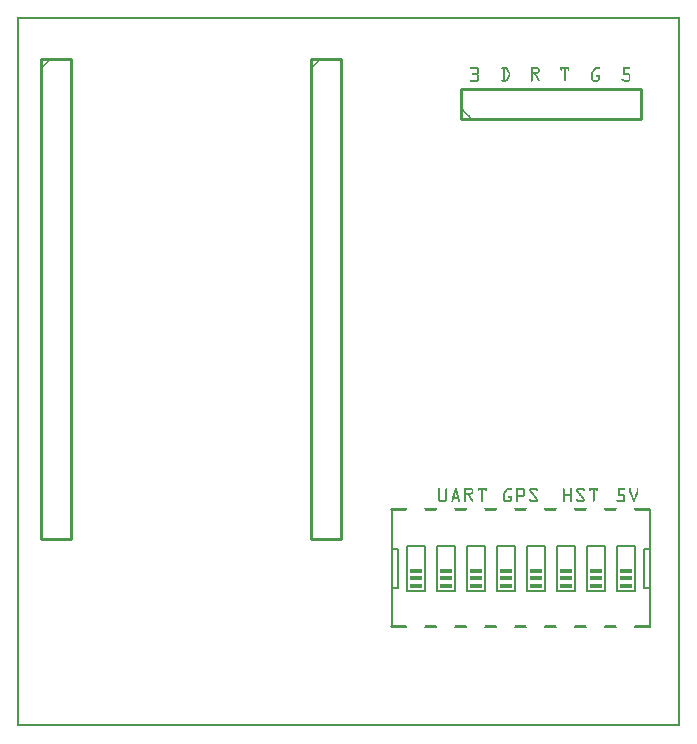
<source format=gto>
G04 MADE WITH FRITZING*
G04 WWW.FRITZING.ORG*
G04 DOUBLE SIDED*
G04 HOLES PLATED*
G04 CONTOUR ON CENTER OF CONTOUR VECTOR*
%ASAXBY*%
%FSLAX23Y23*%
%MOIN*%
%OFA0B0*%
%SFA1.0B1.0*%
%ADD10R,0.040000X0.015000*%
%ADD11C,0.010000*%
%ADD12C,0.008000*%
%ADD13R,0.001000X0.001000*%
%LNSILK1*%
G90*
G70*
G54D10*
X2031Y520D03*
X2031Y495D03*
X2031Y470D03*
X1931Y520D03*
X1931Y495D03*
X1931Y470D03*
X1831Y520D03*
X1831Y495D03*
X1831Y470D03*
X1731Y520D03*
X1731Y495D03*
X1731Y470D03*
X1631Y520D03*
X1631Y495D03*
X1631Y470D03*
X1531Y520D03*
X1531Y495D03*
X1531Y470D03*
X1431Y520D03*
X1431Y495D03*
X1431Y470D03*
X1331Y520D03*
X1331Y495D03*
X1331Y470D03*
G54D11*
X1481Y2027D02*
X2081Y2027D01*
D02*
X2081Y2027D02*
X2081Y2127D01*
D02*
X2081Y2127D02*
X1481Y2127D01*
D02*
X1481Y2127D02*
X1481Y2027D01*
G54D12*
D02*
X1251Y722D02*
X1251Y592D01*
D02*
X1251Y462D02*
X1271Y462D01*
D02*
X1271Y462D02*
X1271Y592D01*
D02*
X1271Y592D02*
X1251Y592D01*
D02*
X1251Y462D02*
X1251Y332D01*
D02*
X1251Y592D02*
X1251Y462D01*
D02*
X2111Y332D02*
X2111Y462D01*
D02*
X2111Y592D02*
X2091Y592D01*
D02*
X2091Y592D02*
X2091Y462D01*
D02*
X2091Y462D02*
X2111Y462D01*
D02*
X2111Y592D02*
X2111Y722D01*
D02*
X2111Y462D02*
X2111Y592D01*
D02*
X2001Y602D02*
X2001Y452D01*
D02*
X2001Y602D02*
X2061Y602D01*
D02*
X2061Y452D02*
X2061Y602D01*
D02*
X2061Y452D02*
X2001Y452D01*
D02*
X1901Y602D02*
X1901Y452D01*
D02*
X1901Y602D02*
X1961Y602D01*
D02*
X1961Y452D02*
X1961Y602D01*
D02*
X1961Y452D02*
X1901Y452D01*
D02*
X1801Y602D02*
X1801Y452D01*
D02*
X1801Y602D02*
X1861Y602D01*
D02*
X1861Y452D02*
X1861Y602D01*
D02*
X1861Y452D02*
X1801Y452D01*
D02*
X1701Y602D02*
X1701Y452D01*
D02*
X1701Y602D02*
X1761Y602D01*
D02*
X1761Y452D02*
X1761Y602D01*
D02*
X1761Y452D02*
X1701Y452D01*
D02*
X1601Y602D02*
X1601Y452D01*
D02*
X1601Y602D02*
X1661Y602D01*
D02*
X1661Y452D02*
X1661Y602D01*
D02*
X1661Y452D02*
X1601Y452D01*
D02*
X1501Y602D02*
X1501Y452D01*
D02*
X1501Y602D02*
X1561Y602D01*
D02*
X1561Y452D02*
X1561Y602D01*
D02*
X1561Y452D02*
X1501Y452D01*
D02*
X1401Y602D02*
X1401Y452D01*
D02*
X1401Y602D02*
X1461Y602D01*
D02*
X1461Y452D02*
X1461Y602D01*
D02*
X1461Y452D02*
X1401Y452D01*
D02*
X1301Y602D02*
X1301Y452D01*
D02*
X1301Y602D02*
X1361Y602D01*
D02*
X1361Y452D02*
X1361Y602D01*
D02*
X1361Y452D02*
X1301Y452D01*
G54D11*
D02*
X981Y2227D02*
X981Y627D01*
D02*
X981Y627D02*
X1081Y627D01*
D02*
X1081Y627D02*
X1081Y2227D01*
D02*
X1081Y2227D02*
X981Y2227D01*
D02*
X81Y2227D02*
X81Y627D01*
D02*
X81Y627D02*
X181Y627D01*
D02*
X181Y627D02*
X181Y2227D01*
D02*
X181Y2227D02*
X81Y2227D01*
G54D13*
X0Y2365D02*
X2211Y2365D01*
X0Y2364D02*
X2211Y2364D01*
X0Y2363D02*
X2211Y2363D01*
X0Y2362D02*
X2211Y2362D01*
X0Y2361D02*
X2211Y2361D01*
X0Y2360D02*
X2211Y2360D01*
X0Y2359D02*
X2211Y2359D01*
X0Y2358D02*
X2211Y2358D01*
X0Y2357D02*
X7Y2357D01*
X2204Y2357D02*
X2211Y2357D01*
X0Y2356D02*
X7Y2356D01*
X2204Y2356D02*
X2211Y2356D01*
X0Y2355D02*
X7Y2355D01*
X2204Y2355D02*
X2211Y2355D01*
X0Y2354D02*
X7Y2354D01*
X2204Y2354D02*
X2211Y2354D01*
X0Y2353D02*
X7Y2353D01*
X2204Y2353D02*
X2211Y2353D01*
X0Y2352D02*
X7Y2352D01*
X2204Y2352D02*
X2211Y2352D01*
X0Y2351D02*
X7Y2351D01*
X2204Y2351D02*
X2211Y2351D01*
X0Y2350D02*
X7Y2350D01*
X2204Y2350D02*
X2211Y2350D01*
X0Y2349D02*
X7Y2349D01*
X2204Y2349D02*
X2211Y2349D01*
X0Y2348D02*
X7Y2348D01*
X2204Y2348D02*
X2211Y2348D01*
X0Y2347D02*
X7Y2347D01*
X2204Y2347D02*
X2211Y2347D01*
X0Y2346D02*
X7Y2346D01*
X2204Y2346D02*
X2211Y2346D01*
X0Y2345D02*
X7Y2345D01*
X2204Y2345D02*
X2211Y2345D01*
X0Y2344D02*
X7Y2344D01*
X2204Y2344D02*
X2211Y2344D01*
X0Y2343D02*
X7Y2343D01*
X2204Y2343D02*
X2211Y2343D01*
X0Y2342D02*
X7Y2342D01*
X2204Y2342D02*
X2211Y2342D01*
X0Y2341D02*
X7Y2341D01*
X2204Y2341D02*
X2211Y2341D01*
X0Y2340D02*
X7Y2340D01*
X2204Y2340D02*
X2211Y2340D01*
X0Y2339D02*
X7Y2339D01*
X2204Y2339D02*
X2211Y2339D01*
X0Y2338D02*
X7Y2338D01*
X2204Y2338D02*
X2211Y2338D01*
X0Y2337D02*
X7Y2337D01*
X2204Y2337D02*
X2211Y2337D01*
X0Y2336D02*
X7Y2336D01*
X2204Y2336D02*
X2211Y2336D01*
X0Y2335D02*
X7Y2335D01*
X2204Y2335D02*
X2211Y2335D01*
X0Y2334D02*
X7Y2334D01*
X2204Y2334D02*
X2211Y2334D01*
X0Y2333D02*
X7Y2333D01*
X2204Y2333D02*
X2211Y2333D01*
X0Y2332D02*
X7Y2332D01*
X2204Y2332D02*
X2211Y2332D01*
X0Y2331D02*
X7Y2331D01*
X2204Y2331D02*
X2211Y2331D01*
X0Y2330D02*
X7Y2330D01*
X2204Y2330D02*
X2211Y2330D01*
X0Y2329D02*
X7Y2329D01*
X2204Y2329D02*
X2211Y2329D01*
X0Y2328D02*
X7Y2328D01*
X2204Y2328D02*
X2211Y2328D01*
X0Y2327D02*
X7Y2327D01*
X2204Y2327D02*
X2211Y2327D01*
X0Y2326D02*
X7Y2326D01*
X2204Y2326D02*
X2211Y2326D01*
X0Y2325D02*
X7Y2325D01*
X2204Y2325D02*
X2211Y2325D01*
X0Y2324D02*
X7Y2324D01*
X2204Y2324D02*
X2211Y2324D01*
X0Y2323D02*
X7Y2323D01*
X2204Y2323D02*
X2211Y2323D01*
X0Y2322D02*
X7Y2322D01*
X2204Y2322D02*
X2211Y2322D01*
X0Y2321D02*
X7Y2321D01*
X2204Y2321D02*
X2211Y2321D01*
X0Y2320D02*
X7Y2320D01*
X2204Y2320D02*
X2211Y2320D01*
X0Y2319D02*
X7Y2319D01*
X2204Y2319D02*
X2211Y2319D01*
X0Y2318D02*
X7Y2318D01*
X2204Y2318D02*
X2211Y2318D01*
X0Y2317D02*
X7Y2317D01*
X2204Y2317D02*
X2211Y2317D01*
X0Y2316D02*
X7Y2316D01*
X2204Y2316D02*
X2211Y2316D01*
X0Y2315D02*
X7Y2315D01*
X2204Y2315D02*
X2211Y2315D01*
X0Y2314D02*
X7Y2314D01*
X2204Y2314D02*
X2211Y2314D01*
X0Y2313D02*
X7Y2313D01*
X2204Y2313D02*
X2211Y2313D01*
X0Y2312D02*
X7Y2312D01*
X2204Y2312D02*
X2211Y2312D01*
X0Y2311D02*
X7Y2311D01*
X2204Y2311D02*
X2211Y2311D01*
X0Y2310D02*
X7Y2310D01*
X2204Y2310D02*
X2211Y2310D01*
X0Y2309D02*
X7Y2309D01*
X2204Y2309D02*
X2211Y2309D01*
X0Y2308D02*
X7Y2308D01*
X2204Y2308D02*
X2211Y2308D01*
X0Y2307D02*
X7Y2307D01*
X2204Y2307D02*
X2211Y2307D01*
X0Y2306D02*
X7Y2306D01*
X2204Y2306D02*
X2211Y2306D01*
X0Y2305D02*
X7Y2305D01*
X2204Y2305D02*
X2211Y2305D01*
X0Y2304D02*
X7Y2304D01*
X2204Y2304D02*
X2211Y2304D01*
X0Y2303D02*
X7Y2303D01*
X2204Y2303D02*
X2211Y2303D01*
X0Y2302D02*
X7Y2302D01*
X2204Y2302D02*
X2211Y2302D01*
X0Y2301D02*
X7Y2301D01*
X2204Y2301D02*
X2211Y2301D01*
X0Y2300D02*
X7Y2300D01*
X2204Y2300D02*
X2211Y2300D01*
X0Y2299D02*
X7Y2299D01*
X2204Y2299D02*
X2211Y2299D01*
X0Y2298D02*
X7Y2298D01*
X2204Y2298D02*
X2211Y2298D01*
X0Y2297D02*
X7Y2297D01*
X2204Y2297D02*
X2211Y2297D01*
X0Y2296D02*
X7Y2296D01*
X2204Y2296D02*
X2211Y2296D01*
X0Y2295D02*
X7Y2295D01*
X2204Y2295D02*
X2211Y2295D01*
X0Y2294D02*
X7Y2294D01*
X2204Y2294D02*
X2211Y2294D01*
X0Y2293D02*
X7Y2293D01*
X2204Y2293D02*
X2211Y2293D01*
X0Y2292D02*
X7Y2292D01*
X2204Y2292D02*
X2211Y2292D01*
X0Y2291D02*
X7Y2291D01*
X2204Y2291D02*
X2211Y2291D01*
X0Y2290D02*
X7Y2290D01*
X2204Y2290D02*
X2211Y2290D01*
X0Y2289D02*
X7Y2289D01*
X2204Y2289D02*
X2211Y2289D01*
X0Y2288D02*
X7Y2288D01*
X2204Y2288D02*
X2211Y2288D01*
X0Y2287D02*
X7Y2287D01*
X2204Y2287D02*
X2211Y2287D01*
X0Y2286D02*
X7Y2286D01*
X2204Y2286D02*
X2211Y2286D01*
X0Y2285D02*
X7Y2285D01*
X2204Y2285D02*
X2211Y2285D01*
X0Y2284D02*
X7Y2284D01*
X2204Y2284D02*
X2211Y2284D01*
X0Y2283D02*
X7Y2283D01*
X2204Y2283D02*
X2211Y2283D01*
X0Y2282D02*
X7Y2282D01*
X2204Y2282D02*
X2211Y2282D01*
X0Y2281D02*
X7Y2281D01*
X2204Y2281D02*
X2211Y2281D01*
X0Y2280D02*
X7Y2280D01*
X2204Y2280D02*
X2211Y2280D01*
X0Y2279D02*
X7Y2279D01*
X2204Y2279D02*
X2211Y2279D01*
X0Y2278D02*
X7Y2278D01*
X2204Y2278D02*
X2211Y2278D01*
X0Y2277D02*
X7Y2277D01*
X2204Y2277D02*
X2211Y2277D01*
X0Y2276D02*
X7Y2276D01*
X2204Y2276D02*
X2211Y2276D01*
X0Y2275D02*
X7Y2275D01*
X2204Y2275D02*
X2211Y2275D01*
X0Y2274D02*
X7Y2274D01*
X2204Y2274D02*
X2211Y2274D01*
X0Y2273D02*
X7Y2273D01*
X2204Y2273D02*
X2211Y2273D01*
X0Y2272D02*
X7Y2272D01*
X2204Y2272D02*
X2211Y2272D01*
X0Y2271D02*
X7Y2271D01*
X2204Y2271D02*
X2211Y2271D01*
X0Y2270D02*
X7Y2270D01*
X2204Y2270D02*
X2211Y2270D01*
X0Y2269D02*
X7Y2269D01*
X2204Y2269D02*
X2211Y2269D01*
X0Y2268D02*
X7Y2268D01*
X2204Y2268D02*
X2211Y2268D01*
X0Y2267D02*
X7Y2267D01*
X2204Y2267D02*
X2211Y2267D01*
X0Y2266D02*
X7Y2266D01*
X2204Y2266D02*
X2211Y2266D01*
X0Y2265D02*
X7Y2265D01*
X2204Y2265D02*
X2211Y2265D01*
X0Y2264D02*
X7Y2264D01*
X2204Y2264D02*
X2211Y2264D01*
X0Y2263D02*
X7Y2263D01*
X2204Y2263D02*
X2211Y2263D01*
X0Y2262D02*
X7Y2262D01*
X2204Y2262D02*
X2211Y2262D01*
X0Y2261D02*
X7Y2261D01*
X2204Y2261D02*
X2211Y2261D01*
X0Y2260D02*
X7Y2260D01*
X2204Y2260D02*
X2211Y2260D01*
X0Y2259D02*
X7Y2259D01*
X2204Y2259D02*
X2211Y2259D01*
X0Y2258D02*
X7Y2258D01*
X2204Y2258D02*
X2211Y2258D01*
X0Y2257D02*
X7Y2257D01*
X2204Y2257D02*
X2211Y2257D01*
X0Y2256D02*
X7Y2256D01*
X2204Y2256D02*
X2211Y2256D01*
X0Y2255D02*
X7Y2255D01*
X2204Y2255D02*
X2211Y2255D01*
X0Y2254D02*
X7Y2254D01*
X2204Y2254D02*
X2211Y2254D01*
X0Y2253D02*
X7Y2253D01*
X2204Y2253D02*
X2211Y2253D01*
X0Y2252D02*
X7Y2252D01*
X2204Y2252D02*
X2211Y2252D01*
X0Y2251D02*
X7Y2251D01*
X2204Y2251D02*
X2211Y2251D01*
X0Y2250D02*
X7Y2250D01*
X2204Y2250D02*
X2211Y2250D01*
X0Y2249D02*
X7Y2249D01*
X2204Y2249D02*
X2211Y2249D01*
X0Y2248D02*
X7Y2248D01*
X2204Y2248D02*
X2211Y2248D01*
X0Y2247D02*
X7Y2247D01*
X2204Y2247D02*
X2211Y2247D01*
X0Y2246D02*
X7Y2246D01*
X2204Y2246D02*
X2211Y2246D01*
X0Y2245D02*
X7Y2245D01*
X2204Y2245D02*
X2211Y2245D01*
X0Y2244D02*
X7Y2244D01*
X2204Y2244D02*
X2211Y2244D01*
X0Y2243D02*
X7Y2243D01*
X2204Y2243D02*
X2211Y2243D01*
X0Y2242D02*
X7Y2242D01*
X2204Y2242D02*
X2211Y2242D01*
X0Y2241D02*
X7Y2241D01*
X2204Y2241D02*
X2211Y2241D01*
X0Y2240D02*
X7Y2240D01*
X2204Y2240D02*
X2211Y2240D01*
X0Y2239D02*
X7Y2239D01*
X2204Y2239D02*
X2211Y2239D01*
X0Y2238D02*
X7Y2238D01*
X2204Y2238D02*
X2211Y2238D01*
X0Y2237D02*
X7Y2237D01*
X2204Y2237D02*
X2211Y2237D01*
X0Y2236D02*
X7Y2236D01*
X2204Y2236D02*
X2211Y2236D01*
X0Y2235D02*
X7Y2235D01*
X2204Y2235D02*
X2211Y2235D01*
X0Y2234D02*
X7Y2234D01*
X2204Y2234D02*
X2211Y2234D01*
X0Y2233D02*
X7Y2233D01*
X2204Y2233D02*
X2211Y2233D01*
X0Y2232D02*
X7Y2232D01*
X2204Y2232D02*
X2211Y2232D01*
X0Y2231D02*
X7Y2231D01*
X2204Y2231D02*
X2211Y2231D01*
X0Y2230D02*
X7Y2230D01*
X2204Y2230D02*
X2211Y2230D01*
X0Y2229D02*
X7Y2229D01*
X113Y2229D02*
X114Y2229D01*
X1013Y2229D02*
X1013Y2229D01*
X2204Y2229D02*
X2211Y2229D01*
X0Y2228D02*
X7Y2228D01*
X112Y2228D02*
X115Y2228D01*
X1012Y2228D02*
X1014Y2228D01*
X2204Y2228D02*
X2211Y2228D01*
X0Y2227D02*
X7Y2227D01*
X111Y2227D02*
X116Y2227D01*
X1011Y2227D02*
X1015Y2227D01*
X2204Y2227D02*
X2211Y2227D01*
X0Y2226D02*
X7Y2226D01*
X110Y2226D02*
X116Y2226D01*
X1010Y2226D02*
X1016Y2226D01*
X2204Y2226D02*
X2211Y2226D01*
X0Y2225D02*
X7Y2225D01*
X109Y2225D02*
X115Y2225D01*
X1009Y2225D02*
X1015Y2225D01*
X2204Y2225D02*
X2211Y2225D01*
X0Y2224D02*
X7Y2224D01*
X108Y2224D02*
X114Y2224D01*
X1008Y2224D02*
X1014Y2224D01*
X2204Y2224D02*
X2211Y2224D01*
X0Y2223D02*
X7Y2223D01*
X107Y2223D02*
X113Y2223D01*
X1007Y2223D02*
X1013Y2223D01*
X2204Y2223D02*
X2211Y2223D01*
X0Y2222D02*
X7Y2222D01*
X106Y2222D02*
X112Y2222D01*
X1006Y2222D02*
X1012Y2222D01*
X2204Y2222D02*
X2211Y2222D01*
X0Y2221D02*
X7Y2221D01*
X105Y2221D02*
X111Y2221D01*
X1005Y2221D02*
X1011Y2221D01*
X2204Y2221D02*
X2211Y2221D01*
X0Y2220D02*
X7Y2220D01*
X104Y2220D02*
X110Y2220D01*
X1004Y2220D02*
X1010Y2220D01*
X2204Y2220D02*
X2211Y2220D01*
X0Y2219D02*
X7Y2219D01*
X103Y2219D02*
X109Y2219D01*
X1003Y2219D02*
X1009Y2219D01*
X2204Y2219D02*
X2211Y2219D01*
X0Y2218D02*
X7Y2218D01*
X102Y2218D02*
X108Y2218D01*
X1002Y2218D02*
X1008Y2218D01*
X2204Y2218D02*
X2211Y2218D01*
X0Y2217D02*
X7Y2217D01*
X101Y2217D02*
X107Y2217D01*
X1001Y2217D02*
X1007Y2217D01*
X2204Y2217D02*
X2211Y2217D01*
X0Y2216D02*
X7Y2216D01*
X100Y2216D02*
X106Y2216D01*
X1000Y2216D02*
X1006Y2216D01*
X2204Y2216D02*
X2211Y2216D01*
X0Y2215D02*
X7Y2215D01*
X99Y2215D02*
X105Y2215D01*
X999Y2215D02*
X1005Y2215D01*
X2204Y2215D02*
X2211Y2215D01*
X0Y2214D02*
X7Y2214D01*
X98Y2214D02*
X104Y2214D01*
X998Y2214D02*
X1004Y2214D01*
X2204Y2214D02*
X2211Y2214D01*
X0Y2213D02*
X7Y2213D01*
X97Y2213D02*
X103Y2213D01*
X997Y2213D02*
X1003Y2213D01*
X2204Y2213D02*
X2211Y2213D01*
X0Y2212D02*
X7Y2212D01*
X96Y2212D02*
X102Y2212D01*
X996Y2212D02*
X1001Y2212D01*
X2204Y2212D02*
X2211Y2212D01*
X0Y2211D02*
X7Y2211D01*
X95Y2211D02*
X101Y2211D01*
X995Y2211D02*
X1000Y2211D01*
X2204Y2211D02*
X2211Y2211D01*
X0Y2210D02*
X7Y2210D01*
X94Y2210D02*
X99Y2210D01*
X994Y2210D02*
X999Y2210D01*
X2204Y2210D02*
X2211Y2210D01*
X0Y2209D02*
X7Y2209D01*
X93Y2209D02*
X98Y2209D01*
X993Y2209D02*
X998Y2209D01*
X2204Y2209D02*
X2211Y2209D01*
X0Y2208D02*
X7Y2208D01*
X92Y2208D02*
X97Y2208D01*
X992Y2208D02*
X997Y2208D01*
X2204Y2208D02*
X2211Y2208D01*
X0Y2207D02*
X7Y2207D01*
X91Y2207D02*
X97Y2207D01*
X991Y2207D02*
X996Y2207D01*
X2204Y2207D02*
X2211Y2207D01*
X0Y2206D02*
X7Y2206D01*
X90Y2206D02*
X96Y2206D01*
X990Y2206D02*
X995Y2206D01*
X2204Y2206D02*
X2211Y2206D01*
X0Y2205D02*
X7Y2205D01*
X89Y2205D02*
X95Y2205D01*
X989Y2205D02*
X995Y2205D01*
X2204Y2205D02*
X2211Y2205D01*
X0Y2204D02*
X7Y2204D01*
X88Y2204D02*
X94Y2204D01*
X988Y2204D02*
X994Y2204D01*
X2204Y2204D02*
X2211Y2204D01*
X0Y2203D02*
X7Y2203D01*
X87Y2203D02*
X93Y2203D01*
X987Y2203D02*
X993Y2203D01*
X2204Y2203D02*
X2211Y2203D01*
X0Y2202D02*
X7Y2202D01*
X86Y2202D02*
X92Y2202D01*
X986Y2202D02*
X992Y2202D01*
X2204Y2202D02*
X2211Y2202D01*
X0Y2201D02*
X7Y2201D01*
X85Y2201D02*
X91Y2201D01*
X985Y2201D02*
X991Y2201D01*
X2204Y2201D02*
X2211Y2201D01*
X0Y2200D02*
X7Y2200D01*
X84Y2200D02*
X90Y2200D01*
X984Y2200D02*
X990Y2200D01*
X2204Y2200D02*
X2211Y2200D01*
X0Y2199D02*
X7Y2199D01*
X83Y2199D02*
X89Y2199D01*
X983Y2199D02*
X989Y2199D01*
X2204Y2199D02*
X2211Y2199D01*
X0Y2198D02*
X7Y2198D01*
X82Y2198D02*
X88Y2198D01*
X982Y2198D02*
X988Y2198D01*
X2204Y2198D02*
X2211Y2198D01*
X0Y2197D02*
X7Y2197D01*
X81Y2197D02*
X87Y2197D01*
X981Y2197D02*
X987Y2197D01*
X1512Y2197D02*
X1537Y2197D01*
X1617Y2197D02*
X1633Y2197D01*
X1714Y2197D02*
X1738Y2197D01*
X1813Y2197D02*
X1842Y2197D01*
X1929Y2197D02*
X1943Y2197D01*
X2022Y2197D02*
X2044Y2197D01*
X2204Y2197D02*
X2211Y2197D01*
X0Y2196D02*
X7Y2196D01*
X80Y2196D02*
X86Y2196D01*
X980Y2196D02*
X986Y2196D01*
X1512Y2196D02*
X1539Y2196D01*
X1616Y2196D02*
X1635Y2196D01*
X1714Y2196D02*
X1740Y2196D01*
X1813Y2196D02*
X1842Y2196D01*
X1927Y2196D02*
X1944Y2196D01*
X2022Y2196D02*
X2045Y2196D01*
X2204Y2196D02*
X2211Y2196D01*
X0Y2195D02*
X7Y2195D01*
X79Y2195D02*
X85Y2195D01*
X979Y2195D02*
X985Y2195D01*
X1511Y2195D02*
X1540Y2195D01*
X1616Y2195D02*
X1636Y2195D01*
X1714Y2195D02*
X1741Y2195D01*
X1813Y2195D02*
X1842Y2195D01*
X1926Y2195D02*
X1944Y2195D01*
X2022Y2195D02*
X2045Y2195D01*
X2204Y2195D02*
X2211Y2195D01*
X0Y2194D02*
X7Y2194D01*
X80Y2194D02*
X84Y2194D01*
X979Y2194D02*
X984Y2194D01*
X1512Y2194D02*
X1540Y2194D01*
X1616Y2194D02*
X1637Y2194D01*
X1714Y2194D02*
X1742Y2194D01*
X1813Y2194D02*
X1842Y2194D01*
X1925Y2194D02*
X1944Y2194D01*
X2022Y2194D02*
X2045Y2194D01*
X2204Y2194D02*
X2211Y2194D01*
X0Y2193D02*
X7Y2193D01*
X81Y2193D02*
X83Y2193D01*
X980Y2193D02*
X983Y2193D01*
X1512Y2193D02*
X1540Y2193D01*
X1617Y2193D02*
X1637Y2193D01*
X1714Y2193D02*
X1742Y2193D01*
X1813Y2193D02*
X1842Y2193D01*
X1924Y2193D02*
X1943Y2193D01*
X2022Y2193D02*
X2045Y2193D01*
X2204Y2193D02*
X2211Y2193D01*
X0Y2192D02*
X7Y2192D01*
X82Y2192D02*
X82Y2192D01*
X981Y2192D02*
X982Y2192D01*
X1514Y2192D02*
X1541Y2192D01*
X1618Y2192D02*
X1638Y2192D01*
X1714Y2192D02*
X1743Y2192D01*
X1813Y2192D02*
X1842Y2192D01*
X1924Y2192D02*
X1942Y2192D01*
X2022Y2192D02*
X2043Y2192D01*
X2204Y2192D02*
X2211Y2192D01*
X0Y2191D02*
X7Y2191D01*
X1535Y2191D02*
X1541Y2191D01*
X1622Y2191D02*
X1627Y2191D01*
X1632Y2191D02*
X1638Y2191D01*
X1714Y2191D02*
X1720Y2191D01*
X1737Y2191D02*
X1743Y2191D01*
X1813Y2191D02*
X1818Y2191D01*
X1825Y2191D02*
X1830Y2191D01*
X1837Y2191D02*
X1842Y2191D01*
X1923Y2191D02*
X1930Y2191D01*
X2022Y2191D02*
X2027Y2191D01*
X2204Y2191D02*
X2211Y2191D01*
X0Y2190D02*
X7Y2190D01*
X1535Y2190D02*
X1541Y2190D01*
X1622Y2190D02*
X1627Y2190D01*
X1633Y2190D02*
X1639Y2190D01*
X1714Y2190D02*
X1720Y2190D01*
X1738Y2190D02*
X1743Y2190D01*
X1813Y2190D02*
X1818Y2190D01*
X1825Y2190D02*
X1830Y2190D01*
X1837Y2190D02*
X1842Y2190D01*
X1922Y2190D02*
X1929Y2190D01*
X2022Y2190D02*
X2027Y2190D01*
X2204Y2190D02*
X2211Y2190D01*
X0Y2189D02*
X7Y2189D01*
X1535Y2189D02*
X1541Y2189D01*
X1622Y2189D02*
X1627Y2189D01*
X1634Y2189D02*
X1639Y2189D01*
X1714Y2189D02*
X1720Y2189D01*
X1738Y2189D02*
X1744Y2189D01*
X1813Y2189D02*
X1818Y2189D01*
X1825Y2189D02*
X1830Y2189D01*
X1837Y2189D02*
X1842Y2189D01*
X1921Y2189D02*
X1928Y2189D01*
X2022Y2189D02*
X2027Y2189D01*
X2204Y2189D02*
X2211Y2189D01*
X0Y2188D02*
X7Y2188D01*
X1535Y2188D02*
X1541Y2188D01*
X1622Y2188D02*
X1627Y2188D01*
X1634Y2188D02*
X1640Y2188D01*
X1714Y2188D02*
X1720Y2188D01*
X1738Y2188D02*
X1744Y2188D01*
X1813Y2188D02*
X1817Y2188D01*
X1825Y2188D02*
X1830Y2188D01*
X1837Y2188D02*
X1841Y2188D01*
X1921Y2188D02*
X1927Y2188D01*
X2022Y2188D02*
X2027Y2188D01*
X2204Y2188D02*
X2211Y2188D01*
X0Y2187D02*
X7Y2187D01*
X1535Y2187D02*
X1541Y2187D01*
X1622Y2187D02*
X1627Y2187D01*
X1635Y2187D02*
X1640Y2187D01*
X1714Y2187D02*
X1720Y2187D01*
X1738Y2187D02*
X1744Y2187D01*
X1815Y2187D02*
X1816Y2187D01*
X1825Y2187D02*
X1830Y2187D01*
X1839Y2187D02*
X1840Y2187D01*
X1920Y2187D02*
X1927Y2187D01*
X2022Y2187D02*
X2027Y2187D01*
X2204Y2187D02*
X2211Y2187D01*
X0Y2186D02*
X7Y2186D01*
X1535Y2186D02*
X1541Y2186D01*
X1622Y2186D02*
X1627Y2186D01*
X1635Y2186D02*
X1641Y2186D01*
X1714Y2186D02*
X1720Y2186D01*
X1738Y2186D02*
X1744Y2186D01*
X1825Y2186D02*
X1830Y2186D01*
X1919Y2186D02*
X1926Y2186D01*
X2022Y2186D02*
X2027Y2186D01*
X2204Y2186D02*
X2211Y2186D01*
X0Y2185D02*
X7Y2185D01*
X1535Y2185D02*
X1541Y2185D01*
X1622Y2185D02*
X1627Y2185D01*
X1636Y2185D02*
X1641Y2185D01*
X1714Y2185D02*
X1720Y2185D01*
X1738Y2185D02*
X1744Y2185D01*
X1825Y2185D02*
X1830Y2185D01*
X1918Y2185D02*
X1925Y2185D01*
X2022Y2185D02*
X2027Y2185D01*
X2204Y2185D02*
X2211Y2185D01*
X0Y2184D02*
X7Y2184D01*
X1535Y2184D02*
X1541Y2184D01*
X1622Y2184D02*
X1627Y2184D01*
X1636Y2184D02*
X1642Y2184D01*
X1714Y2184D02*
X1720Y2184D01*
X1738Y2184D02*
X1743Y2184D01*
X1825Y2184D02*
X1830Y2184D01*
X1918Y2184D02*
X1924Y2184D01*
X2022Y2184D02*
X2027Y2184D01*
X2204Y2184D02*
X2211Y2184D01*
X0Y2183D02*
X7Y2183D01*
X1535Y2183D02*
X1541Y2183D01*
X1622Y2183D02*
X1627Y2183D01*
X1637Y2183D02*
X1642Y2183D01*
X1714Y2183D02*
X1720Y2183D01*
X1737Y2183D02*
X1743Y2183D01*
X1825Y2183D02*
X1830Y2183D01*
X1917Y2183D02*
X1923Y2183D01*
X2022Y2183D02*
X2027Y2183D01*
X2204Y2183D02*
X2211Y2183D01*
X0Y2182D02*
X7Y2182D01*
X1535Y2182D02*
X1541Y2182D01*
X1622Y2182D02*
X1627Y2182D01*
X1637Y2182D02*
X1643Y2182D01*
X1714Y2182D02*
X1743Y2182D01*
X1825Y2182D02*
X1830Y2182D01*
X1916Y2182D02*
X1923Y2182D01*
X2022Y2182D02*
X2027Y2182D01*
X2204Y2182D02*
X2211Y2182D01*
X0Y2181D02*
X7Y2181D01*
X1535Y2181D02*
X1541Y2181D01*
X1622Y2181D02*
X1627Y2181D01*
X1638Y2181D02*
X1643Y2181D01*
X1714Y2181D02*
X1742Y2181D01*
X1825Y2181D02*
X1830Y2181D01*
X1916Y2181D02*
X1922Y2181D01*
X2022Y2181D02*
X2027Y2181D01*
X2204Y2181D02*
X2211Y2181D01*
X0Y2180D02*
X7Y2180D01*
X1535Y2180D02*
X1541Y2180D01*
X1622Y2180D02*
X1627Y2180D01*
X1638Y2180D02*
X1644Y2180D01*
X1714Y2180D02*
X1742Y2180D01*
X1825Y2180D02*
X1830Y2180D01*
X1915Y2180D02*
X1921Y2180D01*
X2022Y2180D02*
X2027Y2180D01*
X2204Y2180D02*
X2211Y2180D01*
X0Y2179D02*
X7Y2179D01*
X1535Y2179D02*
X1540Y2179D01*
X1622Y2179D02*
X1627Y2179D01*
X1639Y2179D02*
X1644Y2179D01*
X1714Y2179D02*
X1741Y2179D01*
X1825Y2179D02*
X1830Y2179D01*
X1915Y2179D02*
X1921Y2179D01*
X2022Y2179D02*
X2027Y2179D01*
X2204Y2179D02*
X2211Y2179D01*
X0Y2178D02*
X7Y2178D01*
X1534Y2178D02*
X1540Y2178D01*
X1622Y2178D02*
X1627Y2178D01*
X1639Y2178D02*
X1645Y2178D01*
X1714Y2178D02*
X1739Y2178D01*
X1825Y2178D02*
X1830Y2178D01*
X1915Y2178D02*
X1920Y2178D01*
X2022Y2178D02*
X2027Y2178D01*
X2204Y2178D02*
X2211Y2178D01*
X0Y2177D02*
X7Y2177D01*
X1519Y2177D02*
X1540Y2177D01*
X1622Y2177D02*
X1627Y2177D01*
X1640Y2177D02*
X1645Y2177D01*
X1714Y2177D02*
X1738Y2177D01*
X1825Y2177D02*
X1830Y2177D01*
X1915Y2177D02*
X1920Y2177D01*
X2022Y2177D02*
X2041Y2177D01*
X2204Y2177D02*
X2211Y2177D01*
X0Y2176D02*
X7Y2176D01*
X1518Y2176D02*
X1539Y2176D01*
X1622Y2176D02*
X1627Y2176D01*
X1640Y2176D02*
X1645Y2176D01*
X1714Y2176D02*
X1720Y2176D01*
X1725Y2176D02*
X1731Y2176D01*
X1825Y2176D02*
X1830Y2176D01*
X1915Y2176D02*
X1920Y2176D01*
X2022Y2176D02*
X2043Y2176D01*
X2204Y2176D02*
X2211Y2176D01*
X0Y2175D02*
X7Y2175D01*
X1518Y2175D02*
X1539Y2175D01*
X1622Y2175D02*
X1627Y2175D01*
X1640Y2175D02*
X1645Y2175D01*
X1714Y2175D02*
X1720Y2175D01*
X1726Y2175D02*
X1732Y2175D01*
X1825Y2175D02*
X1830Y2175D01*
X1915Y2175D02*
X1920Y2175D01*
X2022Y2175D02*
X2044Y2175D01*
X2204Y2175D02*
X2211Y2175D01*
X0Y2174D02*
X7Y2174D01*
X1517Y2174D02*
X1538Y2174D01*
X1622Y2174D02*
X1627Y2174D01*
X1640Y2174D02*
X1645Y2174D01*
X1714Y2174D02*
X1720Y2174D01*
X1726Y2174D02*
X1732Y2174D01*
X1825Y2174D02*
X1830Y2174D01*
X1915Y2174D02*
X1920Y2174D01*
X2022Y2174D02*
X2045Y2174D01*
X2204Y2174D02*
X2211Y2174D01*
X0Y2173D02*
X7Y2173D01*
X1518Y2173D02*
X1539Y2173D01*
X1622Y2173D02*
X1627Y2173D01*
X1640Y2173D02*
X1645Y2173D01*
X1714Y2173D02*
X1720Y2173D01*
X1727Y2173D02*
X1733Y2173D01*
X1825Y2173D02*
X1830Y2173D01*
X1915Y2173D02*
X1920Y2173D01*
X2022Y2173D02*
X2045Y2173D01*
X2204Y2173D02*
X2211Y2173D01*
X0Y2172D02*
X7Y2172D01*
X1519Y2172D02*
X1540Y2172D01*
X1622Y2172D02*
X1627Y2172D01*
X1640Y2172D02*
X1645Y2172D01*
X1714Y2172D02*
X1720Y2172D01*
X1727Y2172D02*
X1733Y2172D01*
X1825Y2172D02*
X1830Y2172D01*
X1915Y2172D02*
X1920Y2172D01*
X1932Y2172D02*
X1944Y2172D01*
X2022Y2172D02*
X2045Y2172D01*
X2204Y2172D02*
X2211Y2172D01*
X0Y2171D02*
X7Y2171D01*
X1534Y2171D02*
X1540Y2171D01*
X1622Y2171D02*
X1627Y2171D01*
X1639Y2171D02*
X1645Y2171D01*
X1714Y2171D02*
X1720Y2171D01*
X1728Y2171D02*
X1734Y2171D01*
X1825Y2171D02*
X1830Y2171D01*
X1915Y2171D02*
X1920Y2171D01*
X1930Y2171D02*
X1944Y2171D01*
X2040Y2171D02*
X2045Y2171D01*
X2204Y2171D02*
X2211Y2171D01*
X0Y2170D02*
X7Y2170D01*
X1535Y2170D02*
X1540Y2170D01*
X1622Y2170D02*
X1627Y2170D01*
X1639Y2170D02*
X1644Y2170D01*
X1714Y2170D02*
X1720Y2170D01*
X1728Y2170D02*
X1735Y2170D01*
X1825Y2170D02*
X1830Y2170D01*
X1915Y2170D02*
X1920Y2170D01*
X1930Y2170D02*
X1944Y2170D01*
X2040Y2170D02*
X2045Y2170D01*
X2204Y2170D02*
X2211Y2170D01*
X0Y2169D02*
X7Y2169D01*
X1535Y2169D02*
X1541Y2169D01*
X1622Y2169D02*
X1627Y2169D01*
X1638Y2169D02*
X1644Y2169D01*
X1714Y2169D02*
X1720Y2169D01*
X1729Y2169D02*
X1735Y2169D01*
X1825Y2169D02*
X1830Y2169D01*
X1915Y2169D02*
X1920Y2169D01*
X1930Y2169D02*
X1944Y2169D01*
X2040Y2169D02*
X2045Y2169D01*
X2204Y2169D02*
X2211Y2169D01*
X0Y2168D02*
X7Y2168D01*
X1535Y2168D02*
X1541Y2168D01*
X1622Y2168D02*
X1627Y2168D01*
X1638Y2168D02*
X1644Y2168D01*
X1714Y2168D02*
X1720Y2168D01*
X1730Y2168D02*
X1736Y2168D01*
X1825Y2168D02*
X1830Y2168D01*
X1915Y2168D02*
X1920Y2168D01*
X1930Y2168D02*
X1944Y2168D01*
X2040Y2168D02*
X2045Y2168D01*
X2204Y2168D02*
X2211Y2168D01*
X0Y2167D02*
X7Y2167D01*
X1535Y2167D02*
X1541Y2167D01*
X1622Y2167D02*
X1627Y2167D01*
X1637Y2167D02*
X1643Y2167D01*
X1714Y2167D02*
X1720Y2167D01*
X1730Y2167D02*
X1736Y2167D01*
X1825Y2167D02*
X1830Y2167D01*
X1915Y2167D02*
X1920Y2167D01*
X1931Y2167D02*
X1944Y2167D01*
X2040Y2167D02*
X2045Y2167D01*
X2204Y2167D02*
X2211Y2167D01*
X0Y2166D02*
X7Y2166D01*
X1535Y2166D02*
X1541Y2166D01*
X1622Y2166D02*
X1627Y2166D01*
X1637Y2166D02*
X1643Y2166D01*
X1714Y2166D02*
X1720Y2166D01*
X1731Y2166D02*
X1737Y2166D01*
X1825Y2166D02*
X1830Y2166D01*
X1915Y2166D02*
X1920Y2166D01*
X1939Y2166D02*
X1944Y2166D01*
X2040Y2166D02*
X2045Y2166D01*
X2204Y2166D02*
X2211Y2166D01*
X0Y2165D02*
X7Y2165D01*
X1535Y2165D02*
X1541Y2165D01*
X1622Y2165D02*
X1627Y2165D01*
X1636Y2165D02*
X1642Y2165D01*
X1714Y2165D02*
X1720Y2165D01*
X1731Y2165D02*
X1738Y2165D01*
X1825Y2165D02*
X1830Y2165D01*
X1915Y2165D02*
X1920Y2165D01*
X1939Y2165D02*
X1944Y2165D01*
X2040Y2165D02*
X2045Y2165D01*
X2204Y2165D02*
X2211Y2165D01*
X0Y2164D02*
X7Y2164D01*
X1535Y2164D02*
X1541Y2164D01*
X1622Y2164D02*
X1627Y2164D01*
X1636Y2164D02*
X1642Y2164D01*
X1714Y2164D02*
X1720Y2164D01*
X1732Y2164D02*
X1738Y2164D01*
X1825Y2164D02*
X1830Y2164D01*
X1915Y2164D02*
X1920Y2164D01*
X1939Y2164D02*
X1944Y2164D01*
X2040Y2164D02*
X2045Y2164D01*
X2204Y2164D02*
X2211Y2164D01*
X0Y2163D02*
X7Y2163D01*
X1535Y2163D02*
X1541Y2163D01*
X1622Y2163D02*
X1627Y2163D01*
X1635Y2163D02*
X1641Y2163D01*
X1714Y2163D02*
X1720Y2163D01*
X1733Y2163D02*
X1739Y2163D01*
X1825Y2163D02*
X1830Y2163D01*
X1915Y2163D02*
X1920Y2163D01*
X1939Y2163D02*
X1944Y2163D01*
X2040Y2163D02*
X2045Y2163D01*
X2204Y2163D02*
X2211Y2163D01*
X0Y2162D02*
X7Y2162D01*
X1535Y2162D02*
X1541Y2162D01*
X1622Y2162D02*
X1627Y2162D01*
X1635Y2162D02*
X1641Y2162D01*
X1714Y2162D02*
X1720Y2162D01*
X1733Y2162D02*
X1739Y2162D01*
X1825Y2162D02*
X1830Y2162D01*
X1915Y2162D02*
X1920Y2162D01*
X1939Y2162D02*
X1944Y2162D01*
X2040Y2162D02*
X2045Y2162D01*
X2204Y2162D02*
X2211Y2162D01*
X0Y2161D02*
X7Y2161D01*
X1535Y2161D02*
X1541Y2161D01*
X1622Y2161D02*
X1627Y2161D01*
X1634Y2161D02*
X1640Y2161D01*
X1714Y2161D02*
X1720Y2161D01*
X1734Y2161D02*
X1740Y2161D01*
X1825Y2161D02*
X1830Y2161D01*
X1915Y2161D02*
X1920Y2161D01*
X1939Y2161D02*
X1944Y2161D01*
X2040Y2161D02*
X2045Y2161D01*
X2204Y2161D02*
X2211Y2161D01*
X0Y2160D02*
X7Y2160D01*
X1535Y2160D02*
X1541Y2160D01*
X1622Y2160D02*
X1627Y2160D01*
X1634Y2160D02*
X1640Y2160D01*
X1714Y2160D02*
X1720Y2160D01*
X1734Y2160D02*
X1740Y2160D01*
X1825Y2160D02*
X1830Y2160D01*
X1915Y2160D02*
X1920Y2160D01*
X1939Y2160D02*
X1944Y2160D01*
X2040Y2160D02*
X2045Y2160D01*
X2204Y2160D02*
X2211Y2160D01*
X0Y2159D02*
X7Y2159D01*
X1535Y2159D02*
X1541Y2159D01*
X1622Y2159D02*
X1627Y2159D01*
X1633Y2159D02*
X1639Y2159D01*
X1714Y2159D02*
X1720Y2159D01*
X1735Y2159D02*
X1741Y2159D01*
X1825Y2159D02*
X1830Y2159D01*
X1915Y2159D02*
X1920Y2159D01*
X1939Y2159D02*
X1944Y2159D01*
X2018Y2159D02*
X2020Y2159D01*
X2040Y2159D02*
X2045Y2159D01*
X2204Y2159D02*
X2211Y2159D01*
X0Y2158D02*
X7Y2158D01*
X1535Y2158D02*
X1541Y2158D01*
X1622Y2158D02*
X1627Y2158D01*
X1633Y2158D02*
X1639Y2158D01*
X1714Y2158D02*
X1720Y2158D01*
X1735Y2158D02*
X1742Y2158D01*
X1825Y2158D02*
X1830Y2158D01*
X1915Y2158D02*
X1921Y2158D01*
X1938Y2158D02*
X1944Y2158D01*
X2017Y2158D02*
X2022Y2158D01*
X2040Y2158D02*
X2045Y2158D01*
X2204Y2158D02*
X2211Y2158D01*
X0Y2157D02*
X7Y2157D01*
X1535Y2157D02*
X1541Y2157D01*
X1622Y2157D02*
X1627Y2157D01*
X1631Y2157D02*
X1638Y2157D01*
X1714Y2157D02*
X1720Y2157D01*
X1736Y2157D02*
X1742Y2157D01*
X1825Y2157D02*
X1830Y2157D01*
X1915Y2157D02*
X1922Y2157D01*
X1937Y2157D02*
X1943Y2157D01*
X2016Y2157D02*
X2025Y2157D01*
X2040Y2157D02*
X2045Y2157D01*
X2204Y2157D02*
X2211Y2157D01*
X0Y2156D02*
X7Y2156D01*
X1512Y2156D02*
X1541Y2156D01*
X1617Y2156D02*
X1638Y2156D01*
X1714Y2156D02*
X1720Y2156D01*
X1737Y2156D02*
X1743Y2156D01*
X1825Y2156D02*
X1830Y2156D01*
X1916Y2156D02*
X1943Y2156D01*
X2016Y2156D02*
X2045Y2156D01*
X2204Y2156D02*
X2211Y2156D01*
X0Y2155D02*
X7Y2155D01*
X1512Y2155D02*
X1540Y2155D01*
X1616Y2155D02*
X1637Y2155D01*
X1714Y2155D02*
X1720Y2155D01*
X1737Y2155D02*
X1743Y2155D01*
X1825Y2155D02*
X1830Y2155D01*
X1916Y2155D02*
X1942Y2155D01*
X2017Y2155D02*
X2045Y2155D01*
X2204Y2155D02*
X2211Y2155D01*
X0Y2154D02*
X7Y2154D01*
X1511Y2154D02*
X1540Y2154D01*
X1616Y2154D02*
X1636Y2154D01*
X1714Y2154D02*
X1720Y2154D01*
X1738Y2154D02*
X1744Y2154D01*
X1825Y2154D02*
X1830Y2154D01*
X1917Y2154D02*
X1942Y2154D01*
X2017Y2154D02*
X2045Y2154D01*
X2204Y2154D02*
X2211Y2154D01*
X0Y2153D02*
X7Y2153D01*
X1512Y2153D02*
X1539Y2153D01*
X1616Y2153D02*
X1635Y2153D01*
X1715Y2153D02*
X1719Y2153D01*
X1738Y2153D02*
X1743Y2153D01*
X1825Y2153D02*
X1830Y2153D01*
X1918Y2153D02*
X1941Y2153D01*
X2019Y2153D02*
X2044Y2153D01*
X2204Y2153D02*
X2211Y2153D01*
X0Y2152D02*
X7Y2152D01*
X1512Y2152D02*
X1538Y2152D01*
X1617Y2152D02*
X1634Y2152D01*
X1715Y2152D02*
X1719Y2152D01*
X1739Y2152D02*
X1743Y2152D01*
X1825Y2152D02*
X1829Y2152D01*
X1919Y2152D02*
X1939Y2152D01*
X2021Y2152D02*
X2043Y2152D01*
X2204Y2152D02*
X2211Y2152D01*
X0Y2151D02*
X7Y2151D01*
X1513Y2151D02*
X1536Y2151D01*
X1618Y2151D02*
X1631Y2151D01*
X1716Y2151D02*
X1718Y2151D01*
X1740Y2151D02*
X1742Y2151D01*
X1827Y2151D02*
X1828Y2151D01*
X1922Y2151D02*
X1937Y2151D01*
X2024Y2151D02*
X2041Y2151D01*
X2204Y2151D02*
X2211Y2151D01*
X0Y2150D02*
X7Y2150D01*
X2204Y2150D02*
X2211Y2150D01*
X0Y2149D02*
X7Y2149D01*
X2204Y2149D02*
X2211Y2149D01*
X0Y2148D02*
X7Y2148D01*
X2204Y2148D02*
X2211Y2148D01*
X0Y2147D02*
X7Y2147D01*
X2204Y2147D02*
X2211Y2147D01*
X0Y2146D02*
X7Y2146D01*
X2204Y2146D02*
X2211Y2146D01*
X0Y2145D02*
X7Y2145D01*
X2204Y2145D02*
X2211Y2145D01*
X0Y2144D02*
X7Y2144D01*
X2204Y2144D02*
X2211Y2144D01*
X0Y2143D02*
X7Y2143D01*
X2204Y2143D02*
X2211Y2143D01*
X0Y2142D02*
X7Y2142D01*
X2204Y2142D02*
X2211Y2142D01*
X0Y2141D02*
X7Y2141D01*
X2204Y2141D02*
X2211Y2141D01*
X0Y2140D02*
X7Y2140D01*
X2204Y2140D02*
X2211Y2140D01*
X0Y2139D02*
X7Y2139D01*
X2204Y2139D02*
X2211Y2139D01*
X0Y2138D02*
X7Y2138D01*
X2204Y2138D02*
X2211Y2138D01*
X0Y2137D02*
X7Y2137D01*
X2204Y2137D02*
X2211Y2137D01*
X0Y2136D02*
X7Y2136D01*
X2204Y2136D02*
X2211Y2136D01*
X0Y2135D02*
X7Y2135D01*
X2204Y2135D02*
X2211Y2135D01*
X0Y2134D02*
X7Y2134D01*
X2204Y2134D02*
X2211Y2134D01*
X0Y2133D02*
X7Y2133D01*
X2204Y2133D02*
X2211Y2133D01*
X0Y2132D02*
X7Y2132D01*
X2204Y2132D02*
X2211Y2132D01*
X0Y2131D02*
X7Y2131D01*
X2204Y2131D02*
X2211Y2131D01*
X0Y2130D02*
X7Y2130D01*
X2204Y2130D02*
X2211Y2130D01*
X0Y2129D02*
X7Y2129D01*
X2204Y2129D02*
X2211Y2129D01*
X0Y2128D02*
X7Y2128D01*
X2204Y2128D02*
X2211Y2128D01*
X0Y2127D02*
X7Y2127D01*
X2204Y2127D02*
X2211Y2127D01*
X0Y2126D02*
X7Y2126D01*
X2204Y2126D02*
X2211Y2126D01*
X0Y2125D02*
X7Y2125D01*
X2204Y2125D02*
X2211Y2125D01*
X0Y2124D02*
X7Y2124D01*
X2204Y2124D02*
X2211Y2124D01*
X0Y2123D02*
X7Y2123D01*
X2204Y2123D02*
X2211Y2123D01*
X0Y2122D02*
X7Y2122D01*
X2204Y2122D02*
X2211Y2122D01*
X0Y2121D02*
X7Y2121D01*
X2204Y2121D02*
X2211Y2121D01*
X0Y2120D02*
X7Y2120D01*
X2204Y2120D02*
X2211Y2120D01*
X0Y2119D02*
X7Y2119D01*
X2204Y2119D02*
X2211Y2119D01*
X0Y2118D02*
X7Y2118D01*
X2204Y2118D02*
X2211Y2118D01*
X0Y2117D02*
X7Y2117D01*
X2204Y2117D02*
X2211Y2117D01*
X0Y2116D02*
X7Y2116D01*
X2204Y2116D02*
X2211Y2116D01*
X0Y2115D02*
X7Y2115D01*
X2204Y2115D02*
X2211Y2115D01*
X0Y2114D02*
X7Y2114D01*
X2204Y2114D02*
X2211Y2114D01*
X0Y2113D02*
X7Y2113D01*
X2204Y2113D02*
X2211Y2113D01*
X0Y2112D02*
X7Y2112D01*
X2204Y2112D02*
X2211Y2112D01*
X0Y2111D02*
X7Y2111D01*
X2204Y2111D02*
X2211Y2111D01*
X0Y2110D02*
X7Y2110D01*
X2204Y2110D02*
X2211Y2110D01*
X0Y2109D02*
X7Y2109D01*
X2204Y2109D02*
X2211Y2109D01*
X0Y2108D02*
X7Y2108D01*
X2204Y2108D02*
X2211Y2108D01*
X0Y2107D02*
X7Y2107D01*
X2204Y2107D02*
X2211Y2107D01*
X0Y2106D02*
X7Y2106D01*
X2204Y2106D02*
X2211Y2106D01*
X0Y2105D02*
X7Y2105D01*
X2204Y2105D02*
X2211Y2105D01*
X0Y2104D02*
X7Y2104D01*
X2204Y2104D02*
X2211Y2104D01*
X0Y2103D02*
X7Y2103D01*
X2204Y2103D02*
X2211Y2103D01*
X0Y2102D02*
X7Y2102D01*
X2204Y2102D02*
X2211Y2102D01*
X0Y2101D02*
X7Y2101D01*
X2204Y2101D02*
X2211Y2101D01*
X0Y2100D02*
X7Y2100D01*
X2204Y2100D02*
X2211Y2100D01*
X0Y2099D02*
X7Y2099D01*
X2204Y2099D02*
X2211Y2099D01*
X0Y2098D02*
X7Y2098D01*
X2204Y2098D02*
X2211Y2098D01*
X0Y2097D02*
X7Y2097D01*
X2204Y2097D02*
X2211Y2097D01*
X0Y2096D02*
X7Y2096D01*
X2204Y2096D02*
X2211Y2096D01*
X0Y2095D02*
X7Y2095D01*
X2204Y2095D02*
X2211Y2095D01*
X0Y2094D02*
X7Y2094D01*
X2204Y2094D02*
X2211Y2094D01*
X0Y2093D02*
X7Y2093D01*
X2204Y2093D02*
X2211Y2093D01*
X0Y2092D02*
X7Y2092D01*
X2204Y2092D02*
X2211Y2092D01*
X0Y2091D02*
X7Y2091D01*
X2204Y2091D02*
X2211Y2091D01*
X0Y2090D02*
X7Y2090D01*
X2204Y2090D02*
X2211Y2090D01*
X0Y2089D02*
X7Y2089D01*
X2204Y2089D02*
X2211Y2089D01*
X0Y2088D02*
X7Y2088D01*
X2204Y2088D02*
X2211Y2088D01*
X0Y2087D02*
X7Y2087D01*
X2204Y2087D02*
X2211Y2087D01*
X0Y2086D02*
X7Y2086D01*
X2204Y2086D02*
X2211Y2086D01*
X0Y2085D02*
X7Y2085D01*
X2204Y2085D02*
X2211Y2085D01*
X0Y2084D02*
X7Y2084D01*
X2204Y2084D02*
X2211Y2084D01*
X0Y2083D02*
X7Y2083D01*
X2204Y2083D02*
X2211Y2083D01*
X0Y2082D02*
X7Y2082D01*
X2204Y2082D02*
X2211Y2082D01*
X0Y2081D02*
X7Y2081D01*
X2204Y2081D02*
X2211Y2081D01*
X0Y2080D02*
X7Y2080D01*
X2204Y2080D02*
X2211Y2080D01*
X0Y2079D02*
X7Y2079D01*
X2204Y2079D02*
X2211Y2079D01*
X0Y2078D02*
X7Y2078D01*
X2204Y2078D02*
X2211Y2078D01*
X0Y2077D02*
X7Y2077D01*
X2204Y2077D02*
X2211Y2077D01*
X0Y2076D02*
X7Y2076D01*
X2204Y2076D02*
X2211Y2076D01*
X0Y2075D02*
X7Y2075D01*
X2204Y2075D02*
X2211Y2075D01*
X0Y2074D02*
X7Y2074D01*
X2204Y2074D02*
X2211Y2074D01*
X0Y2073D02*
X7Y2073D01*
X2204Y2073D02*
X2211Y2073D01*
X0Y2072D02*
X7Y2072D01*
X2204Y2072D02*
X2211Y2072D01*
X0Y2071D02*
X7Y2071D01*
X2204Y2071D02*
X2211Y2071D01*
X0Y2070D02*
X7Y2070D01*
X2204Y2070D02*
X2211Y2070D01*
X0Y2069D02*
X7Y2069D01*
X2204Y2069D02*
X2211Y2069D01*
X0Y2068D02*
X7Y2068D01*
X2204Y2068D02*
X2211Y2068D01*
X0Y2067D02*
X7Y2067D01*
X2204Y2067D02*
X2211Y2067D01*
X0Y2066D02*
X7Y2066D01*
X2204Y2066D02*
X2211Y2066D01*
X0Y2065D02*
X7Y2065D01*
X2204Y2065D02*
X2211Y2065D01*
X0Y2064D02*
X7Y2064D01*
X1481Y2064D02*
X1482Y2064D01*
X2204Y2064D02*
X2211Y2064D01*
X0Y2063D02*
X7Y2063D01*
X1480Y2063D02*
X1483Y2063D01*
X2204Y2063D02*
X2211Y2063D01*
X0Y2062D02*
X7Y2062D01*
X1479Y2062D02*
X1484Y2062D01*
X2204Y2062D02*
X2211Y2062D01*
X0Y2061D02*
X7Y2061D01*
X1479Y2061D02*
X1485Y2061D01*
X2204Y2061D02*
X2211Y2061D01*
X0Y2060D02*
X7Y2060D01*
X1480Y2060D02*
X1486Y2060D01*
X2204Y2060D02*
X2211Y2060D01*
X0Y2059D02*
X7Y2059D01*
X1481Y2059D02*
X1487Y2059D01*
X2204Y2059D02*
X2211Y2059D01*
X0Y2058D02*
X7Y2058D01*
X1482Y2058D02*
X1488Y2058D01*
X2204Y2058D02*
X2211Y2058D01*
X0Y2057D02*
X7Y2057D01*
X1483Y2057D02*
X1489Y2057D01*
X2204Y2057D02*
X2211Y2057D01*
X0Y2056D02*
X7Y2056D01*
X1484Y2056D02*
X1490Y2056D01*
X2204Y2056D02*
X2211Y2056D01*
X0Y2055D02*
X7Y2055D01*
X1485Y2055D02*
X1491Y2055D01*
X2204Y2055D02*
X2211Y2055D01*
X0Y2054D02*
X7Y2054D01*
X1486Y2054D02*
X1492Y2054D01*
X2204Y2054D02*
X2211Y2054D01*
X0Y2053D02*
X7Y2053D01*
X1487Y2053D02*
X1493Y2053D01*
X2204Y2053D02*
X2211Y2053D01*
X0Y2052D02*
X7Y2052D01*
X1488Y2052D02*
X1494Y2052D01*
X2204Y2052D02*
X2211Y2052D01*
X0Y2051D02*
X7Y2051D01*
X1489Y2051D02*
X1495Y2051D01*
X2204Y2051D02*
X2211Y2051D01*
X0Y2050D02*
X7Y2050D01*
X1490Y2050D02*
X1495Y2050D01*
X2204Y2050D02*
X2211Y2050D01*
X0Y2049D02*
X7Y2049D01*
X1491Y2049D02*
X1496Y2049D01*
X2204Y2049D02*
X2211Y2049D01*
X0Y2048D02*
X7Y2048D01*
X1492Y2048D02*
X1497Y2048D01*
X2204Y2048D02*
X2211Y2048D01*
X0Y2047D02*
X7Y2047D01*
X1493Y2047D02*
X1498Y2047D01*
X2204Y2047D02*
X2211Y2047D01*
X0Y2046D02*
X7Y2046D01*
X1494Y2046D02*
X1499Y2046D01*
X2204Y2046D02*
X2211Y2046D01*
X0Y2045D02*
X7Y2045D01*
X1495Y2045D02*
X1500Y2045D01*
X2204Y2045D02*
X2211Y2045D01*
X0Y2044D02*
X7Y2044D01*
X1496Y2044D02*
X1502Y2044D01*
X2204Y2044D02*
X2211Y2044D01*
X0Y2043D02*
X7Y2043D01*
X1497Y2043D02*
X1503Y2043D01*
X2204Y2043D02*
X2211Y2043D01*
X0Y2042D02*
X7Y2042D01*
X1498Y2042D02*
X1504Y2042D01*
X2204Y2042D02*
X2211Y2042D01*
X0Y2041D02*
X7Y2041D01*
X1499Y2041D02*
X1505Y2041D01*
X2204Y2041D02*
X2211Y2041D01*
X0Y2040D02*
X7Y2040D01*
X1500Y2040D02*
X1506Y2040D01*
X2204Y2040D02*
X2211Y2040D01*
X0Y2039D02*
X7Y2039D01*
X1501Y2039D02*
X1507Y2039D01*
X2204Y2039D02*
X2211Y2039D01*
X0Y2038D02*
X7Y2038D01*
X1502Y2038D02*
X1508Y2038D01*
X2204Y2038D02*
X2211Y2038D01*
X0Y2037D02*
X7Y2037D01*
X1503Y2037D02*
X1509Y2037D01*
X2204Y2037D02*
X2211Y2037D01*
X0Y2036D02*
X7Y2036D01*
X1504Y2036D02*
X1510Y2036D01*
X2204Y2036D02*
X2211Y2036D01*
X0Y2035D02*
X7Y2035D01*
X1505Y2035D02*
X1511Y2035D01*
X2204Y2035D02*
X2211Y2035D01*
X0Y2034D02*
X7Y2034D01*
X1506Y2034D02*
X1512Y2034D01*
X2204Y2034D02*
X2211Y2034D01*
X0Y2033D02*
X7Y2033D01*
X1507Y2033D02*
X1513Y2033D01*
X2204Y2033D02*
X2211Y2033D01*
X0Y2032D02*
X7Y2032D01*
X1508Y2032D02*
X1514Y2032D01*
X2204Y2032D02*
X2211Y2032D01*
X0Y2031D02*
X7Y2031D01*
X1509Y2031D02*
X1515Y2031D01*
X2204Y2031D02*
X2211Y2031D01*
X0Y2030D02*
X7Y2030D01*
X1510Y2030D02*
X1516Y2030D01*
X2204Y2030D02*
X2211Y2030D01*
X0Y2029D02*
X7Y2029D01*
X1511Y2029D02*
X1515Y2029D01*
X2204Y2029D02*
X2211Y2029D01*
X0Y2028D02*
X7Y2028D01*
X1512Y2028D02*
X1514Y2028D01*
X2204Y2028D02*
X2211Y2028D01*
X0Y2027D02*
X7Y2027D01*
X1513Y2027D02*
X1513Y2027D01*
X2204Y2027D02*
X2211Y2027D01*
X0Y2026D02*
X7Y2026D01*
X2204Y2026D02*
X2211Y2026D01*
X0Y2025D02*
X7Y2025D01*
X2204Y2025D02*
X2211Y2025D01*
X0Y2024D02*
X7Y2024D01*
X2204Y2024D02*
X2211Y2024D01*
X0Y2023D02*
X7Y2023D01*
X2204Y2023D02*
X2211Y2023D01*
X0Y2022D02*
X7Y2022D01*
X2204Y2022D02*
X2211Y2022D01*
X0Y2021D02*
X7Y2021D01*
X2204Y2021D02*
X2211Y2021D01*
X0Y2020D02*
X7Y2020D01*
X2204Y2020D02*
X2211Y2020D01*
X0Y2019D02*
X7Y2019D01*
X2204Y2019D02*
X2211Y2019D01*
X0Y2018D02*
X7Y2018D01*
X2204Y2018D02*
X2211Y2018D01*
X0Y2017D02*
X7Y2017D01*
X2204Y2017D02*
X2211Y2017D01*
X0Y2016D02*
X7Y2016D01*
X2204Y2016D02*
X2211Y2016D01*
X0Y2015D02*
X7Y2015D01*
X2204Y2015D02*
X2211Y2015D01*
X0Y2014D02*
X7Y2014D01*
X2204Y2014D02*
X2211Y2014D01*
X0Y2013D02*
X7Y2013D01*
X2204Y2013D02*
X2211Y2013D01*
X0Y2012D02*
X7Y2012D01*
X2204Y2012D02*
X2211Y2012D01*
X0Y2011D02*
X7Y2011D01*
X2204Y2011D02*
X2211Y2011D01*
X0Y2010D02*
X7Y2010D01*
X2204Y2010D02*
X2211Y2010D01*
X0Y2009D02*
X7Y2009D01*
X2204Y2009D02*
X2211Y2009D01*
X0Y2008D02*
X7Y2008D01*
X2204Y2008D02*
X2211Y2008D01*
X0Y2007D02*
X7Y2007D01*
X2204Y2007D02*
X2211Y2007D01*
X0Y2006D02*
X7Y2006D01*
X2204Y2006D02*
X2211Y2006D01*
X0Y2005D02*
X7Y2005D01*
X2204Y2005D02*
X2211Y2005D01*
X0Y2004D02*
X7Y2004D01*
X2204Y2004D02*
X2211Y2004D01*
X0Y2003D02*
X7Y2003D01*
X2204Y2003D02*
X2211Y2003D01*
X0Y2002D02*
X7Y2002D01*
X2204Y2002D02*
X2211Y2002D01*
X0Y2001D02*
X7Y2001D01*
X2204Y2001D02*
X2211Y2001D01*
X0Y2000D02*
X7Y2000D01*
X2204Y2000D02*
X2211Y2000D01*
X0Y1999D02*
X7Y1999D01*
X2204Y1999D02*
X2211Y1999D01*
X0Y1998D02*
X7Y1998D01*
X2204Y1998D02*
X2211Y1998D01*
X0Y1997D02*
X7Y1997D01*
X2204Y1997D02*
X2211Y1997D01*
X0Y1996D02*
X7Y1996D01*
X2204Y1996D02*
X2211Y1996D01*
X0Y1995D02*
X7Y1995D01*
X2204Y1995D02*
X2211Y1995D01*
X0Y1994D02*
X7Y1994D01*
X2204Y1994D02*
X2211Y1994D01*
X0Y1993D02*
X7Y1993D01*
X2204Y1993D02*
X2211Y1993D01*
X0Y1992D02*
X7Y1992D01*
X2204Y1992D02*
X2211Y1992D01*
X0Y1991D02*
X7Y1991D01*
X2204Y1991D02*
X2211Y1991D01*
X0Y1990D02*
X7Y1990D01*
X2204Y1990D02*
X2211Y1990D01*
X0Y1989D02*
X7Y1989D01*
X2204Y1989D02*
X2211Y1989D01*
X0Y1988D02*
X7Y1988D01*
X2204Y1988D02*
X2211Y1988D01*
X0Y1987D02*
X7Y1987D01*
X2204Y1987D02*
X2211Y1987D01*
X0Y1986D02*
X7Y1986D01*
X2204Y1986D02*
X2211Y1986D01*
X0Y1985D02*
X7Y1985D01*
X2204Y1985D02*
X2211Y1985D01*
X0Y1984D02*
X7Y1984D01*
X2204Y1984D02*
X2211Y1984D01*
X0Y1983D02*
X7Y1983D01*
X2204Y1983D02*
X2211Y1983D01*
X0Y1982D02*
X7Y1982D01*
X2204Y1982D02*
X2211Y1982D01*
X0Y1981D02*
X7Y1981D01*
X2204Y1981D02*
X2211Y1981D01*
X0Y1980D02*
X7Y1980D01*
X2204Y1980D02*
X2211Y1980D01*
X0Y1979D02*
X7Y1979D01*
X2204Y1979D02*
X2211Y1979D01*
X0Y1978D02*
X7Y1978D01*
X2204Y1978D02*
X2211Y1978D01*
X0Y1977D02*
X7Y1977D01*
X2204Y1977D02*
X2211Y1977D01*
X0Y1976D02*
X7Y1976D01*
X2204Y1976D02*
X2211Y1976D01*
X0Y1975D02*
X7Y1975D01*
X2204Y1975D02*
X2211Y1975D01*
X0Y1974D02*
X7Y1974D01*
X2204Y1974D02*
X2211Y1974D01*
X0Y1973D02*
X7Y1973D01*
X2204Y1973D02*
X2211Y1973D01*
X0Y1972D02*
X7Y1972D01*
X2204Y1972D02*
X2211Y1972D01*
X0Y1971D02*
X7Y1971D01*
X2204Y1971D02*
X2211Y1971D01*
X0Y1970D02*
X7Y1970D01*
X2204Y1970D02*
X2211Y1970D01*
X0Y1969D02*
X7Y1969D01*
X2204Y1969D02*
X2211Y1969D01*
X0Y1968D02*
X7Y1968D01*
X2204Y1968D02*
X2211Y1968D01*
X0Y1967D02*
X7Y1967D01*
X2204Y1967D02*
X2211Y1967D01*
X0Y1966D02*
X7Y1966D01*
X2204Y1966D02*
X2211Y1966D01*
X0Y1965D02*
X7Y1965D01*
X2204Y1965D02*
X2211Y1965D01*
X0Y1964D02*
X7Y1964D01*
X2204Y1964D02*
X2211Y1964D01*
X0Y1963D02*
X7Y1963D01*
X2204Y1963D02*
X2211Y1963D01*
X0Y1962D02*
X7Y1962D01*
X2204Y1962D02*
X2211Y1962D01*
X0Y1961D02*
X7Y1961D01*
X2204Y1961D02*
X2211Y1961D01*
X0Y1960D02*
X7Y1960D01*
X2204Y1960D02*
X2211Y1960D01*
X0Y1959D02*
X7Y1959D01*
X2204Y1959D02*
X2211Y1959D01*
X0Y1958D02*
X7Y1958D01*
X2204Y1958D02*
X2211Y1958D01*
X0Y1957D02*
X7Y1957D01*
X2204Y1957D02*
X2211Y1957D01*
X0Y1956D02*
X7Y1956D01*
X2204Y1956D02*
X2211Y1956D01*
X0Y1955D02*
X7Y1955D01*
X2204Y1955D02*
X2211Y1955D01*
X0Y1954D02*
X7Y1954D01*
X2204Y1954D02*
X2211Y1954D01*
X0Y1953D02*
X7Y1953D01*
X2204Y1953D02*
X2211Y1953D01*
X0Y1952D02*
X7Y1952D01*
X2204Y1952D02*
X2211Y1952D01*
X0Y1951D02*
X7Y1951D01*
X2204Y1951D02*
X2211Y1951D01*
X0Y1950D02*
X7Y1950D01*
X2204Y1950D02*
X2211Y1950D01*
X0Y1949D02*
X7Y1949D01*
X2204Y1949D02*
X2211Y1949D01*
X0Y1948D02*
X7Y1948D01*
X2204Y1948D02*
X2211Y1948D01*
X0Y1947D02*
X7Y1947D01*
X2204Y1947D02*
X2211Y1947D01*
X0Y1946D02*
X7Y1946D01*
X2204Y1946D02*
X2211Y1946D01*
X0Y1945D02*
X7Y1945D01*
X2204Y1945D02*
X2211Y1945D01*
X0Y1944D02*
X7Y1944D01*
X2204Y1944D02*
X2211Y1944D01*
X0Y1943D02*
X7Y1943D01*
X2204Y1943D02*
X2211Y1943D01*
X0Y1942D02*
X7Y1942D01*
X2204Y1942D02*
X2211Y1942D01*
X0Y1941D02*
X7Y1941D01*
X2204Y1941D02*
X2211Y1941D01*
X0Y1940D02*
X7Y1940D01*
X2204Y1940D02*
X2211Y1940D01*
X0Y1939D02*
X7Y1939D01*
X2204Y1939D02*
X2211Y1939D01*
X0Y1938D02*
X7Y1938D01*
X2204Y1938D02*
X2211Y1938D01*
X0Y1937D02*
X7Y1937D01*
X2204Y1937D02*
X2211Y1937D01*
X0Y1936D02*
X7Y1936D01*
X2204Y1936D02*
X2211Y1936D01*
X0Y1935D02*
X7Y1935D01*
X2204Y1935D02*
X2211Y1935D01*
X0Y1934D02*
X7Y1934D01*
X2204Y1934D02*
X2211Y1934D01*
X0Y1933D02*
X7Y1933D01*
X2204Y1933D02*
X2211Y1933D01*
X0Y1932D02*
X7Y1932D01*
X2204Y1932D02*
X2211Y1932D01*
X0Y1931D02*
X7Y1931D01*
X2204Y1931D02*
X2211Y1931D01*
X0Y1930D02*
X7Y1930D01*
X2204Y1930D02*
X2211Y1930D01*
X0Y1929D02*
X7Y1929D01*
X2204Y1929D02*
X2211Y1929D01*
X0Y1928D02*
X7Y1928D01*
X2204Y1928D02*
X2211Y1928D01*
X0Y1927D02*
X7Y1927D01*
X2204Y1927D02*
X2211Y1927D01*
X0Y1926D02*
X7Y1926D01*
X2204Y1926D02*
X2211Y1926D01*
X0Y1925D02*
X7Y1925D01*
X2204Y1925D02*
X2211Y1925D01*
X0Y1924D02*
X7Y1924D01*
X2204Y1924D02*
X2211Y1924D01*
X0Y1923D02*
X7Y1923D01*
X2204Y1923D02*
X2211Y1923D01*
X0Y1922D02*
X7Y1922D01*
X2204Y1922D02*
X2211Y1922D01*
X0Y1921D02*
X7Y1921D01*
X2204Y1921D02*
X2211Y1921D01*
X0Y1920D02*
X7Y1920D01*
X2204Y1920D02*
X2211Y1920D01*
X0Y1919D02*
X7Y1919D01*
X2204Y1919D02*
X2211Y1919D01*
X0Y1918D02*
X7Y1918D01*
X2204Y1918D02*
X2211Y1918D01*
X0Y1917D02*
X7Y1917D01*
X2204Y1917D02*
X2211Y1917D01*
X0Y1916D02*
X7Y1916D01*
X2204Y1916D02*
X2211Y1916D01*
X0Y1915D02*
X7Y1915D01*
X2204Y1915D02*
X2211Y1915D01*
X0Y1914D02*
X7Y1914D01*
X2204Y1914D02*
X2211Y1914D01*
X0Y1913D02*
X7Y1913D01*
X2204Y1913D02*
X2211Y1913D01*
X0Y1912D02*
X7Y1912D01*
X2204Y1912D02*
X2211Y1912D01*
X0Y1911D02*
X7Y1911D01*
X2204Y1911D02*
X2211Y1911D01*
X0Y1910D02*
X7Y1910D01*
X2204Y1910D02*
X2211Y1910D01*
X0Y1909D02*
X7Y1909D01*
X2204Y1909D02*
X2211Y1909D01*
X0Y1908D02*
X7Y1908D01*
X2204Y1908D02*
X2211Y1908D01*
X0Y1907D02*
X7Y1907D01*
X2204Y1907D02*
X2211Y1907D01*
X0Y1906D02*
X7Y1906D01*
X2204Y1906D02*
X2211Y1906D01*
X0Y1905D02*
X7Y1905D01*
X2204Y1905D02*
X2211Y1905D01*
X0Y1904D02*
X7Y1904D01*
X2204Y1904D02*
X2211Y1904D01*
X0Y1903D02*
X7Y1903D01*
X2204Y1903D02*
X2211Y1903D01*
X0Y1902D02*
X7Y1902D01*
X2204Y1902D02*
X2211Y1902D01*
X0Y1901D02*
X7Y1901D01*
X2204Y1901D02*
X2211Y1901D01*
X0Y1900D02*
X7Y1900D01*
X2204Y1900D02*
X2211Y1900D01*
X0Y1899D02*
X7Y1899D01*
X2204Y1899D02*
X2211Y1899D01*
X0Y1898D02*
X7Y1898D01*
X2204Y1898D02*
X2211Y1898D01*
X0Y1897D02*
X7Y1897D01*
X2204Y1897D02*
X2211Y1897D01*
X0Y1896D02*
X7Y1896D01*
X2204Y1896D02*
X2211Y1896D01*
X0Y1895D02*
X7Y1895D01*
X2204Y1895D02*
X2211Y1895D01*
X0Y1894D02*
X7Y1894D01*
X2204Y1894D02*
X2211Y1894D01*
X0Y1893D02*
X7Y1893D01*
X2204Y1893D02*
X2211Y1893D01*
X0Y1892D02*
X7Y1892D01*
X2204Y1892D02*
X2211Y1892D01*
X0Y1891D02*
X7Y1891D01*
X2204Y1891D02*
X2211Y1891D01*
X0Y1890D02*
X7Y1890D01*
X2204Y1890D02*
X2211Y1890D01*
X0Y1889D02*
X7Y1889D01*
X2204Y1889D02*
X2211Y1889D01*
X0Y1888D02*
X7Y1888D01*
X2204Y1888D02*
X2211Y1888D01*
X0Y1887D02*
X7Y1887D01*
X2204Y1887D02*
X2211Y1887D01*
X0Y1886D02*
X7Y1886D01*
X2204Y1886D02*
X2211Y1886D01*
X0Y1885D02*
X7Y1885D01*
X2204Y1885D02*
X2211Y1885D01*
X0Y1884D02*
X7Y1884D01*
X2204Y1884D02*
X2211Y1884D01*
X0Y1883D02*
X7Y1883D01*
X2204Y1883D02*
X2211Y1883D01*
X0Y1882D02*
X7Y1882D01*
X2204Y1882D02*
X2211Y1882D01*
X0Y1881D02*
X7Y1881D01*
X2204Y1881D02*
X2211Y1881D01*
X0Y1880D02*
X7Y1880D01*
X2204Y1880D02*
X2211Y1880D01*
X0Y1879D02*
X7Y1879D01*
X2204Y1879D02*
X2211Y1879D01*
X0Y1878D02*
X7Y1878D01*
X2204Y1878D02*
X2211Y1878D01*
X0Y1877D02*
X7Y1877D01*
X2204Y1877D02*
X2211Y1877D01*
X0Y1876D02*
X7Y1876D01*
X2204Y1876D02*
X2211Y1876D01*
X0Y1875D02*
X7Y1875D01*
X2204Y1875D02*
X2211Y1875D01*
X0Y1874D02*
X7Y1874D01*
X2204Y1874D02*
X2211Y1874D01*
X0Y1873D02*
X7Y1873D01*
X2204Y1873D02*
X2211Y1873D01*
X0Y1872D02*
X7Y1872D01*
X2204Y1872D02*
X2211Y1872D01*
X0Y1871D02*
X7Y1871D01*
X2204Y1871D02*
X2211Y1871D01*
X0Y1870D02*
X7Y1870D01*
X2204Y1870D02*
X2211Y1870D01*
X0Y1869D02*
X7Y1869D01*
X2204Y1869D02*
X2211Y1869D01*
X0Y1868D02*
X7Y1868D01*
X2204Y1868D02*
X2211Y1868D01*
X0Y1867D02*
X7Y1867D01*
X2204Y1867D02*
X2211Y1867D01*
X0Y1866D02*
X7Y1866D01*
X2204Y1866D02*
X2211Y1866D01*
X0Y1865D02*
X7Y1865D01*
X2204Y1865D02*
X2211Y1865D01*
X0Y1864D02*
X7Y1864D01*
X2204Y1864D02*
X2211Y1864D01*
X0Y1863D02*
X7Y1863D01*
X2204Y1863D02*
X2211Y1863D01*
X0Y1862D02*
X7Y1862D01*
X2204Y1862D02*
X2211Y1862D01*
X0Y1861D02*
X7Y1861D01*
X2204Y1861D02*
X2211Y1861D01*
X0Y1860D02*
X7Y1860D01*
X2204Y1860D02*
X2211Y1860D01*
X0Y1859D02*
X7Y1859D01*
X2204Y1859D02*
X2211Y1859D01*
X0Y1858D02*
X7Y1858D01*
X2204Y1858D02*
X2211Y1858D01*
X0Y1857D02*
X7Y1857D01*
X2204Y1857D02*
X2211Y1857D01*
X0Y1856D02*
X7Y1856D01*
X2204Y1856D02*
X2211Y1856D01*
X0Y1855D02*
X7Y1855D01*
X2204Y1855D02*
X2211Y1855D01*
X0Y1854D02*
X7Y1854D01*
X2204Y1854D02*
X2211Y1854D01*
X0Y1853D02*
X7Y1853D01*
X2204Y1853D02*
X2211Y1853D01*
X0Y1852D02*
X7Y1852D01*
X2204Y1852D02*
X2211Y1852D01*
X0Y1851D02*
X7Y1851D01*
X2204Y1851D02*
X2211Y1851D01*
X0Y1850D02*
X7Y1850D01*
X2204Y1850D02*
X2211Y1850D01*
X0Y1849D02*
X7Y1849D01*
X2204Y1849D02*
X2211Y1849D01*
X0Y1848D02*
X7Y1848D01*
X2204Y1848D02*
X2211Y1848D01*
X0Y1847D02*
X7Y1847D01*
X2204Y1847D02*
X2211Y1847D01*
X0Y1846D02*
X7Y1846D01*
X2204Y1846D02*
X2211Y1846D01*
X0Y1845D02*
X7Y1845D01*
X2204Y1845D02*
X2211Y1845D01*
X0Y1844D02*
X7Y1844D01*
X2204Y1844D02*
X2211Y1844D01*
X0Y1843D02*
X7Y1843D01*
X2204Y1843D02*
X2211Y1843D01*
X0Y1842D02*
X7Y1842D01*
X2204Y1842D02*
X2211Y1842D01*
X0Y1841D02*
X7Y1841D01*
X2204Y1841D02*
X2211Y1841D01*
X0Y1840D02*
X7Y1840D01*
X2204Y1840D02*
X2211Y1840D01*
X0Y1839D02*
X7Y1839D01*
X2204Y1839D02*
X2211Y1839D01*
X0Y1838D02*
X7Y1838D01*
X2204Y1838D02*
X2211Y1838D01*
X0Y1837D02*
X7Y1837D01*
X2204Y1837D02*
X2211Y1837D01*
X0Y1836D02*
X7Y1836D01*
X2204Y1836D02*
X2211Y1836D01*
X0Y1835D02*
X7Y1835D01*
X2204Y1835D02*
X2211Y1835D01*
X0Y1834D02*
X7Y1834D01*
X2204Y1834D02*
X2211Y1834D01*
X0Y1833D02*
X7Y1833D01*
X2204Y1833D02*
X2211Y1833D01*
X0Y1832D02*
X7Y1832D01*
X2204Y1832D02*
X2211Y1832D01*
X0Y1831D02*
X7Y1831D01*
X2204Y1831D02*
X2211Y1831D01*
X0Y1830D02*
X7Y1830D01*
X2204Y1830D02*
X2211Y1830D01*
X0Y1829D02*
X7Y1829D01*
X2204Y1829D02*
X2211Y1829D01*
X0Y1828D02*
X7Y1828D01*
X2204Y1828D02*
X2211Y1828D01*
X0Y1827D02*
X7Y1827D01*
X2204Y1827D02*
X2211Y1827D01*
X0Y1826D02*
X7Y1826D01*
X2204Y1826D02*
X2211Y1826D01*
X0Y1825D02*
X7Y1825D01*
X2204Y1825D02*
X2211Y1825D01*
X0Y1824D02*
X7Y1824D01*
X2204Y1824D02*
X2211Y1824D01*
X0Y1823D02*
X7Y1823D01*
X2204Y1823D02*
X2211Y1823D01*
X0Y1822D02*
X7Y1822D01*
X2204Y1822D02*
X2211Y1822D01*
X0Y1821D02*
X7Y1821D01*
X2204Y1821D02*
X2211Y1821D01*
X0Y1820D02*
X7Y1820D01*
X2204Y1820D02*
X2211Y1820D01*
X0Y1819D02*
X7Y1819D01*
X2204Y1819D02*
X2211Y1819D01*
X0Y1818D02*
X7Y1818D01*
X2204Y1818D02*
X2211Y1818D01*
X0Y1817D02*
X7Y1817D01*
X2204Y1817D02*
X2211Y1817D01*
X0Y1816D02*
X7Y1816D01*
X2204Y1816D02*
X2211Y1816D01*
X0Y1815D02*
X7Y1815D01*
X2204Y1815D02*
X2211Y1815D01*
X0Y1814D02*
X7Y1814D01*
X2204Y1814D02*
X2211Y1814D01*
X0Y1813D02*
X7Y1813D01*
X2204Y1813D02*
X2211Y1813D01*
X0Y1812D02*
X7Y1812D01*
X2204Y1812D02*
X2211Y1812D01*
X0Y1811D02*
X7Y1811D01*
X2204Y1811D02*
X2211Y1811D01*
X0Y1810D02*
X7Y1810D01*
X2204Y1810D02*
X2211Y1810D01*
X0Y1809D02*
X7Y1809D01*
X2204Y1809D02*
X2211Y1809D01*
X0Y1808D02*
X7Y1808D01*
X2204Y1808D02*
X2211Y1808D01*
X0Y1807D02*
X7Y1807D01*
X2204Y1807D02*
X2211Y1807D01*
X0Y1806D02*
X7Y1806D01*
X2204Y1806D02*
X2211Y1806D01*
X0Y1805D02*
X7Y1805D01*
X2204Y1805D02*
X2211Y1805D01*
X0Y1804D02*
X7Y1804D01*
X2204Y1804D02*
X2211Y1804D01*
X0Y1803D02*
X7Y1803D01*
X2204Y1803D02*
X2211Y1803D01*
X0Y1802D02*
X7Y1802D01*
X2204Y1802D02*
X2211Y1802D01*
X0Y1801D02*
X7Y1801D01*
X2204Y1801D02*
X2211Y1801D01*
X0Y1800D02*
X7Y1800D01*
X2204Y1800D02*
X2211Y1800D01*
X0Y1799D02*
X7Y1799D01*
X2204Y1799D02*
X2211Y1799D01*
X0Y1798D02*
X7Y1798D01*
X2204Y1798D02*
X2211Y1798D01*
X0Y1797D02*
X7Y1797D01*
X2204Y1797D02*
X2211Y1797D01*
X0Y1796D02*
X7Y1796D01*
X2204Y1796D02*
X2211Y1796D01*
X0Y1795D02*
X7Y1795D01*
X2204Y1795D02*
X2211Y1795D01*
X0Y1794D02*
X7Y1794D01*
X2204Y1794D02*
X2211Y1794D01*
X0Y1793D02*
X7Y1793D01*
X2204Y1793D02*
X2211Y1793D01*
X0Y1792D02*
X7Y1792D01*
X2204Y1792D02*
X2211Y1792D01*
X0Y1791D02*
X7Y1791D01*
X2204Y1791D02*
X2211Y1791D01*
X0Y1790D02*
X7Y1790D01*
X2204Y1790D02*
X2211Y1790D01*
X0Y1789D02*
X7Y1789D01*
X2204Y1789D02*
X2211Y1789D01*
X0Y1788D02*
X7Y1788D01*
X2204Y1788D02*
X2211Y1788D01*
X0Y1787D02*
X7Y1787D01*
X2204Y1787D02*
X2211Y1787D01*
X0Y1786D02*
X7Y1786D01*
X2204Y1786D02*
X2211Y1786D01*
X0Y1785D02*
X7Y1785D01*
X2204Y1785D02*
X2211Y1785D01*
X0Y1784D02*
X7Y1784D01*
X2204Y1784D02*
X2211Y1784D01*
X0Y1783D02*
X7Y1783D01*
X2204Y1783D02*
X2211Y1783D01*
X0Y1782D02*
X7Y1782D01*
X2204Y1782D02*
X2211Y1782D01*
X0Y1781D02*
X7Y1781D01*
X2204Y1781D02*
X2211Y1781D01*
X0Y1780D02*
X7Y1780D01*
X2204Y1780D02*
X2211Y1780D01*
X0Y1779D02*
X7Y1779D01*
X2204Y1779D02*
X2211Y1779D01*
X0Y1778D02*
X7Y1778D01*
X2204Y1778D02*
X2211Y1778D01*
X0Y1777D02*
X7Y1777D01*
X2204Y1777D02*
X2211Y1777D01*
X0Y1776D02*
X7Y1776D01*
X2204Y1776D02*
X2211Y1776D01*
X0Y1775D02*
X7Y1775D01*
X2204Y1775D02*
X2211Y1775D01*
X0Y1774D02*
X7Y1774D01*
X2204Y1774D02*
X2211Y1774D01*
X0Y1773D02*
X7Y1773D01*
X2204Y1773D02*
X2211Y1773D01*
X0Y1772D02*
X7Y1772D01*
X2204Y1772D02*
X2211Y1772D01*
X0Y1771D02*
X7Y1771D01*
X2204Y1771D02*
X2211Y1771D01*
X0Y1770D02*
X7Y1770D01*
X2204Y1770D02*
X2211Y1770D01*
X0Y1769D02*
X7Y1769D01*
X2204Y1769D02*
X2211Y1769D01*
X0Y1768D02*
X7Y1768D01*
X2204Y1768D02*
X2211Y1768D01*
X0Y1767D02*
X7Y1767D01*
X2204Y1767D02*
X2211Y1767D01*
X0Y1766D02*
X7Y1766D01*
X2204Y1766D02*
X2211Y1766D01*
X0Y1765D02*
X7Y1765D01*
X2204Y1765D02*
X2211Y1765D01*
X0Y1764D02*
X7Y1764D01*
X2204Y1764D02*
X2211Y1764D01*
X0Y1763D02*
X7Y1763D01*
X2204Y1763D02*
X2211Y1763D01*
X0Y1762D02*
X7Y1762D01*
X2204Y1762D02*
X2211Y1762D01*
X0Y1761D02*
X7Y1761D01*
X2204Y1761D02*
X2211Y1761D01*
X0Y1760D02*
X7Y1760D01*
X2204Y1760D02*
X2211Y1760D01*
X0Y1759D02*
X7Y1759D01*
X2204Y1759D02*
X2211Y1759D01*
X0Y1758D02*
X7Y1758D01*
X2204Y1758D02*
X2211Y1758D01*
X0Y1757D02*
X7Y1757D01*
X2204Y1757D02*
X2211Y1757D01*
X0Y1756D02*
X7Y1756D01*
X2204Y1756D02*
X2211Y1756D01*
X0Y1755D02*
X7Y1755D01*
X2204Y1755D02*
X2211Y1755D01*
X0Y1754D02*
X7Y1754D01*
X2204Y1754D02*
X2211Y1754D01*
X0Y1753D02*
X7Y1753D01*
X2204Y1753D02*
X2211Y1753D01*
X0Y1752D02*
X7Y1752D01*
X2204Y1752D02*
X2211Y1752D01*
X0Y1751D02*
X7Y1751D01*
X2204Y1751D02*
X2211Y1751D01*
X0Y1750D02*
X7Y1750D01*
X2204Y1750D02*
X2211Y1750D01*
X0Y1749D02*
X7Y1749D01*
X2204Y1749D02*
X2211Y1749D01*
X0Y1748D02*
X7Y1748D01*
X2204Y1748D02*
X2211Y1748D01*
X0Y1747D02*
X7Y1747D01*
X2204Y1747D02*
X2211Y1747D01*
X0Y1746D02*
X7Y1746D01*
X2204Y1746D02*
X2211Y1746D01*
X0Y1745D02*
X7Y1745D01*
X2204Y1745D02*
X2211Y1745D01*
X0Y1744D02*
X7Y1744D01*
X2204Y1744D02*
X2211Y1744D01*
X0Y1743D02*
X7Y1743D01*
X2204Y1743D02*
X2211Y1743D01*
X0Y1742D02*
X7Y1742D01*
X2204Y1742D02*
X2211Y1742D01*
X0Y1741D02*
X7Y1741D01*
X2204Y1741D02*
X2211Y1741D01*
X0Y1740D02*
X7Y1740D01*
X2204Y1740D02*
X2211Y1740D01*
X0Y1739D02*
X7Y1739D01*
X2204Y1739D02*
X2211Y1739D01*
X0Y1738D02*
X7Y1738D01*
X2204Y1738D02*
X2211Y1738D01*
X0Y1737D02*
X7Y1737D01*
X2204Y1737D02*
X2211Y1737D01*
X0Y1736D02*
X7Y1736D01*
X2204Y1736D02*
X2211Y1736D01*
X0Y1735D02*
X7Y1735D01*
X2204Y1735D02*
X2211Y1735D01*
X0Y1734D02*
X7Y1734D01*
X2204Y1734D02*
X2211Y1734D01*
X0Y1733D02*
X7Y1733D01*
X2204Y1733D02*
X2211Y1733D01*
X0Y1732D02*
X7Y1732D01*
X2204Y1732D02*
X2211Y1732D01*
X0Y1731D02*
X7Y1731D01*
X2204Y1731D02*
X2211Y1731D01*
X0Y1730D02*
X7Y1730D01*
X2204Y1730D02*
X2211Y1730D01*
X0Y1729D02*
X7Y1729D01*
X2204Y1729D02*
X2211Y1729D01*
X0Y1728D02*
X7Y1728D01*
X2204Y1728D02*
X2211Y1728D01*
X0Y1727D02*
X7Y1727D01*
X2204Y1727D02*
X2211Y1727D01*
X0Y1726D02*
X7Y1726D01*
X2204Y1726D02*
X2211Y1726D01*
X0Y1725D02*
X7Y1725D01*
X2204Y1725D02*
X2211Y1725D01*
X0Y1724D02*
X7Y1724D01*
X2204Y1724D02*
X2211Y1724D01*
X0Y1723D02*
X7Y1723D01*
X2204Y1723D02*
X2211Y1723D01*
X0Y1722D02*
X7Y1722D01*
X2204Y1722D02*
X2211Y1722D01*
X0Y1721D02*
X7Y1721D01*
X2204Y1721D02*
X2211Y1721D01*
X0Y1720D02*
X7Y1720D01*
X2204Y1720D02*
X2211Y1720D01*
X0Y1719D02*
X7Y1719D01*
X2204Y1719D02*
X2211Y1719D01*
X0Y1718D02*
X7Y1718D01*
X2204Y1718D02*
X2211Y1718D01*
X0Y1717D02*
X7Y1717D01*
X2204Y1717D02*
X2211Y1717D01*
X0Y1716D02*
X7Y1716D01*
X2204Y1716D02*
X2211Y1716D01*
X0Y1715D02*
X7Y1715D01*
X2204Y1715D02*
X2211Y1715D01*
X0Y1714D02*
X7Y1714D01*
X2204Y1714D02*
X2211Y1714D01*
X0Y1713D02*
X7Y1713D01*
X2204Y1713D02*
X2211Y1713D01*
X0Y1712D02*
X7Y1712D01*
X2204Y1712D02*
X2211Y1712D01*
X0Y1711D02*
X7Y1711D01*
X2204Y1711D02*
X2211Y1711D01*
X0Y1710D02*
X7Y1710D01*
X2204Y1710D02*
X2211Y1710D01*
X0Y1709D02*
X7Y1709D01*
X2204Y1709D02*
X2211Y1709D01*
X0Y1708D02*
X7Y1708D01*
X2204Y1708D02*
X2211Y1708D01*
X0Y1707D02*
X7Y1707D01*
X2204Y1707D02*
X2211Y1707D01*
X0Y1706D02*
X7Y1706D01*
X2204Y1706D02*
X2211Y1706D01*
X0Y1705D02*
X7Y1705D01*
X2204Y1705D02*
X2211Y1705D01*
X0Y1704D02*
X7Y1704D01*
X2204Y1704D02*
X2211Y1704D01*
X0Y1703D02*
X7Y1703D01*
X2204Y1703D02*
X2211Y1703D01*
X0Y1702D02*
X7Y1702D01*
X2204Y1702D02*
X2211Y1702D01*
X0Y1701D02*
X7Y1701D01*
X2204Y1701D02*
X2211Y1701D01*
X0Y1700D02*
X7Y1700D01*
X2204Y1700D02*
X2211Y1700D01*
X0Y1699D02*
X7Y1699D01*
X2204Y1699D02*
X2211Y1699D01*
X0Y1698D02*
X7Y1698D01*
X2204Y1698D02*
X2211Y1698D01*
X0Y1697D02*
X7Y1697D01*
X2204Y1697D02*
X2211Y1697D01*
X0Y1696D02*
X7Y1696D01*
X2204Y1696D02*
X2211Y1696D01*
X0Y1695D02*
X7Y1695D01*
X2204Y1695D02*
X2211Y1695D01*
X0Y1694D02*
X7Y1694D01*
X2204Y1694D02*
X2211Y1694D01*
X0Y1693D02*
X7Y1693D01*
X2204Y1693D02*
X2211Y1693D01*
X0Y1692D02*
X7Y1692D01*
X2204Y1692D02*
X2211Y1692D01*
X0Y1691D02*
X7Y1691D01*
X2204Y1691D02*
X2211Y1691D01*
X0Y1690D02*
X7Y1690D01*
X2204Y1690D02*
X2211Y1690D01*
X0Y1689D02*
X7Y1689D01*
X2204Y1689D02*
X2211Y1689D01*
X0Y1688D02*
X7Y1688D01*
X2204Y1688D02*
X2211Y1688D01*
X0Y1687D02*
X7Y1687D01*
X2204Y1687D02*
X2211Y1687D01*
X0Y1686D02*
X7Y1686D01*
X2204Y1686D02*
X2211Y1686D01*
X0Y1685D02*
X7Y1685D01*
X2204Y1685D02*
X2211Y1685D01*
X0Y1684D02*
X7Y1684D01*
X2204Y1684D02*
X2211Y1684D01*
X0Y1683D02*
X7Y1683D01*
X2204Y1683D02*
X2211Y1683D01*
X0Y1682D02*
X7Y1682D01*
X2204Y1682D02*
X2211Y1682D01*
X0Y1681D02*
X7Y1681D01*
X2204Y1681D02*
X2211Y1681D01*
X0Y1680D02*
X7Y1680D01*
X2204Y1680D02*
X2211Y1680D01*
X0Y1679D02*
X7Y1679D01*
X2204Y1679D02*
X2211Y1679D01*
X0Y1678D02*
X7Y1678D01*
X2204Y1678D02*
X2211Y1678D01*
X0Y1677D02*
X7Y1677D01*
X2204Y1677D02*
X2211Y1677D01*
X0Y1676D02*
X7Y1676D01*
X2204Y1676D02*
X2211Y1676D01*
X0Y1675D02*
X7Y1675D01*
X2204Y1675D02*
X2211Y1675D01*
X0Y1674D02*
X7Y1674D01*
X2204Y1674D02*
X2211Y1674D01*
X0Y1673D02*
X7Y1673D01*
X2204Y1673D02*
X2211Y1673D01*
X0Y1672D02*
X7Y1672D01*
X2204Y1672D02*
X2211Y1672D01*
X0Y1671D02*
X7Y1671D01*
X2204Y1671D02*
X2211Y1671D01*
X0Y1670D02*
X7Y1670D01*
X2204Y1670D02*
X2211Y1670D01*
X0Y1669D02*
X7Y1669D01*
X2204Y1669D02*
X2211Y1669D01*
X0Y1668D02*
X7Y1668D01*
X2204Y1668D02*
X2211Y1668D01*
X0Y1667D02*
X7Y1667D01*
X2204Y1667D02*
X2211Y1667D01*
X0Y1666D02*
X7Y1666D01*
X2204Y1666D02*
X2211Y1666D01*
X0Y1665D02*
X7Y1665D01*
X2204Y1665D02*
X2211Y1665D01*
X0Y1664D02*
X7Y1664D01*
X2204Y1664D02*
X2211Y1664D01*
X0Y1663D02*
X7Y1663D01*
X2204Y1663D02*
X2211Y1663D01*
X0Y1662D02*
X7Y1662D01*
X2204Y1662D02*
X2211Y1662D01*
X0Y1661D02*
X7Y1661D01*
X2204Y1661D02*
X2211Y1661D01*
X0Y1660D02*
X7Y1660D01*
X2204Y1660D02*
X2211Y1660D01*
X0Y1659D02*
X7Y1659D01*
X2204Y1659D02*
X2211Y1659D01*
X0Y1658D02*
X7Y1658D01*
X2204Y1658D02*
X2211Y1658D01*
X0Y1657D02*
X7Y1657D01*
X2204Y1657D02*
X2211Y1657D01*
X0Y1656D02*
X7Y1656D01*
X2204Y1656D02*
X2211Y1656D01*
X0Y1655D02*
X7Y1655D01*
X2204Y1655D02*
X2211Y1655D01*
X0Y1654D02*
X7Y1654D01*
X2204Y1654D02*
X2211Y1654D01*
X0Y1653D02*
X7Y1653D01*
X2204Y1653D02*
X2211Y1653D01*
X0Y1652D02*
X7Y1652D01*
X2204Y1652D02*
X2211Y1652D01*
X0Y1651D02*
X7Y1651D01*
X2204Y1651D02*
X2211Y1651D01*
X0Y1650D02*
X7Y1650D01*
X2204Y1650D02*
X2211Y1650D01*
X0Y1649D02*
X7Y1649D01*
X2204Y1649D02*
X2211Y1649D01*
X0Y1648D02*
X7Y1648D01*
X2204Y1648D02*
X2211Y1648D01*
X0Y1647D02*
X7Y1647D01*
X2204Y1647D02*
X2211Y1647D01*
X0Y1646D02*
X7Y1646D01*
X2204Y1646D02*
X2211Y1646D01*
X0Y1645D02*
X7Y1645D01*
X2204Y1645D02*
X2211Y1645D01*
X0Y1644D02*
X7Y1644D01*
X2204Y1644D02*
X2211Y1644D01*
X0Y1643D02*
X7Y1643D01*
X2204Y1643D02*
X2211Y1643D01*
X0Y1642D02*
X7Y1642D01*
X2204Y1642D02*
X2211Y1642D01*
X0Y1641D02*
X7Y1641D01*
X2204Y1641D02*
X2211Y1641D01*
X0Y1640D02*
X7Y1640D01*
X2204Y1640D02*
X2211Y1640D01*
X0Y1639D02*
X7Y1639D01*
X2204Y1639D02*
X2211Y1639D01*
X0Y1638D02*
X7Y1638D01*
X2204Y1638D02*
X2211Y1638D01*
X0Y1637D02*
X7Y1637D01*
X2204Y1637D02*
X2211Y1637D01*
X0Y1636D02*
X7Y1636D01*
X2204Y1636D02*
X2211Y1636D01*
X0Y1635D02*
X7Y1635D01*
X2204Y1635D02*
X2211Y1635D01*
X0Y1634D02*
X7Y1634D01*
X2204Y1634D02*
X2211Y1634D01*
X0Y1633D02*
X7Y1633D01*
X2204Y1633D02*
X2211Y1633D01*
X0Y1632D02*
X7Y1632D01*
X2204Y1632D02*
X2211Y1632D01*
X0Y1631D02*
X7Y1631D01*
X2204Y1631D02*
X2211Y1631D01*
X0Y1630D02*
X7Y1630D01*
X2204Y1630D02*
X2211Y1630D01*
X0Y1629D02*
X7Y1629D01*
X2204Y1629D02*
X2211Y1629D01*
X0Y1628D02*
X7Y1628D01*
X2204Y1628D02*
X2211Y1628D01*
X0Y1627D02*
X7Y1627D01*
X2204Y1627D02*
X2211Y1627D01*
X0Y1626D02*
X7Y1626D01*
X2204Y1626D02*
X2211Y1626D01*
X0Y1625D02*
X7Y1625D01*
X2204Y1625D02*
X2211Y1625D01*
X0Y1624D02*
X7Y1624D01*
X2204Y1624D02*
X2211Y1624D01*
X0Y1623D02*
X7Y1623D01*
X2204Y1623D02*
X2211Y1623D01*
X0Y1622D02*
X7Y1622D01*
X2204Y1622D02*
X2211Y1622D01*
X0Y1621D02*
X7Y1621D01*
X2204Y1621D02*
X2211Y1621D01*
X0Y1620D02*
X7Y1620D01*
X2204Y1620D02*
X2211Y1620D01*
X0Y1619D02*
X7Y1619D01*
X2204Y1619D02*
X2211Y1619D01*
X0Y1618D02*
X7Y1618D01*
X2204Y1618D02*
X2211Y1618D01*
X0Y1617D02*
X7Y1617D01*
X2204Y1617D02*
X2211Y1617D01*
X0Y1616D02*
X7Y1616D01*
X2204Y1616D02*
X2211Y1616D01*
X0Y1615D02*
X7Y1615D01*
X2204Y1615D02*
X2211Y1615D01*
X0Y1614D02*
X7Y1614D01*
X2204Y1614D02*
X2211Y1614D01*
X0Y1613D02*
X7Y1613D01*
X2204Y1613D02*
X2211Y1613D01*
X0Y1612D02*
X7Y1612D01*
X2204Y1612D02*
X2211Y1612D01*
X0Y1611D02*
X7Y1611D01*
X2204Y1611D02*
X2211Y1611D01*
X0Y1610D02*
X7Y1610D01*
X2204Y1610D02*
X2211Y1610D01*
X0Y1609D02*
X7Y1609D01*
X2204Y1609D02*
X2211Y1609D01*
X0Y1608D02*
X7Y1608D01*
X2204Y1608D02*
X2211Y1608D01*
X0Y1607D02*
X7Y1607D01*
X2204Y1607D02*
X2211Y1607D01*
X0Y1606D02*
X7Y1606D01*
X2204Y1606D02*
X2211Y1606D01*
X0Y1605D02*
X7Y1605D01*
X2204Y1605D02*
X2211Y1605D01*
X0Y1604D02*
X7Y1604D01*
X2204Y1604D02*
X2211Y1604D01*
X0Y1603D02*
X7Y1603D01*
X2204Y1603D02*
X2211Y1603D01*
X0Y1602D02*
X7Y1602D01*
X2204Y1602D02*
X2211Y1602D01*
X0Y1601D02*
X7Y1601D01*
X2204Y1601D02*
X2211Y1601D01*
X0Y1600D02*
X7Y1600D01*
X2204Y1600D02*
X2211Y1600D01*
X0Y1599D02*
X7Y1599D01*
X2204Y1599D02*
X2211Y1599D01*
X0Y1598D02*
X7Y1598D01*
X2204Y1598D02*
X2211Y1598D01*
X0Y1597D02*
X7Y1597D01*
X2204Y1597D02*
X2211Y1597D01*
X0Y1596D02*
X7Y1596D01*
X2204Y1596D02*
X2211Y1596D01*
X0Y1595D02*
X7Y1595D01*
X2204Y1595D02*
X2211Y1595D01*
X0Y1594D02*
X7Y1594D01*
X2204Y1594D02*
X2211Y1594D01*
X0Y1593D02*
X7Y1593D01*
X2204Y1593D02*
X2211Y1593D01*
X0Y1592D02*
X7Y1592D01*
X2204Y1592D02*
X2211Y1592D01*
X0Y1591D02*
X7Y1591D01*
X2204Y1591D02*
X2211Y1591D01*
X0Y1590D02*
X7Y1590D01*
X2204Y1590D02*
X2211Y1590D01*
X0Y1589D02*
X7Y1589D01*
X2204Y1589D02*
X2211Y1589D01*
X0Y1588D02*
X7Y1588D01*
X2204Y1588D02*
X2211Y1588D01*
X0Y1587D02*
X7Y1587D01*
X2204Y1587D02*
X2211Y1587D01*
X0Y1586D02*
X7Y1586D01*
X2204Y1586D02*
X2211Y1586D01*
X0Y1585D02*
X7Y1585D01*
X2204Y1585D02*
X2211Y1585D01*
X0Y1584D02*
X7Y1584D01*
X2204Y1584D02*
X2211Y1584D01*
X0Y1583D02*
X7Y1583D01*
X2204Y1583D02*
X2211Y1583D01*
X0Y1582D02*
X7Y1582D01*
X2204Y1582D02*
X2211Y1582D01*
X0Y1581D02*
X7Y1581D01*
X2204Y1581D02*
X2211Y1581D01*
X0Y1580D02*
X7Y1580D01*
X2204Y1580D02*
X2211Y1580D01*
X0Y1579D02*
X7Y1579D01*
X2204Y1579D02*
X2211Y1579D01*
X0Y1578D02*
X7Y1578D01*
X2204Y1578D02*
X2211Y1578D01*
X0Y1577D02*
X7Y1577D01*
X2204Y1577D02*
X2211Y1577D01*
X0Y1576D02*
X7Y1576D01*
X2204Y1576D02*
X2211Y1576D01*
X0Y1575D02*
X7Y1575D01*
X2204Y1575D02*
X2211Y1575D01*
X0Y1574D02*
X7Y1574D01*
X2204Y1574D02*
X2211Y1574D01*
X0Y1573D02*
X7Y1573D01*
X2204Y1573D02*
X2211Y1573D01*
X0Y1572D02*
X7Y1572D01*
X2204Y1572D02*
X2211Y1572D01*
X0Y1571D02*
X7Y1571D01*
X2204Y1571D02*
X2211Y1571D01*
X0Y1570D02*
X7Y1570D01*
X2204Y1570D02*
X2211Y1570D01*
X0Y1569D02*
X7Y1569D01*
X2204Y1569D02*
X2211Y1569D01*
X0Y1568D02*
X7Y1568D01*
X2204Y1568D02*
X2211Y1568D01*
X0Y1567D02*
X7Y1567D01*
X2204Y1567D02*
X2211Y1567D01*
X0Y1566D02*
X7Y1566D01*
X2204Y1566D02*
X2211Y1566D01*
X0Y1565D02*
X7Y1565D01*
X2204Y1565D02*
X2211Y1565D01*
X0Y1564D02*
X7Y1564D01*
X2204Y1564D02*
X2211Y1564D01*
X0Y1563D02*
X7Y1563D01*
X2204Y1563D02*
X2211Y1563D01*
X0Y1562D02*
X7Y1562D01*
X2204Y1562D02*
X2211Y1562D01*
X0Y1561D02*
X7Y1561D01*
X2204Y1561D02*
X2211Y1561D01*
X0Y1560D02*
X7Y1560D01*
X2204Y1560D02*
X2211Y1560D01*
X0Y1559D02*
X7Y1559D01*
X2204Y1559D02*
X2211Y1559D01*
X0Y1558D02*
X7Y1558D01*
X2204Y1558D02*
X2211Y1558D01*
X0Y1557D02*
X7Y1557D01*
X2204Y1557D02*
X2211Y1557D01*
X0Y1556D02*
X7Y1556D01*
X2204Y1556D02*
X2211Y1556D01*
X0Y1555D02*
X7Y1555D01*
X2204Y1555D02*
X2211Y1555D01*
X0Y1554D02*
X7Y1554D01*
X2204Y1554D02*
X2211Y1554D01*
X0Y1553D02*
X7Y1553D01*
X2204Y1553D02*
X2211Y1553D01*
X0Y1552D02*
X7Y1552D01*
X2204Y1552D02*
X2211Y1552D01*
X0Y1551D02*
X7Y1551D01*
X2204Y1551D02*
X2211Y1551D01*
X0Y1550D02*
X7Y1550D01*
X2204Y1550D02*
X2211Y1550D01*
X0Y1549D02*
X7Y1549D01*
X2204Y1549D02*
X2211Y1549D01*
X0Y1548D02*
X7Y1548D01*
X2204Y1548D02*
X2211Y1548D01*
X0Y1547D02*
X7Y1547D01*
X2204Y1547D02*
X2211Y1547D01*
X0Y1546D02*
X7Y1546D01*
X2204Y1546D02*
X2211Y1546D01*
X0Y1545D02*
X7Y1545D01*
X2204Y1545D02*
X2211Y1545D01*
X0Y1544D02*
X7Y1544D01*
X2204Y1544D02*
X2211Y1544D01*
X0Y1543D02*
X7Y1543D01*
X2204Y1543D02*
X2211Y1543D01*
X0Y1542D02*
X7Y1542D01*
X2204Y1542D02*
X2211Y1542D01*
X0Y1541D02*
X7Y1541D01*
X2204Y1541D02*
X2211Y1541D01*
X0Y1540D02*
X7Y1540D01*
X2204Y1540D02*
X2211Y1540D01*
X0Y1539D02*
X7Y1539D01*
X2204Y1539D02*
X2211Y1539D01*
X0Y1538D02*
X7Y1538D01*
X2204Y1538D02*
X2211Y1538D01*
X0Y1537D02*
X7Y1537D01*
X2204Y1537D02*
X2211Y1537D01*
X0Y1536D02*
X7Y1536D01*
X2204Y1536D02*
X2211Y1536D01*
X0Y1535D02*
X7Y1535D01*
X2204Y1535D02*
X2211Y1535D01*
X0Y1534D02*
X7Y1534D01*
X2204Y1534D02*
X2211Y1534D01*
X0Y1533D02*
X7Y1533D01*
X2204Y1533D02*
X2211Y1533D01*
X0Y1532D02*
X7Y1532D01*
X2204Y1532D02*
X2211Y1532D01*
X0Y1531D02*
X7Y1531D01*
X2204Y1531D02*
X2211Y1531D01*
X0Y1530D02*
X7Y1530D01*
X2204Y1530D02*
X2211Y1530D01*
X0Y1529D02*
X7Y1529D01*
X2204Y1529D02*
X2211Y1529D01*
X0Y1528D02*
X7Y1528D01*
X2204Y1528D02*
X2211Y1528D01*
X0Y1527D02*
X7Y1527D01*
X2204Y1527D02*
X2211Y1527D01*
X0Y1526D02*
X7Y1526D01*
X2204Y1526D02*
X2211Y1526D01*
X0Y1525D02*
X7Y1525D01*
X2204Y1525D02*
X2211Y1525D01*
X0Y1524D02*
X7Y1524D01*
X2204Y1524D02*
X2211Y1524D01*
X0Y1523D02*
X7Y1523D01*
X2204Y1523D02*
X2211Y1523D01*
X0Y1522D02*
X7Y1522D01*
X2204Y1522D02*
X2211Y1522D01*
X0Y1521D02*
X7Y1521D01*
X2204Y1521D02*
X2211Y1521D01*
X0Y1520D02*
X7Y1520D01*
X2204Y1520D02*
X2211Y1520D01*
X0Y1519D02*
X7Y1519D01*
X2204Y1519D02*
X2211Y1519D01*
X0Y1518D02*
X7Y1518D01*
X2204Y1518D02*
X2211Y1518D01*
X0Y1517D02*
X7Y1517D01*
X2204Y1517D02*
X2211Y1517D01*
X0Y1516D02*
X7Y1516D01*
X2204Y1516D02*
X2211Y1516D01*
X0Y1515D02*
X7Y1515D01*
X2204Y1515D02*
X2211Y1515D01*
X0Y1514D02*
X7Y1514D01*
X2204Y1514D02*
X2211Y1514D01*
X0Y1513D02*
X7Y1513D01*
X2204Y1513D02*
X2211Y1513D01*
X0Y1512D02*
X7Y1512D01*
X2204Y1512D02*
X2211Y1512D01*
X0Y1511D02*
X7Y1511D01*
X2204Y1511D02*
X2211Y1511D01*
X0Y1510D02*
X7Y1510D01*
X2204Y1510D02*
X2211Y1510D01*
X0Y1509D02*
X7Y1509D01*
X2204Y1509D02*
X2211Y1509D01*
X0Y1508D02*
X7Y1508D01*
X2204Y1508D02*
X2211Y1508D01*
X0Y1507D02*
X7Y1507D01*
X2204Y1507D02*
X2211Y1507D01*
X0Y1506D02*
X7Y1506D01*
X2204Y1506D02*
X2211Y1506D01*
X0Y1505D02*
X7Y1505D01*
X2204Y1505D02*
X2211Y1505D01*
X0Y1504D02*
X7Y1504D01*
X2204Y1504D02*
X2211Y1504D01*
X0Y1503D02*
X7Y1503D01*
X2204Y1503D02*
X2211Y1503D01*
X0Y1502D02*
X7Y1502D01*
X2204Y1502D02*
X2211Y1502D01*
X0Y1501D02*
X7Y1501D01*
X2204Y1501D02*
X2211Y1501D01*
X0Y1500D02*
X7Y1500D01*
X2204Y1500D02*
X2211Y1500D01*
X0Y1499D02*
X7Y1499D01*
X2204Y1499D02*
X2211Y1499D01*
X0Y1498D02*
X7Y1498D01*
X2204Y1498D02*
X2211Y1498D01*
X0Y1497D02*
X7Y1497D01*
X2204Y1497D02*
X2211Y1497D01*
X0Y1496D02*
X7Y1496D01*
X2204Y1496D02*
X2211Y1496D01*
X0Y1495D02*
X7Y1495D01*
X2204Y1495D02*
X2211Y1495D01*
X0Y1494D02*
X7Y1494D01*
X2204Y1494D02*
X2211Y1494D01*
X0Y1493D02*
X7Y1493D01*
X2204Y1493D02*
X2211Y1493D01*
X0Y1492D02*
X7Y1492D01*
X2204Y1492D02*
X2211Y1492D01*
X0Y1491D02*
X7Y1491D01*
X2204Y1491D02*
X2211Y1491D01*
X0Y1490D02*
X7Y1490D01*
X2204Y1490D02*
X2211Y1490D01*
X0Y1489D02*
X7Y1489D01*
X2204Y1489D02*
X2211Y1489D01*
X0Y1488D02*
X7Y1488D01*
X2204Y1488D02*
X2211Y1488D01*
X0Y1487D02*
X7Y1487D01*
X2204Y1487D02*
X2211Y1487D01*
X0Y1486D02*
X7Y1486D01*
X2204Y1486D02*
X2211Y1486D01*
X0Y1485D02*
X7Y1485D01*
X2204Y1485D02*
X2211Y1485D01*
X0Y1484D02*
X7Y1484D01*
X2204Y1484D02*
X2211Y1484D01*
X0Y1483D02*
X7Y1483D01*
X2204Y1483D02*
X2211Y1483D01*
X0Y1482D02*
X7Y1482D01*
X2204Y1482D02*
X2211Y1482D01*
X0Y1481D02*
X7Y1481D01*
X2204Y1481D02*
X2211Y1481D01*
X0Y1480D02*
X7Y1480D01*
X2204Y1480D02*
X2211Y1480D01*
X0Y1479D02*
X7Y1479D01*
X2204Y1479D02*
X2211Y1479D01*
X0Y1478D02*
X7Y1478D01*
X2204Y1478D02*
X2211Y1478D01*
X0Y1477D02*
X7Y1477D01*
X2204Y1477D02*
X2211Y1477D01*
X0Y1476D02*
X7Y1476D01*
X2204Y1476D02*
X2211Y1476D01*
X0Y1475D02*
X7Y1475D01*
X2204Y1475D02*
X2211Y1475D01*
X0Y1474D02*
X7Y1474D01*
X2204Y1474D02*
X2211Y1474D01*
X0Y1473D02*
X7Y1473D01*
X2204Y1473D02*
X2211Y1473D01*
X0Y1472D02*
X7Y1472D01*
X2204Y1472D02*
X2211Y1472D01*
X0Y1471D02*
X7Y1471D01*
X2204Y1471D02*
X2211Y1471D01*
X0Y1470D02*
X7Y1470D01*
X2204Y1470D02*
X2211Y1470D01*
X0Y1469D02*
X7Y1469D01*
X2204Y1469D02*
X2211Y1469D01*
X0Y1468D02*
X7Y1468D01*
X2204Y1468D02*
X2211Y1468D01*
X0Y1467D02*
X7Y1467D01*
X2204Y1467D02*
X2211Y1467D01*
X0Y1466D02*
X7Y1466D01*
X2204Y1466D02*
X2211Y1466D01*
X0Y1465D02*
X7Y1465D01*
X2204Y1465D02*
X2211Y1465D01*
X0Y1464D02*
X7Y1464D01*
X2204Y1464D02*
X2211Y1464D01*
X0Y1463D02*
X7Y1463D01*
X2204Y1463D02*
X2211Y1463D01*
X0Y1462D02*
X7Y1462D01*
X2204Y1462D02*
X2211Y1462D01*
X0Y1461D02*
X7Y1461D01*
X2204Y1461D02*
X2211Y1461D01*
X0Y1460D02*
X7Y1460D01*
X2204Y1460D02*
X2211Y1460D01*
X0Y1459D02*
X7Y1459D01*
X2204Y1459D02*
X2211Y1459D01*
X0Y1458D02*
X7Y1458D01*
X2204Y1458D02*
X2211Y1458D01*
X0Y1457D02*
X7Y1457D01*
X2204Y1457D02*
X2211Y1457D01*
X0Y1456D02*
X7Y1456D01*
X2204Y1456D02*
X2211Y1456D01*
X0Y1455D02*
X7Y1455D01*
X2204Y1455D02*
X2211Y1455D01*
X0Y1454D02*
X7Y1454D01*
X2204Y1454D02*
X2211Y1454D01*
X0Y1453D02*
X7Y1453D01*
X2204Y1453D02*
X2211Y1453D01*
X0Y1452D02*
X7Y1452D01*
X2204Y1452D02*
X2211Y1452D01*
X0Y1451D02*
X7Y1451D01*
X2204Y1451D02*
X2211Y1451D01*
X0Y1450D02*
X7Y1450D01*
X2204Y1450D02*
X2211Y1450D01*
X0Y1449D02*
X7Y1449D01*
X2204Y1449D02*
X2211Y1449D01*
X0Y1448D02*
X7Y1448D01*
X2204Y1448D02*
X2211Y1448D01*
X0Y1447D02*
X7Y1447D01*
X2204Y1447D02*
X2211Y1447D01*
X0Y1446D02*
X7Y1446D01*
X2204Y1446D02*
X2211Y1446D01*
X0Y1445D02*
X7Y1445D01*
X2204Y1445D02*
X2211Y1445D01*
X0Y1444D02*
X7Y1444D01*
X2204Y1444D02*
X2211Y1444D01*
X0Y1443D02*
X7Y1443D01*
X2204Y1443D02*
X2211Y1443D01*
X0Y1442D02*
X7Y1442D01*
X2204Y1442D02*
X2211Y1442D01*
X0Y1441D02*
X7Y1441D01*
X2204Y1441D02*
X2211Y1441D01*
X0Y1440D02*
X7Y1440D01*
X2204Y1440D02*
X2211Y1440D01*
X0Y1439D02*
X7Y1439D01*
X2204Y1439D02*
X2211Y1439D01*
X0Y1438D02*
X7Y1438D01*
X2204Y1438D02*
X2211Y1438D01*
X0Y1437D02*
X7Y1437D01*
X2204Y1437D02*
X2211Y1437D01*
X0Y1436D02*
X7Y1436D01*
X2204Y1436D02*
X2211Y1436D01*
X0Y1435D02*
X7Y1435D01*
X2204Y1435D02*
X2211Y1435D01*
X0Y1434D02*
X7Y1434D01*
X2204Y1434D02*
X2211Y1434D01*
X0Y1433D02*
X7Y1433D01*
X2204Y1433D02*
X2211Y1433D01*
X0Y1432D02*
X7Y1432D01*
X2204Y1432D02*
X2211Y1432D01*
X0Y1431D02*
X7Y1431D01*
X2204Y1431D02*
X2211Y1431D01*
X0Y1430D02*
X7Y1430D01*
X2204Y1430D02*
X2211Y1430D01*
X0Y1429D02*
X7Y1429D01*
X2204Y1429D02*
X2211Y1429D01*
X0Y1428D02*
X7Y1428D01*
X2204Y1428D02*
X2211Y1428D01*
X0Y1427D02*
X7Y1427D01*
X2204Y1427D02*
X2211Y1427D01*
X0Y1426D02*
X7Y1426D01*
X2204Y1426D02*
X2211Y1426D01*
X0Y1425D02*
X7Y1425D01*
X2204Y1425D02*
X2211Y1425D01*
X0Y1424D02*
X7Y1424D01*
X2204Y1424D02*
X2211Y1424D01*
X0Y1423D02*
X7Y1423D01*
X2204Y1423D02*
X2211Y1423D01*
X0Y1422D02*
X7Y1422D01*
X2204Y1422D02*
X2211Y1422D01*
X0Y1421D02*
X7Y1421D01*
X2204Y1421D02*
X2211Y1421D01*
X0Y1420D02*
X7Y1420D01*
X2204Y1420D02*
X2211Y1420D01*
X0Y1419D02*
X7Y1419D01*
X2204Y1419D02*
X2211Y1419D01*
X0Y1418D02*
X7Y1418D01*
X2204Y1418D02*
X2211Y1418D01*
X0Y1417D02*
X7Y1417D01*
X2204Y1417D02*
X2211Y1417D01*
X0Y1416D02*
X7Y1416D01*
X2204Y1416D02*
X2211Y1416D01*
X0Y1415D02*
X7Y1415D01*
X2204Y1415D02*
X2211Y1415D01*
X0Y1414D02*
X7Y1414D01*
X2204Y1414D02*
X2211Y1414D01*
X0Y1413D02*
X7Y1413D01*
X2204Y1413D02*
X2211Y1413D01*
X0Y1412D02*
X7Y1412D01*
X2204Y1412D02*
X2211Y1412D01*
X0Y1411D02*
X7Y1411D01*
X2204Y1411D02*
X2211Y1411D01*
X0Y1410D02*
X7Y1410D01*
X2204Y1410D02*
X2211Y1410D01*
X0Y1409D02*
X7Y1409D01*
X2204Y1409D02*
X2211Y1409D01*
X0Y1408D02*
X7Y1408D01*
X2204Y1408D02*
X2211Y1408D01*
X0Y1407D02*
X7Y1407D01*
X2204Y1407D02*
X2211Y1407D01*
X0Y1406D02*
X7Y1406D01*
X2204Y1406D02*
X2211Y1406D01*
X0Y1405D02*
X7Y1405D01*
X2204Y1405D02*
X2211Y1405D01*
X0Y1404D02*
X7Y1404D01*
X2204Y1404D02*
X2211Y1404D01*
X0Y1403D02*
X7Y1403D01*
X2204Y1403D02*
X2211Y1403D01*
X0Y1402D02*
X7Y1402D01*
X2204Y1402D02*
X2211Y1402D01*
X0Y1401D02*
X7Y1401D01*
X2204Y1401D02*
X2211Y1401D01*
X0Y1400D02*
X7Y1400D01*
X2204Y1400D02*
X2211Y1400D01*
X0Y1399D02*
X7Y1399D01*
X2204Y1399D02*
X2211Y1399D01*
X0Y1398D02*
X7Y1398D01*
X2204Y1398D02*
X2211Y1398D01*
X0Y1397D02*
X7Y1397D01*
X2204Y1397D02*
X2211Y1397D01*
X0Y1396D02*
X7Y1396D01*
X2204Y1396D02*
X2211Y1396D01*
X0Y1395D02*
X7Y1395D01*
X2204Y1395D02*
X2211Y1395D01*
X0Y1394D02*
X7Y1394D01*
X2204Y1394D02*
X2211Y1394D01*
X0Y1393D02*
X7Y1393D01*
X2204Y1393D02*
X2211Y1393D01*
X0Y1392D02*
X7Y1392D01*
X2204Y1392D02*
X2211Y1392D01*
X0Y1391D02*
X7Y1391D01*
X2204Y1391D02*
X2211Y1391D01*
X0Y1390D02*
X7Y1390D01*
X2204Y1390D02*
X2211Y1390D01*
X0Y1389D02*
X7Y1389D01*
X2204Y1389D02*
X2211Y1389D01*
X0Y1388D02*
X7Y1388D01*
X2204Y1388D02*
X2211Y1388D01*
X0Y1387D02*
X7Y1387D01*
X2204Y1387D02*
X2211Y1387D01*
X0Y1386D02*
X7Y1386D01*
X2204Y1386D02*
X2211Y1386D01*
X0Y1385D02*
X7Y1385D01*
X2204Y1385D02*
X2211Y1385D01*
X0Y1384D02*
X7Y1384D01*
X2204Y1384D02*
X2211Y1384D01*
X0Y1383D02*
X7Y1383D01*
X2204Y1383D02*
X2211Y1383D01*
X0Y1382D02*
X7Y1382D01*
X2204Y1382D02*
X2211Y1382D01*
X0Y1381D02*
X7Y1381D01*
X2204Y1381D02*
X2211Y1381D01*
X0Y1380D02*
X7Y1380D01*
X2204Y1380D02*
X2211Y1380D01*
X0Y1379D02*
X7Y1379D01*
X2204Y1379D02*
X2211Y1379D01*
X0Y1378D02*
X7Y1378D01*
X2204Y1378D02*
X2211Y1378D01*
X0Y1377D02*
X7Y1377D01*
X2204Y1377D02*
X2211Y1377D01*
X0Y1376D02*
X7Y1376D01*
X2204Y1376D02*
X2211Y1376D01*
X0Y1375D02*
X7Y1375D01*
X2204Y1375D02*
X2211Y1375D01*
X0Y1374D02*
X7Y1374D01*
X2204Y1374D02*
X2211Y1374D01*
X0Y1373D02*
X7Y1373D01*
X2204Y1373D02*
X2211Y1373D01*
X0Y1372D02*
X7Y1372D01*
X2204Y1372D02*
X2211Y1372D01*
X0Y1371D02*
X7Y1371D01*
X2204Y1371D02*
X2211Y1371D01*
X0Y1370D02*
X7Y1370D01*
X2204Y1370D02*
X2211Y1370D01*
X0Y1369D02*
X7Y1369D01*
X2204Y1369D02*
X2211Y1369D01*
X0Y1368D02*
X7Y1368D01*
X2204Y1368D02*
X2211Y1368D01*
X0Y1367D02*
X7Y1367D01*
X2204Y1367D02*
X2211Y1367D01*
X0Y1366D02*
X7Y1366D01*
X2204Y1366D02*
X2211Y1366D01*
X0Y1365D02*
X7Y1365D01*
X2204Y1365D02*
X2211Y1365D01*
X0Y1364D02*
X7Y1364D01*
X2204Y1364D02*
X2211Y1364D01*
X0Y1363D02*
X7Y1363D01*
X2204Y1363D02*
X2211Y1363D01*
X0Y1362D02*
X7Y1362D01*
X2204Y1362D02*
X2211Y1362D01*
X0Y1361D02*
X7Y1361D01*
X2204Y1361D02*
X2211Y1361D01*
X0Y1360D02*
X7Y1360D01*
X2204Y1360D02*
X2211Y1360D01*
X0Y1359D02*
X7Y1359D01*
X2204Y1359D02*
X2211Y1359D01*
X0Y1358D02*
X7Y1358D01*
X2204Y1358D02*
X2211Y1358D01*
X0Y1357D02*
X7Y1357D01*
X2204Y1357D02*
X2211Y1357D01*
X0Y1356D02*
X7Y1356D01*
X2204Y1356D02*
X2211Y1356D01*
X0Y1355D02*
X7Y1355D01*
X2204Y1355D02*
X2211Y1355D01*
X0Y1354D02*
X7Y1354D01*
X2204Y1354D02*
X2211Y1354D01*
X0Y1353D02*
X7Y1353D01*
X2204Y1353D02*
X2211Y1353D01*
X0Y1352D02*
X7Y1352D01*
X2204Y1352D02*
X2211Y1352D01*
X0Y1351D02*
X7Y1351D01*
X2204Y1351D02*
X2211Y1351D01*
X0Y1350D02*
X7Y1350D01*
X2204Y1350D02*
X2211Y1350D01*
X0Y1349D02*
X7Y1349D01*
X2204Y1349D02*
X2211Y1349D01*
X0Y1348D02*
X7Y1348D01*
X2204Y1348D02*
X2211Y1348D01*
X0Y1347D02*
X7Y1347D01*
X2204Y1347D02*
X2211Y1347D01*
X0Y1346D02*
X7Y1346D01*
X2204Y1346D02*
X2211Y1346D01*
X0Y1345D02*
X7Y1345D01*
X2204Y1345D02*
X2211Y1345D01*
X0Y1344D02*
X7Y1344D01*
X2204Y1344D02*
X2211Y1344D01*
X0Y1343D02*
X7Y1343D01*
X2204Y1343D02*
X2211Y1343D01*
X0Y1342D02*
X7Y1342D01*
X2204Y1342D02*
X2211Y1342D01*
X0Y1341D02*
X7Y1341D01*
X2204Y1341D02*
X2211Y1341D01*
X0Y1340D02*
X7Y1340D01*
X2204Y1340D02*
X2211Y1340D01*
X0Y1339D02*
X7Y1339D01*
X2204Y1339D02*
X2211Y1339D01*
X0Y1338D02*
X7Y1338D01*
X2204Y1338D02*
X2211Y1338D01*
X0Y1337D02*
X7Y1337D01*
X2204Y1337D02*
X2211Y1337D01*
X0Y1336D02*
X7Y1336D01*
X2204Y1336D02*
X2211Y1336D01*
X0Y1335D02*
X7Y1335D01*
X2204Y1335D02*
X2211Y1335D01*
X0Y1334D02*
X7Y1334D01*
X2204Y1334D02*
X2211Y1334D01*
X0Y1333D02*
X7Y1333D01*
X2204Y1333D02*
X2211Y1333D01*
X0Y1332D02*
X7Y1332D01*
X2204Y1332D02*
X2211Y1332D01*
X0Y1331D02*
X7Y1331D01*
X2204Y1331D02*
X2211Y1331D01*
X0Y1330D02*
X7Y1330D01*
X2204Y1330D02*
X2211Y1330D01*
X0Y1329D02*
X7Y1329D01*
X2204Y1329D02*
X2211Y1329D01*
X0Y1328D02*
X7Y1328D01*
X2204Y1328D02*
X2211Y1328D01*
X0Y1327D02*
X7Y1327D01*
X2204Y1327D02*
X2211Y1327D01*
X0Y1326D02*
X7Y1326D01*
X2204Y1326D02*
X2211Y1326D01*
X0Y1325D02*
X7Y1325D01*
X2204Y1325D02*
X2211Y1325D01*
X0Y1324D02*
X7Y1324D01*
X2204Y1324D02*
X2211Y1324D01*
X0Y1323D02*
X7Y1323D01*
X2204Y1323D02*
X2211Y1323D01*
X0Y1322D02*
X7Y1322D01*
X2204Y1322D02*
X2211Y1322D01*
X0Y1321D02*
X7Y1321D01*
X2204Y1321D02*
X2211Y1321D01*
X0Y1320D02*
X7Y1320D01*
X2204Y1320D02*
X2211Y1320D01*
X0Y1319D02*
X7Y1319D01*
X2204Y1319D02*
X2211Y1319D01*
X0Y1318D02*
X7Y1318D01*
X2204Y1318D02*
X2211Y1318D01*
X0Y1317D02*
X7Y1317D01*
X2204Y1317D02*
X2211Y1317D01*
X0Y1316D02*
X7Y1316D01*
X2204Y1316D02*
X2211Y1316D01*
X0Y1315D02*
X7Y1315D01*
X2204Y1315D02*
X2211Y1315D01*
X0Y1314D02*
X7Y1314D01*
X2204Y1314D02*
X2211Y1314D01*
X0Y1313D02*
X7Y1313D01*
X2204Y1313D02*
X2211Y1313D01*
X0Y1312D02*
X7Y1312D01*
X2204Y1312D02*
X2211Y1312D01*
X0Y1311D02*
X7Y1311D01*
X2204Y1311D02*
X2211Y1311D01*
X0Y1310D02*
X7Y1310D01*
X2204Y1310D02*
X2211Y1310D01*
X0Y1309D02*
X7Y1309D01*
X2204Y1309D02*
X2211Y1309D01*
X0Y1308D02*
X7Y1308D01*
X2204Y1308D02*
X2211Y1308D01*
X0Y1307D02*
X7Y1307D01*
X2204Y1307D02*
X2211Y1307D01*
X0Y1306D02*
X7Y1306D01*
X2204Y1306D02*
X2211Y1306D01*
X0Y1305D02*
X7Y1305D01*
X2204Y1305D02*
X2211Y1305D01*
X0Y1304D02*
X7Y1304D01*
X2204Y1304D02*
X2211Y1304D01*
X0Y1303D02*
X7Y1303D01*
X2204Y1303D02*
X2211Y1303D01*
X0Y1302D02*
X7Y1302D01*
X2204Y1302D02*
X2211Y1302D01*
X0Y1301D02*
X7Y1301D01*
X2204Y1301D02*
X2211Y1301D01*
X0Y1300D02*
X7Y1300D01*
X2204Y1300D02*
X2211Y1300D01*
X0Y1299D02*
X7Y1299D01*
X2204Y1299D02*
X2211Y1299D01*
X0Y1298D02*
X7Y1298D01*
X2204Y1298D02*
X2211Y1298D01*
X0Y1297D02*
X7Y1297D01*
X2204Y1297D02*
X2211Y1297D01*
X0Y1296D02*
X7Y1296D01*
X2204Y1296D02*
X2211Y1296D01*
X0Y1295D02*
X7Y1295D01*
X2204Y1295D02*
X2211Y1295D01*
X0Y1294D02*
X7Y1294D01*
X2204Y1294D02*
X2211Y1294D01*
X0Y1293D02*
X7Y1293D01*
X2204Y1293D02*
X2211Y1293D01*
X0Y1292D02*
X7Y1292D01*
X2204Y1292D02*
X2211Y1292D01*
X0Y1291D02*
X7Y1291D01*
X2204Y1291D02*
X2211Y1291D01*
X0Y1290D02*
X7Y1290D01*
X2204Y1290D02*
X2211Y1290D01*
X0Y1289D02*
X7Y1289D01*
X2204Y1289D02*
X2211Y1289D01*
X0Y1288D02*
X7Y1288D01*
X2204Y1288D02*
X2211Y1288D01*
X0Y1287D02*
X7Y1287D01*
X2204Y1287D02*
X2211Y1287D01*
X0Y1286D02*
X7Y1286D01*
X2204Y1286D02*
X2211Y1286D01*
X0Y1285D02*
X7Y1285D01*
X2204Y1285D02*
X2211Y1285D01*
X0Y1284D02*
X7Y1284D01*
X2204Y1284D02*
X2211Y1284D01*
X0Y1283D02*
X7Y1283D01*
X2204Y1283D02*
X2211Y1283D01*
X0Y1282D02*
X7Y1282D01*
X2204Y1282D02*
X2211Y1282D01*
X0Y1281D02*
X7Y1281D01*
X2204Y1281D02*
X2211Y1281D01*
X0Y1280D02*
X7Y1280D01*
X2204Y1280D02*
X2211Y1280D01*
X0Y1279D02*
X7Y1279D01*
X2204Y1279D02*
X2211Y1279D01*
X0Y1278D02*
X7Y1278D01*
X2204Y1278D02*
X2211Y1278D01*
X0Y1277D02*
X7Y1277D01*
X2204Y1277D02*
X2211Y1277D01*
X0Y1276D02*
X7Y1276D01*
X2204Y1276D02*
X2211Y1276D01*
X0Y1275D02*
X7Y1275D01*
X2204Y1275D02*
X2211Y1275D01*
X0Y1274D02*
X7Y1274D01*
X2204Y1274D02*
X2211Y1274D01*
X0Y1273D02*
X7Y1273D01*
X2204Y1273D02*
X2211Y1273D01*
X0Y1272D02*
X7Y1272D01*
X2204Y1272D02*
X2211Y1272D01*
X0Y1271D02*
X7Y1271D01*
X2204Y1271D02*
X2211Y1271D01*
X0Y1270D02*
X7Y1270D01*
X2204Y1270D02*
X2211Y1270D01*
X0Y1269D02*
X7Y1269D01*
X2204Y1269D02*
X2211Y1269D01*
X0Y1268D02*
X7Y1268D01*
X2204Y1268D02*
X2211Y1268D01*
X0Y1267D02*
X7Y1267D01*
X2204Y1267D02*
X2211Y1267D01*
X0Y1266D02*
X7Y1266D01*
X2204Y1266D02*
X2211Y1266D01*
X0Y1265D02*
X7Y1265D01*
X2204Y1265D02*
X2211Y1265D01*
X0Y1264D02*
X7Y1264D01*
X2204Y1264D02*
X2211Y1264D01*
X0Y1263D02*
X7Y1263D01*
X2204Y1263D02*
X2211Y1263D01*
X0Y1262D02*
X7Y1262D01*
X2204Y1262D02*
X2211Y1262D01*
X0Y1261D02*
X7Y1261D01*
X2204Y1261D02*
X2211Y1261D01*
X0Y1260D02*
X7Y1260D01*
X2204Y1260D02*
X2211Y1260D01*
X0Y1259D02*
X7Y1259D01*
X2204Y1259D02*
X2211Y1259D01*
X0Y1258D02*
X7Y1258D01*
X2204Y1258D02*
X2211Y1258D01*
X0Y1257D02*
X7Y1257D01*
X2204Y1257D02*
X2211Y1257D01*
X0Y1256D02*
X7Y1256D01*
X2204Y1256D02*
X2211Y1256D01*
X0Y1255D02*
X7Y1255D01*
X2204Y1255D02*
X2211Y1255D01*
X0Y1254D02*
X7Y1254D01*
X2204Y1254D02*
X2211Y1254D01*
X0Y1253D02*
X7Y1253D01*
X2204Y1253D02*
X2211Y1253D01*
X0Y1252D02*
X7Y1252D01*
X2204Y1252D02*
X2211Y1252D01*
X0Y1251D02*
X7Y1251D01*
X2204Y1251D02*
X2211Y1251D01*
X0Y1250D02*
X7Y1250D01*
X2204Y1250D02*
X2211Y1250D01*
X0Y1249D02*
X7Y1249D01*
X2204Y1249D02*
X2211Y1249D01*
X0Y1248D02*
X7Y1248D01*
X2204Y1248D02*
X2211Y1248D01*
X0Y1247D02*
X7Y1247D01*
X2204Y1247D02*
X2211Y1247D01*
X0Y1246D02*
X7Y1246D01*
X2204Y1246D02*
X2211Y1246D01*
X0Y1245D02*
X7Y1245D01*
X2204Y1245D02*
X2211Y1245D01*
X0Y1244D02*
X7Y1244D01*
X2204Y1244D02*
X2211Y1244D01*
X0Y1243D02*
X7Y1243D01*
X2204Y1243D02*
X2211Y1243D01*
X0Y1242D02*
X7Y1242D01*
X2204Y1242D02*
X2211Y1242D01*
X0Y1241D02*
X7Y1241D01*
X2204Y1241D02*
X2211Y1241D01*
X0Y1240D02*
X7Y1240D01*
X2204Y1240D02*
X2211Y1240D01*
X0Y1239D02*
X7Y1239D01*
X2204Y1239D02*
X2211Y1239D01*
X0Y1238D02*
X7Y1238D01*
X2204Y1238D02*
X2211Y1238D01*
X0Y1237D02*
X7Y1237D01*
X2204Y1237D02*
X2211Y1237D01*
X0Y1236D02*
X7Y1236D01*
X2204Y1236D02*
X2211Y1236D01*
X0Y1235D02*
X7Y1235D01*
X2204Y1235D02*
X2211Y1235D01*
X0Y1234D02*
X7Y1234D01*
X2204Y1234D02*
X2211Y1234D01*
X0Y1233D02*
X7Y1233D01*
X2204Y1233D02*
X2211Y1233D01*
X0Y1232D02*
X7Y1232D01*
X2204Y1232D02*
X2211Y1232D01*
X0Y1231D02*
X7Y1231D01*
X2204Y1231D02*
X2211Y1231D01*
X0Y1230D02*
X7Y1230D01*
X2204Y1230D02*
X2211Y1230D01*
X0Y1229D02*
X7Y1229D01*
X2204Y1229D02*
X2211Y1229D01*
X0Y1228D02*
X7Y1228D01*
X2204Y1228D02*
X2211Y1228D01*
X0Y1227D02*
X7Y1227D01*
X2204Y1227D02*
X2211Y1227D01*
X0Y1226D02*
X7Y1226D01*
X2204Y1226D02*
X2211Y1226D01*
X0Y1225D02*
X7Y1225D01*
X2204Y1225D02*
X2211Y1225D01*
X0Y1224D02*
X7Y1224D01*
X2204Y1224D02*
X2211Y1224D01*
X0Y1223D02*
X7Y1223D01*
X2204Y1223D02*
X2211Y1223D01*
X0Y1222D02*
X7Y1222D01*
X2204Y1222D02*
X2211Y1222D01*
X0Y1221D02*
X7Y1221D01*
X2204Y1221D02*
X2211Y1221D01*
X0Y1220D02*
X7Y1220D01*
X2204Y1220D02*
X2211Y1220D01*
X0Y1219D02*
X7Y1219D01*
X2204Y1219D02*
X2211Y1219D01*
X0Y1218D02*
X7Y1218D01*
X2204Y1218D02*
X2211Y1218D01*
X0Y1217D02*
X7Y1217D01*
X2204Y1217D02*
X2211Y1217D01*
X0Y1216D02*
X7Y1216D01*
X2204Y1216D02*
X2211Y1216D01*
X0Y1215D02*
X7Y1215D01*
X2204Y1215D02*
X2211Y1215D01*
X0Y1214D02*
X7Y1214D01*
X2204Y1214D02*
X2211Y1214D01*
X0Y1213D02*
X7Y1213D01*
X2204Y1213D02*
X2211Y1213D01*
X0Y1212D02*
X7Y1212D01*
X2204Y1212D02*
X2211Y1212D01*
X0Y1211D02*
X7Y1211D01*
X2204Y1211D02*
X2211Y1211D01*
X0Y1210D02*
X7Y1210D01*
X2204Y1210D02*
X2211Y1210D01*
X0Y1209D02*
X7Y1209D01*
X2204Y1209D02*
X2211Y1209D01*
X0Y1208D02*
X7Y1208D01*
X2204Y1208D02*
X2211Y1208D01*
X0Y1207D02*
X7Y1207D01*
X2204Y1207D02*
X2211Y1207D01*
X0Y1206D02*
X7Y1206D01*
X2204Y1206D02*
X2211Y1206D01*
X0Y1205D02*
X7Y1205D01*
X2204Y1205D02*
X2211Y1205D01*
X0Y1204D02*
X7Y1204D01*
X2204Y1204D02*
X2211Y1204D01*
X0Y1203D02*
X7Y1203D01*
X2204Y1203D02*
X2211Y1203D01*
X0Y1202D02*
X7Y1202D01*
X2204Y1202D02*
X2211Y1202D01*
X0Y1201D02*
X7Y1201D01*
X2204Y1201D02*
X2211Y1201D01*
X0Y1200D02*
X7Y1200D01*
X2204Y1200D02*
X2211Y1200D01*
X0Y1199D02*
X7Y1199D01*
X2204Y1199D02*
X2211Y1199D01*
X0Y1198D02*
X7Y1198D01*
X2204Y1198D02*
X2211Y1198D01*
X0Y1197D02*
X7Y1197D01*
X2204Y1197D02*
X2211Y1197D01*
X0Y1196D02*
X7Y1196D01*
X2204Y1196D02*
X2211Y1196D01*
X0Y1195D02*
X7Y1195D01*
X2204Y1195D02*
X2211Y1195D01*
X0Y1194D02*
X7Y1194D01*
X2204Y1194D02*
X2211Y1194D01*
X0Y1193D02*
X7Y1193D01*
X2204Y1193D02*
X2211Y1193D01*
X0Y1192D02*
X7Y1192D01*
X2204Y1192D02*
X2211Y1192D01*
X0Y1191D02*
X7Y1191D01*
X2204Y1191D02*
X2211Y1191D01*
X0Y1190D02*
X7Y1190D01*
X2204Y1190D02*
X2211Y1190D01*
X0Y1189D02*
X7Y1189D01*
X2204Y1189D02*
X2211Y1189D01*
X0Y1188D02*
X7Y1188D01*
X2204Y1188D02*
X2211Y1188D01*
X0Y1187D02*
X7Y1187D01*
X2204Y1187D02*
X2211Y1187D01*
X0Y1186D02*
X7Y1186D01*
X2204Y1186D02*
X2211Y1186D01*
X0Y1185D02*
X7Y1185D01*
X2204Y1185D02*
X2211Y1185D01*
X0Y1184D02*
X7Y1184D01*
X2204Y1184D02*
X2211Y1184D01*
X0Y1183D02*
X7Y1183D01*
X2204Y1183D02*
X2211Y1183D01*
X0Y1182D02*
X7Y1182D01*
X2204Y1182D02*
X2211Y1182D01*
X0Y1181D02*
X7Y1181D01*
X2204Y1181D02*
X2211Y1181D01*
X0Y1180D02*
X7Y1180D01*
X2204Y1180D02*
X2211Y1180D01*
X0Y1179D02*
X7Y1179D01*
X2204Y1179D02*
X2211Y1179D01*
X0Y1178D02*
X7Y1178D01*
X2204Y1178D02*
X2211Y1178D01*
X0Y1177D02*
X7Y1177D01*
X2204Y1177D02*
X2211Y1177D01*
X0Y1176D02*
X7Y1176D01*
X2204Y1176D02*
X2211Y1176D01*
X0Y1175D02*
X7Y1175D01*
X2204Y1175D02*
X2211Y1175D01*
X0Y1174D02*
X7Y1174D01*
X2204Y1174D02*
X2211Y1174D01*
X0Y1173D02*
X7Y1173D01*
X2204Y1173D02*
X2211Y1173D01*
X0Y1172D02*
X7Y1172D01*
X2204Y1172D02*
X2211Y1172D01*
X0Y1171D02*
X7Y1171D01*
X2204Y1171D02*
X2211Y1171D01*
X0Y1170D02*
X7Y1170D01*
X2204Y1170D02*
X2211Y1170D01*
X0Y1169D02*
X7Y1169D01*
X2204Y1169D02*
X2211Y1169D01*
X0Y1168D02*
X7Y1168D01*
X2204Y1168D02*
X2211Y1168D01*
X0Y1167D02*
X7Y1167D01*
X2204Y1167D02*
X2211Y1167D01*
X0Y1166D02*
X7Y1166D01*
X2204Y1166D02*
X2211Y1166D01*
X0Y1165D02*
X7Y1165D01*
X2204Y1165D02*
X2211Y1165D01*
X0Y1164D02*
X7Y1164D01*
X2204Y1164D02*
X2211Y1164D01*
X0Y1163D02*
X7Y1163D01*
X2204Y1163D02*
X2211Y1163D01*
X0Y1162D02*
X7Y1162D01*
X2204Y1162D02*
X2211Y1162D01*
X0Y1161D02*
X7Y1161D01*
X2204Y1161D02*
X2211Y1161D01*
X0Y1160D02*
X7Y1160D01*
X2204Y1160D02*
X2211Y1160D01*
X0Y1159D02*
X7Y1159D01*
X2204Y1159D02*
X2211Y1159D01*
X0Y1158D02*
X7Y1158D01*
X2204Y1158D02*
X2211Y1158D01*
X0Y1157D02*
X7Y1157D01*
X2204Y1157D02*
X2211Y1157D01*
X0Y1156D02*
X7Y1156D01*
X2204Y1156D02*
X2211Y1156D01*
X0Y1155D02*
X7Y1155D01*
X2204Y1155D02*
X2211Y1155D01*
X0Y1154D02*
X7Y1154D01*
X2204Y1154D02*
X2211Y1154D01*
X0Y1153D02*
X7Y1153D01*
X2204Y1153D02*
X2211Y1153D01*
X0Y1152D02*
X7Y1152D01*
X2204Y1152D02*
X2211Y1152D01*
X0Y1151D02*
X7Y1151D01*
X2204Y1151D02*
X2211Y1151D01*
X0Y1150D02*
X7Y1150D01*
X2204Y1150D02*
X2211Y1150D01*
X0Y1149D02*
X7Y1149D01*
X2204Y1149D02*
X2211Y1149D01*
X0Y1148D02*
X7Y1148D01*
X2204Y1148D02*
X2211Y1148D01*
X0Y1147D02*
X7Y1147D01*
X2204Y1147D02*
X2211Y1147D01*
X0Y1146D02*
X7Y1146D01*
X2204Y1146D02*
X2211Y1146D01*
X0Y1145D02*
X7Y1145D01*
X2204Y1145D02*
X2211Y1145D01*
X0Y1144D02*
X7Y1144D01*
X2204Y1144D02*
X2211Y1144D01*
X0Y1143D02*
X7Y1143D01*
X2204Y1143D02*
X2211Y1143D01*
X0Y1142D02*
X7Y1142D01*
X2204Y1142D02*
X2211Y1142D01*
X0Y1141D02*
X7Y1141D01*
X2204Y1141D02*
X2211Y1141D01*
X0Y1140D02*
X7Y1140D01*
X2204Y1140D02*
X2211Y1140D01*
X0Y1139D02*
X7Y1139D01*
X2204Y1139D02*
X2211Y1139D01*
X0Y1138D02*
X7Y1138D01*
X2204Y1138D02*
X2211Y1138D01*
X0Y1137D02*
X7Y1137D01*
X2204Y1137D02*
X2211Y1137D01*
X0Y1136D02*
X7Y1136D01*
X2204Y1136D02*
X2211Y1136D01*
X0Y1135D02*
X7Y1135D01*
X2204Y1135D02*
X2211Y1135D01*
X0Y1134D02*
X7Y1134D01*
X2204Y1134D02*
X2211Y1134D01*
X0Y1133D02*
X7Y1133D01*
X2204Y1133D02*
X2211Y1133D01*
X0Y1132D02*
X7Y1132D01*
X2204Y1132D02*
X2211Y1132D01*
X0Y1131D02*
X7Y1131D01*
X2204Y1131D02*
X2211Y1131D01*
X0Y1130D02*
X7Y1130D01*
X2204Y1130D02*
X2211Y1130D01*
X0Y1129D02*
X7Y1129D01*
X2204Y1129D02*
X2211Y1129D01*
X0Y1128D02*
X7Y1128D01*
X2204Y1128D02*
X2211Y1128D01*
X0Y1127D02*
X7Y1127D01*
X2204Y1127D02*
X2211Y1127D01*
X0Y1126D02*
X7Y1126D01*
X2204Y1126D02*
X2211Y1126D01*
X0Y1125D02*
X7Y1125D01*
X2204Y1125D02*
X2211Y1125D01*
X0Y1124D02*
X7Y1124D01*
X2204Y1124D02*
X2211Y1124D01*
X0Y1123D02*
X7Y1123D01*
X2204Y1123D02*
X2211Y1123D01*
X0Y1122D02*
X7Y1122D01*
X2204Y1122D02*
X2211Y1122D01*
X0Y1121D02*
X7Y1121D01*
X2204Y1121D02*
X2211Y1121D01*
X0Y1120D02*
X7Y1120D01*
X2204Y1120D02*
X2211Y1120D01*
X0Y1119D02*
X7Y1119D01*
X2204Y1119D02*
X2211Y1119D01*
X0Y1118D02*
X7Y1118D01*
X2204Y1118D02*
X2211Y1118D01*
X0Y1117D02*
X7Y1117D01*
X2204Y1117D02*
X2211Y1117D01*
X0Y1116D02*
X7Y1116D01*
X2204Y1116D02*
X2211Y1116D01*
X0Y1115D02*
X7Y1115D01*
X2204Y1115D02*
X2211Y1115D01*
X0Y1114D02*
X7Y1114D01*
X2204Y1114D02*
X2211Y1114D01*
X0Y1113D02*
X7Y1113D01*
X2204Y1113D02*
X2211Y1113D01*
X0Y1112D02*
X7Y1112D01*
X2204Y1112D02*
X2211Y1112D01*
X0Y1111D02*
X7Y1111D01*
X2204Y1111D02*
X2211Y1111D01*
X0Y1110D02*
X7Y1110D01*
X2204Y1110D02*
X2211Y1110D01*
X0Y1109D02*
X7Y1109D01*
X2204Y1109D02*
X2211Y1109D01*
X0Y1108D02*
X7Y1108D01*
X2204Y1108D02*
X2211Y1108D01*
X0Y1107D02*
X7Y1107D01*
X2204Y1107D02*
X2211Y1107D01*
X0Y1106D02*
X7Y1106D01*
X2204Y1106D02*
X2211Y1106D01*
X0Y1105D02*
X7Y1105D01*
X2204Y1105D02*
X2211Y1105D01*
X0Y1104D02*
X7Y1104D01*
X2204Y1104D02*
X2211Y1104D01*
X0Y1103D02*
X7Y1103D01*
X2204Y1103D02*
X2211Y1103D01*
X0Y1102D02*
X7Y1102D01*
X2204Y1102D02*
X2211Y1102D01*
X0Y1101D02*
X7Y1101D01*
X2204Y1101D02*
X2211Y1101D01*
X0Y1100D02*
X7Y1100D01*
X2204Y1100D02*
X2211Y1100D01*
X0Y1099D02*
X7Y1099D01*
X2204Y1099D02*
X2211Y1099D01*
X0Y1098D02*
X7Y1098D01*
X2204Y1098D02*
X2211Y1098D01*
X0Y1097D02*
X7Y1097D01*
X2204Y1097D02*
X2211Y1097D01*
X0Y1096D02*
X7Y1096D01*
X2204Y1096D02*
X2211Y1096D01*
X0Y1095D02*
X7Y1095D01*
X2204Y1095D02*
X2211Y1095D01*
X0Y1094D02*
X7Y1094D01*
X2204Y1094D02*
X2211Y1094D01*
X0Y1093D02*
X7Y1093D01*
X2204Y1093D02*
X2211Y1093D01*
X0Y1092D02*
X7Y1092D01*
X2204Y1092D02*
X2211Y1092D01*
X0Y1091D02*
X7Y1091D01*
X2204Y1091D02*
X2211Y1091D01*
X0Y1090D02*
X7Y1090D01*
X2204Y1090D02*
X2211Y1090D01*
X0Y1089D02*
X7Y1089D01*
X2204Y1089D02*
X2211Y1089D01*
X0Y1088D02*
X7Y1088D01*
X2204Y1088D02*
X2211Y1088D01*
X0Y1087D02*
X7Y1087D01*
X2204Y1087D02*
X2211Y1087D01*
X0Y1086D02*
X7Y1086D01*
X2204Y1086D02*
X2211Y1086D01*
X0Y1085D02*
X7Y1085D01*
X2204Y1085D02*
X2211Y1085D01*
X0Y1084D02*
X7Y1084D01*
X2204Y1084D02*
X2211Y1084D01*
X0Y1083D02*
X7Y1083D01*
X2204Y1083D02*
X2211Y1083D01*
X0Y1082D02*
X7Y1082D01*
X2204Y1082D02*
X2211Y1082D01*
X0Y1081D02*
X7Y1081D01*
X2204Y1081D02*
X2211Y1081D01*
X0Y1080D02*
X7Y1080D01*
X2204Y1080D02*
X2211Y1080D01*
X0Y1079D02*
X7Y1079D01*
X2204Y1079D02*
X2211Y1079D01*
X0Y1078D02*
X7Y1078D01*
X2204Y1078D02*
X2211Y1078D01*
X0Y1077D02*
X7Y1077D01*
X2204Y1077D02*
X2211Y1077D01*
X0Y1076D02*
X7Y1076D01*
X2204Y1076D02*
X2211Y1076D01*
X0Y1075D02*
X7Y1075D01*
X2204Y1075D02*
X2211Y1075D01*
X0Y1074D02*
X7Y1074D01*
X2204Y1074D02*
X2211Y1074D01*
X0Y1073D02*
X7Y1073D01*
X2204Y1073D02*
X2211Y1073D01*
X0Y1072D02*
X7Y1072D01*
X2204Y1072D02*
X2211Y1072D01*
X0Y1071D02*
X7Y1071D01*
X2204Y1071D02*
X2211Y1071D01*
X0Y1070D02*
X7Y1070D01*
X2204Y1070D02*
X2211Y1070D01*
X0Y1069D02*
X7Y1069D01*
X2204Y1069D02*
X2211Y1069D01*
X0Y1068D02*
X7Y1068D01*
X2204Y1068D02*
X2211Y1068D01*
X0Y1067D02*
X7Y1067D01*
X2204Y1067D02*
X2211Y1067D01*
X0Y1066D02*
X7Y1066D01*
X2204Y1066D02*
X2211Y1066D01*
X0Y1065D02*
X7Y1065D01*
X2204Y1065D02*
X2211Y1065D01*
X0Y1064D02*
X7Y1064D01*
X2204Y1064D02*
X2211Y1064D01*
X0Y1063D02*
X7Y1063D01*
X2204Y1063D02*
X2211Y1063D01*
X0Y1062D02*
X7Y1062D01*
X2204Y1062D02*
X2211Y1062D01*
X0Y1061D02*
X7Y1061D01*
X2204Y1061D02*
X2211Y1061D01*
X0Y1060D02*
X7Y1060D01*
X2204Y1060D02*
X2211Y1060D01*
X0Y1059D02*
X7Y1059D01*
X2204Y1059D02*
X2211Y1059D01*
X0Y1058D02*
X7Y1058D01*
X2204Y1058D02*
X2211Y1058D01*
X0Y1057D02*
X7Y1057D01*
X2204Y1057D02*
X2211Y1057D01*
X0Y1056D02*
X7Y1056D01*
X2204Y1056D02*
X2211Y1056D01*
X0Y1055D02*
X7Y1055D01*
X2204Y1055D02*
X2211Y1055D01*
X0Y1054D02*
X7Y1054D01*
X2204Y1054D02*
X2211Y1054D01*
X0Y1053D02*
X7Y1053D01*
X2204Y1053D02*
X2211Y1053D01*
X0Y1052D02*
X7Y1052D01*
X2204Y1052D02*
X2211Y1052D01*
X0Y1051D02*
X7Y1051D01*
X2204Y1051D02*
X2211Y1051D01*
X0Y1050D02*
X7Y1050D01*
X2204Y1050D02*
X2211Y1050D01*
X0Y1049D02*
X7Y1049D01*
X2204Y1049D02*
X2211Y1049D01*
X0Y1048D02*
X7Y1048D01*
X2204Y1048D02*
X2211Y1048D01*
X0Y1047D02*
X7Y1047D01*
X2204Y1047D02*
X2211Y1047D01*
X0Y1046D02*
X7Y1046D01*
X2204Y1046D02*
X2211Y1046D01*
X0Y1045D02*
X7Y1045D01*
X2204Y1045D02*
X2211Y1045D01*
X0Y1044D02*
X7Y1044D01*
X2204Y1044D02*
X2211Y1044D01*
X0Y1043D02*
X7Y1043D01*
X2204Y1043D02*
X2211Y1043D01*
X0Y1042D02*
X7Y1042D01*
X2204Y1042D02*
X2211Y1042D01*
X0Y1041D02*
X7Y1041D01*
X2204Y1041D02*
X2211Y1041D01*
X0Y1040D02*
X7Y1040D01*
X2204Y1040D02*
X2211Y1040D01*
X0Y1039D02*
X7Y1039D01*
X2204Y1039D02*
X2211Y1039D01*
X0Y1038D02*
X7Y1038D01*
X2204Y1038D02*
X2211Y1038D01*
X0Y1037D02*
X7Y1037D01*
X2204Y1037D02*
X2211Y1037D01*
X0Y1036D02*
X7Y1036D01*
X2204Y1036D02*
X2211Y1036D01*
X0Y1035D02*
X7Y1035D01*
X2204Y1035D02*
X2211Y1035D01*
X0Y1034D02*
X7Y1034D01*
X2204Y1034D02*
X2211Y1034D01*
X0Y1033D02*
X7Y1033D01*
X2204Y1033D02*
X2211Y1033D01*
X0Y1032D02*
X7Y1032D01*
X2204Y1032D02*
X2211Y1032D01*
X0Y1031D02*
X7Y1031D01*
X2204Y1031D02*
X2211Y1031D01*
X0Y1030D02*
X7Y1030D01*
X2204Y1030D02*
X2211Y1030D01*
X0Y1029D02*
X7Y1029D01*
X2204Y1029D02*
X2211Y1029D01*
X0Y1028D02*
X7Y1028D01*
X2204Y1028D02*
X2211Y1028D01*
X0Y1027D02*
X7Y1027D01*
X2204Y1027D02*
X2211Y1027D01*
X0Y1026D02*
X7Y1026D01*
X2204Y1026D02*
X2211Y1026D01*
X0Y1025D02*
X7Y1025D01*
X2204Y1025D02*
X2211Y1025D01*
X0Y1024D02*
X7Y1024D01*
X2204Y1024D02*
X2211Y1024D01*
X0Y1023D02*
X7Y1023D01*
X2204Y1023D02*
X2211Y1023D01*
X0Y1022D02*
X7Y1022D01*
X2204Y1022D02*
X2211Y1022D01*
X0Y1021D02*
X7Y1021D01*
X2204Y1021D02*
X2211Y1021D01*
X0Y1020D02*
X7Y1020D01*
X2204Y1020D02*
X2211Y1020D01*
X0Y1019D02*
X7Y1019D01*
X2204Y1019D02*
X2211Y1019D01*
X0Y1018D02*
X7Y1018D01*
X2204Y1018D02*
X2211Y1018D01*
X0Y1017D02*
X7Y1017D01*
X2204Y1017D02*
X2211Y1017D01*
X0Y1016D02*
X7Y1016D01*
X2204Y1016D02*
X2211Y1016D01*
X0Y1015D02*
X7Y1015D01*
X2204Y1015D02*
X2211Y1015D01*
X0Y1014D02*
X7Y1014D01*
X2204Y1014D02*
X2211Y1014D01*
X0Y1013D02*
X7Y1013D01*
X2204Y1013D02*
X2211Y1013D01*
X0Y1012D02*
X7Y1012D01*
X2204Y1012D02*
X2211Y1012D01*
X0Y1011D02*
X7Y1011D01*
X2204Y1011D02*
X2211Y1011D01*
X0Y1010D02*
X7Y1010D01*
X2204Y1010D02*
X2211Y1010D01*
X0Y1009D02*
X7Y1009D01*
X2204Y1009D02*
X2211Y1009D01*
X0Y1008D02*
X7Y1008D01*
X2204Y1008D02*
X2211Y1008D01*
X0Y1007D02*
X7Y1007D01*
X2204Y1007D02*
X2211Y1007D01*
X0Y1006D02*
X7Y1006D01*
X2204Y1006D02*
X2211Y1006D01*
X0Y1005D02*
X7Y1005D01*
X2204Y1005D02*
X2211Y1005D01*
X0Y1004D02*
X7Y1004D01*
X2204Y1004D02*
X2211Y1004D01*
X0Y1003D02*
X7Y1003D01*
X2204Y1003D02*
X2211Y1003D01*
X0Y1002D02*
X7Y1002D01*
X2204Y1002D02*
X2211Y1002D01*
X0Y1001D02*
X7Y1001D01*
X2204Y1001D02*
X2211Y1001D01*
X0Y1000D02*
X7Y1000D01*
X2204Y1000D02*
X2211Y1000D01*
X0Y999D02*
X7Y999D01*
X2204Y999D02*
X2211Y999D01*
X0Y998D02*
X7Y998D01*
X2204Y998D02*
X2211Y998D01*
X0Y997D02*
X7Y997D01*
X2204Y997D02*
X2211Y997D01*
X0Y996D02*
X7Y996D01*
X2204Y996D02*
X2211Y996D01*
X0Y995D02*
X7Y995D01*
X2204Y995D02*
X2211Y995D01*
X0Y994D02*
X7Y994D01*
X2204Y994D02*
X2211Y994D01*
X0Y993D02*
X7Y993D01*
X2204Y993D02*
X2211Y993D01*
X0Y992D02*
X7Y992D01*
X2204Y992D02*
X2211Y992D01*
X0Y991D02*
X7Y991D01*
X2204Y991D02*
X2211Y991D01*
X0Y990D02*
X7Y990D01*
X2204Y990D02*
X2211Y990D01*
X0Y989D02*
X7Y989D01*
X2204Y989D02*
X2211Y989D01*
X0Y988D02*
X7Y988D01*
X2204Y988D02*
X2211Y988D01*
X0Y987D02*
X7Y987D01*
X2204Y987D02*
X2211Y987D01*
X0Y986D02*
X7Y986D01*
X2204Y986D02*
X2211Y986D01*
X0Y985D02*
X7Y985D01*
X2204Y985D02*
X2211Y985D01*
X0Y984D02*
X7Y984D01*
X2204Y984D02*
X2211Y984D01*
X0Y983D02*
X7Y983D01*
X2204Y983D02*
X2211Y983D01*
X0Y982D02*
X7Y982D01*
X2204Y982D02*
X2211Y982D01*
X0Y981D02*
X7Y981D01*
X2204Y981D02*
X2211Y981D01*
X0Y980D02*
X7Y980D01*
X2204Y980D02*
X2211Y980D01*
X0Y979D02*
X7Y979D01*
X2204Y979D02*
X2211Y979D01*
X0Y978D02*
X7Y978D01*
X2204Y978D02*
X2211Y978D01*
X0Y977D02*
X7Y977D01*
X2204Y977D02*
X2211Y977D01*
X0Y976D02*
X7Y976D01*
X2204Y976D02*
X2211Y976D01*
X0Y975D02*
X7Y975D01*
X2204Y975D02*
X2211Y975D01*
X0Y974D02*
X7Y974D01*
X2204Y974D02*
X2211Y974D01*
X0Y973D02*
X7Y973D01*
X2204Y973D02*
X2211Y973D01*
X0Y972D02*
X7Y972D01*
X2204Y972D02*
X2211Y972D01*
X0Y971D02*
X7Y971D01*
X2204Y971D02*
X2211Y971D01*
X0Y970D02*
X7Y970D01*
X2204Y970D02*
X2211Y970D01*
X0Y969D02*
X7Y969D01*
X2204Y969D02*
X2211Y969D01*
X0Y968D02*
X7Y968D01*
X2204Y968D02*
X2211Y968D01*
X0Y967D02*
X7Y967D01*
X2204Y967D02*
X2211Y967D01*
X0Y966D02*
X7Y966D01*
X2204Y966D02*
X2211Y966D01*
X0Y965D02*
X7Y965D01*
X2204Y965D02*
X2211Y965D01*
X0Y964D02*
X7Y964D01*
X2204Y964D02*
X2211Y964D01*
X0Y963D02*
X7Y963D01*
X2204Y963D02*
X2211Y963D01*
X0Y962D02*
X7Y962D01*
X2204Y962D02*
X2211Y962D01*
X0Y961D02*
X7Y961D01*
X2204Y961D02*
X2211Y961D01*
X0Y960D02*
X7Y960D01*
X2204Y960D02*
X2211Y960D01*
X0Y959D02*
X7Y959D01*
X2204Y959D02*
X2211Y959D01*
X0Y958D02*
X7Y958D01*
X2204Y958D02*
X2211Y958D01*
X0Y957D02*
X7Y957D01*
X2204Y957D02*
X2211Y957D01*
X0Y956D02*
X7Y956D01*
X2204Y956D02*
X2211Y956D01*
X0Y955D02*
X7Y955D01*
X2204Y955D02*
X2211Y955D01*
X0Y954D02*
X7Y954D01*
X2204Y954D02*
X2211Y954D01*
X0Y953D02*
X7Y953D01*
X2204Y953D02*
X2211Y953D01*
X0Y952D02*
X7Y952D01*
X2204Y952D02*
X2211Y952D01*
X0Y951D02*
X7Y951D01*
X2204Y951D02*
X2211Y951D01*
X0Y950D02*
X7Y950D01*
X2204Y950D02*
X2211Y950D01*
X0Y949D02*
X7Y949D01*
X2204Y949D02*
X2211Y949D01*
X0Y948D02*
X7Y948D01*
X2204Y948D02*
X2211Y948D01*
X0Y947D02*
X7Y947D01*
X2204Y947D02*
X2211Y947D01*
X0Y946D02*
X7Y946D01*
X2204Y946D02*
X2211Y946D01*
X0Y945D02*
X7Y945D01*
X2204Y945D02*
X2211Y945D01*
X0Y944D02*
X7Y944D01*
X2204Y944D02*
X2211Y944D01*
X0Y943D02*
X7Y943D01*
X2204Y943D02*
X2211Y943D01*
X0Y942D02*
X7Y942D01*
X2204Y942D02*
X2211Y942D01*
X0Y941D02*
X7Y941D01*
X2204Y941D02*
X2211Y941D01*
X0Y940D02*
X7Y940D01*
X2204Y940D02*
X2211Y940D01*
X0Y939D02*
X7Y939D01*
X2204Y939D02*
X2211Y939D01*
X0Y938D02*
X7Y938D01*
X2204Y938D02*
X2211Y938D01*
X0Y937D02*
X7Y937D01*
X2204Y937D02*
X2211Y937D01*
X0Y936D02*
X7Y936D01*
X2204Y936D02*
X2211Y936D01*
X0Y935D02*
X7Y935D01*
X2204Y935D02*
X2211Y935D01*
X0Y934D02*
X7Y934D01*
X2204Y934D02*
X2211Y934D01*
X0Y933D02*
X7Y933D01*
X2204Y933D02*
X2211Y933D01*
X0Y932D02*
X7Y932D01*
X2204Y932D02*
X2211Y932D01*
X0Y931D02*
X7Y931D01*
X2204Y931D02*
X2211Y931D01*
X0Y930D02*
X7Y930D01*
X2204Y930D02*
X2211Y930D01*
X0Y929D02*
X7Y929D01*
X2204Y929D02*
X2211Y929D01*
X0Y928D02*
X7Y928D01*
X2204Y928D02*
X2211Y928D01*
X0Y927D02*
X7Y927D01*
X2204Y927D02*
X2211Y927D01*
X0Y926D02*
X7Y926D01*
X2204Y926D02*
X2211Y926D01*
X0Y925D02*
X7Y925D01*
X2204Y925D02*
X2211Y925D01*
X0Y924D02*
X7Y924D01*
X2204Y924D02*
X2211Y924D01*
X0Y923D02*
X7Y923D01*
X2204Y923D02*
X2211Y923D01*
X0Y922D02*
X7Y922D01*
X2204Y922D02*
X2211Y922D01*
X0Y921D02*
X7Y921D01*
X2204Y921D02*
X2211Y921D01*
X0Y920D02*
X7Y920D01*
X2204Y920D02*
X2211Y920D01*
X0Y919D02*
X7Y919D01*
X2204Y919D02*
X2211Y919D01*
X0Y918D02*
X7Y918D01*
X2204Y918D02*
X2211Y918D01*
X0Y917D02*
X7Y917D01*
X2204Y917D02*
X2211Y917D01*
X0Y916D02*
X7Y916D01*
X2204Y916D02*
X2211Y916D01*
X0Y915D02*
X7Y915D01*
X2204Y915D02*
X2211Y915D01*
X0Y914D02*
X7Y914D01*
X2204Y914D02*
X2211Y914D01*
X0Y913D02*
X7Y913D01*
X2204Y913D02*
X2211Y913D01*
X0Y912D02*
X7Y912D01*
X2204Y912D02*
X2211Y912D01*
X0Y911D02*
X7Y911D01*
X2204Y911D02*
X2211Y911D01*
X0Y910D02*
X7Y910D01*
X2204Y910D02*
X2211Y910D01*
X0Y909D02*
X7Y909D01*
X2204Y909D02*
X2211Y909D01*
X0Y908D02*
X7Y908D01*
X2204Y908D02*
X2211Y908D01*
X0Y907D02*
X7Y907D01*
X2204Y907D02*
X2211Y907D01*
X0Y906D02*
X7Y906D01*
X2204Y906D02*
X2211Y906D01*
X0Y905D02*
X7Y905D01*
X2204Y905D02*
X2211Y905D01*
X0Y904D02*
X7Y904D01*
X2204Y904D02*
X2211Y904D01*
X0Y903D02*
X7Y903D01*
X2204Y903D02*
X2211Y903D01*
X0Y902D02*
X7Y902D01*
X2204Y902D02*
X2211Y902D01*
X0Y901D02*
X7Y901D01*
X2204Y901D02*
X2211Y901D01*
X0Y900D02*
X7Y900D01*
X2204Y900D02*
X2211Y900D01*
X0Y899D02*
X7Y899D01*
X2204Y899D02*
X2211Y899D01*
X0Y898D02*
X7Y898D01*
X2204Y898D02*
X2211Y898D01*
X0Y897D02*
X7Y897D01*
X2204Y897D02*
X2211Y897D01*
X0Y896D02*
X7Y896D01*
X2204Y896D02*
X2211Y896D01*
X0Y895D02*
X7Y895D01*
X2204Y895D02*
X2211Y895D01*
X0Y894D02*
X7Y894D01*
X2204Y894D02*
X2211Y894D01*
X0Y893D02*
X7Y893D01*
X2204Y893D02*
X2211Y893D01*
X0Y892D02*
X7Y892D01*
X2204Y892D02*
X2211Y892D01*
X0Y891D02*
X7Y891D01*
X2204Y891D02*
X2211Y891D01*
X0Y890D02*
X7Y890D01*
X2204Y890D02*
X2211Y890D01*
X0Y889D02*
X7Y889D01*
X2204Y889D02*
X2211Y889D01*
X0Y888D02*
X7Y888D01*
X2204Y888D02*
X2211Y888D01*
X0Y887D02*
X7Y887D01*
X2204Y887D02*
X2211Y887D01*
X0Y886D02*
X7Y886D01*
X2204Y886D02*
X2211Y886D01*
X0Y885D02*
X7Y885D01*
X2204Y885D02*
X2211Y885D01*
X0Y884D02*
X7Y884D01*
X2204Y884D02*
X2211Y884D01*
X0Y883D02*
X7Y883D01*
X2204Y883D02*
X2211Y883D01*
X0Y882D02*
X7Y882D01*
X2204Y882D02*
X2211Y882D01*
X0Y881D02*
X7Y881D01*
X2204Y881D02*
X2211Y881D01*
X0Y880D02*
X7Y880D01*
X2204Y880D02*
X2211Y880D01*
X0Y879D02*
X7Y879D01*
X2204Y879D02*
X2211Y879D01*
X0Y878D02*
X7Y878D01*
X2204Y878D02*
X2211Y878D01*
X0Y877D02*
X7Y877D01*
X2204Y877D02*
X2211Y877D01*
X0Y876D02*
X7Y876D01*
X2204Y876D02*
X2211Y876D01*
X0Y875D02*
X7Y875D01*
X2204Y875D02*
X2211Y875D01*
X0Y874D02*
X7Y874D01*
X2204Y874D02*
X2211Y874D01*
X0Y873D02*
X7Y873D01*
X2204Y873D02*
X2211Y873D01*
X0Y872D02*
X7Y872D01*
X2204Y872D02*
X2211Y872D01*
X0Y871D02*
X7Y871D01*
X2204Y871D02*
X2211Y871D01*
X0Y870D02*
X7Y870D01*
X2204Y870D02*
X2211Y870D01*
X0Y869D02*
X7Y869D01*
X2204Y869D02*
X2211Y869D01*
X0Y868D02*
X7Y868D01*
X2204Y868D02*
X2211Y868D01*
X0Y867D02*
X7Y867D01*
X2204Y867D02*
X2211Y867D01*
X0Y866D02*
X7Y866D01*
X2204Y866D02*
X2211Y866D01*
X0Y865D02*
X7Y865D01*
X2204Y865D02*
X2211Y865D01*
X0Y864D02*
X7Y864D01*
X2204Y864D02*
X2211Y864D01*
X0Y863D02*
X7Y863D01*
X2204Y863D02*
X2211Y863D01*
X0Y862D02*
X7Y862D01*
X2204Y862D02*
X2211Y862D01*
X0Y861D02*
X7Y861D01*
X2204Y861D02*
X2211Y861D01*
X0Y860D02*
X7Y860D01*
X2204Y860D02*
X2211Y860D01*
X0Y859D02*
X7Y859D01*
X2204Y859D02*
X2211Y859D01*
X0Y858D02*
X7Y858D01*
X2204Y858D02*
X2211Y858D01*
X0Y857D02*
X7Y857D01*
X2204Y857D02*
X2211Y857D01*
X0Y856D02*
X7Y856D01*
X2204Y856D02*
X2211Y856D01*
X0Y855D02*
X7Y855D01*
X2204Y855D02*
X2211Y855D01*
X0Y854D02*
X7Y854D01*
X2204Y854D02*
X2211Y854D01*
X0Y853D02*
X7Y853D01*
X2204Y853D02*
X2211Y853D01*
X0Y852D02*
X7Y852D01*
X2204Y852D02*
X2211Y852D01*
X0Y851D02*
X7Y851D01*
X2204Y851D02*
X2211Y851D01*
X0Y850D02*
X7Y850D01*
X2204Y850D02*
X2211Y850D01*
X0Y849D02*
X7Y849D01*
X2204Y849D02*
X2211Y849D01*
X0Y848D02*
X7Y848D01*
X2204Y848D02*
X2211Y848D01*
X0Y847D02*
X7Y847D01*
X2204Y847D02*
X2211Y847D01*
X0Y846D02*
X7Y846D01*
X2204Y846D02*
X2211Y846D01*
X0Y845D02*
X7Y845D01*
X2204Y845D02*
X2211Y845D01*
X0Y844D02*
X7Y844D01*
X2204Y844D02*
X2211Y844D01*
X0Y843D02*
X7Y843D01*
X2204Y843D02*
X2211Y843D01*
X0Y842D02*
X7Y842D01*
X2204Y842D02*
X2211Y842D01*
X0Y841D02*
X7Y841D01*
X2204Y841D02*
X2211Y841D01*
X0Y840D02*
X7Y840D01*
X2204Y840D02*
X2211Y840D01*
X0Y839D02*
X7Y839D01*
X2204Y839D02*
X2211Y839D01*
X0Y838D02*
X7Y838D01*
X2204Y838D02*
X2211Y838D01*
X0Y837D02*
X7Y837D01*
X2204Y837D02*
X2211Y837D01*
X0Y836D02*
X7Y836D01*
X2204Y836D02*
X2211Y836D01*
X0Y835D02*
X7Y835D01*
X2204Y835D02*
X2211Y835D01*
X0Y834D02*
X7Y834D01*
X2204Y834D02*
X2211Y834D01*
X0Y833D02*
X7Y833D01*
X2204Y833D02*
X2211Y833D01*
X0Y832D02*
X7Y832D01*
X2204Y832D02*
X2211Y832D01*
X0Y831D02*
X7Y831D01*
X2204Y831D02*
X2211Y831D01*
X0Y830D02*
X7Y830D01*
X2204Y830D02*
X2211Y830D01*
X0Y829D02*
X7Y829D01*
X2204Y829D02*
X2211Y829D01*
X0Y828D02*
X7Y828D01*
X2204Y828D02*
X2211Y828D01*
X0Y827D02*
X7Y827D01*
X2204Y827D02*
X2211Y827D01*
X0Y826D02*
X7Y826D01*
X2204Y826D02*
X2211Y826D01*
X0Y825D02*
X7Y825D01*
X2204Y825D02*
X2211Y825D01*
X0Y824D02*
X7Y824D01*
X2204Y824D02*
X2211Y824D01*
X0Y823D02*
X7Y823D01*
X2204Y823D02*
X2211Y823D01*
X0Y822D02*
X7Y822D01*
X2204Y822D02*
X2211Y822D01*
X0Y821D02*
X7Y821D01*
X2204Y821D02*
X2211Y821D01*
X0Y820D02*
X7Y820D01*
X2204Y820D02*
X2211Y820D01*
X0Y819D02*
X7Y819D01*
X2204Y819D02*
X2211Y819D01*
X0Y818D02*
X7Y818D01*
X2204Y818D02*
X2211Y818D01*
X0Y817D02*
X7Y817D01*
X2204Y817D02*
X2211Y817D01*
X0Y816D02*
X7Y816D01*
X2204Y816D02*
X2211Y816D01*
X0Y815D02*
X7Y815D01*
X2204Y815D02*
X2211Y815D01*
X0Y814D02*
X7Y814D01*
X2204Y814D02*
X2211Y814D01*
X0Y813D02*
X7Y813D01*
X2204Y813D02*
X2211Y813D01*
X0Y812D02*
X7Y812D01*
X2204Y812D02*
X2211Y812D01*
X0Y811D02*
X7Y811D01*
X2204Y811D02*
X2211Y811D01*
X0Y810D02*
X7Y810D01*
X2204Y810D02*
X2211Y810D01*
X0Y809D02*
X7Y809D01*
X2204Y809D02*
X2211Y809D01*
X0Y808D02*
X7Y808D01*
X2204Y808D02*
X2211Y808D01*
X0Y807D02*
X7Y807D01*
X2204Y807D02*
X2211Y807D01*
X0Y806D02*
X7Y806D01*
X2204Y806D02*
X2211Y806D01*
X0Y805D02*
X7Y805D01*
X2204Y805D02*
X2211Y805D01*
X0Y804D02*
X7Y804D01*
X2204Y804D02*
X2211Y804D01*
X0Y803D02*
X7Y803D01*
X2204Y803D02*
X2211Y803D01*
X0Y802D02*
X7Y802D01*
X2204Y802D02*
X2211Y802D01*
X0Y801D02*
X7Y801D01*
X2204Y801D02*
X2211Y801D01*
X0Y800D02*
X7Y800D01*
X2204Y800D02*
X2211Y800D01*
X0Y799D02*
X7Y799D01*
X2204Y799D02*
X2211Y799D01*
X0Y798D02*
X7Y798D01*
X2204Y798D02*
X2211Y798D01*
X0Y797D02*
X7Y797D01*
X2204Y797D02*
X2211Y797D01*
X0Y796D02*
X7Y796D01*
X2204Y796D02*
X2211Y796D01*
X0Y795D02*
X7Y795D01*
X1407Y795D02*
X1409Y795D01*
X1431Y795D02*
X1433Y795D01*
X1462Y795D02*
X1465Y795D01*
X1493Y795D02*
X1516Y795D01*
X1537Y795D02*
X1566Y795D01*
X1636Y795D02*
X1649Y795D01*
X1665Y795D02*
X1688Y795D01*
X1713Y795D02*
X1733Y795D01*
X1822Y795D02*
X1824Y795D01*
X1846Y795D02*
X1849Y795D01*
X1869Y795D02*
X1888Y795D01*
X1908Y795D02*
X1938Y795D01*
X2005Y795D02*
X2027Y795D01*
X2044Y795D02*
X2046Y795D01*
X2068Y795D02*
X2071Y795D01*
X2204Y795D02*
X2211Y795D01*
X0Y794D02*
X7Y794D01*
X1406Y794D02*
X1410Y794D01*
X1430Y794D02*
X1434Y794D01*
X1462Y794D02*
X1466Y794D01*
X1493Y794D02*
X1518Y794D01*
X1537Y794D02*
X1566Y794D01*
X1634Y794D02*
X1650Y794D01*
X1665Y794D02*
X1690Y794D01*
X1712Y794D02*
X1735Y794D01*
X1821Y794D02*
X1825Y794D01*
X1845Y794D02*
X1850Y794D01*
X1867Y794D02*
X1890Y794D01*
X1908Y794D02*
X1938Y794D01*
X2005Y794D02*
X2028Y794D01*
X2043Y794D02*
X2047Y794D01*
X2067Y794D02*
X2072Y794D01*
X2204Y794D02*
X2211Y794D01*
X0Y793D02*
X7Y793D01*
X1405Y793D02*
X1410Y793D01*
X1429Y793D02*
X1434Y793D01*
X1461Y793D02*
X1466Y793D01*
X1493Y793D02*
X1519Y793D01*
X1537Y793D02*
X1566Y793D01*
X1633Y793D02*
X1650Y793D01*
X1665Y793D02*
X1691Y793D01*
X1711Y793D02*
X1736Y793D01*
X1821Y793D02*
X1826Y793D01*
X1845Y793D02*
X1850Y793D01*
X1866Y793D02*
X1891Y793D01*
X1908Y793D02*
X1938Y793D01*
X2005Y793D02*
X2028Y793D01*
X2043Y793D02*
X2048Y793D01*
X2067Y793D02*
X2072Y793D01*
X2204Y793D02*
X2211Y793D01*
X0Y792D02*
X7Y792D01*
X1405Y792D02*
X1410Y792D01*
X1429Y792D02*
X1434Y792D01*
X1461Y792D02*
X1466Y792D01*
X1493Y792D02*
X1520Y792D01*
X1537Y792D02*
X1566Y792D01*
X1632Y792D02*
X1651Y792D01*
X1665Y792D02*
X1692Y792D01*
X1710Y792D02*
X1737Y792D01*
X1821Y792D02*
X1826Y792D01*
X1845Y792D02*
X1850Y792D01*
X1866Y792D02*
X1892Y792D01*
X1908Y792D02*
X1938Y792D01*
X2005Y792D02*
X2028Y792D01*
X2043Y792D02*
X2048Y792D01*
X2067Y792D02*
X2072Y792D01*
X2204Y792D02*
X2211Y792D01*
X0Y791D02*
X7Y791D01*
X1405Y791D02*
X1410Y791D01*
X1429Y791D02*
X1434Y791D01*
X1461Y791D02*
X1467Y791D01*
X1493Y791D02*
X1521Y791D01*
X1537Y791D02*
X1566Y791D01*
X1631Y791D02*
X1650Y791D01*
X1665Y791D02*
X1693Y791D01*
X1709Y791D02*
X1737Y791D01*
X1821Y791D02*
X1826Y791D01*
X1845Y791D02*
X1850Y791D01*
X1865Y791D02*
X1893Y791D01*
X1908Y791D02*
X1938Y791D01*
X2005Y791D02*
X2028Y791D01*
X2043Y791D02*
X2048Y791D01*
X2067Y791D02*
X2072Y791D01*
X2204Y791D02*
X2211Y791D01*
X0Y790D02*
X7Y790D01*
X1405Y790D02*
X1410Y790D01*
X1429Y790D02*
X1434Y790D01*
X1460Y790D02*
X1467Y790D01*
X1493Y790D02*
X1521Y790D01*
X1537Y790D02*
X1566Y790D01*
X1631Y790D02*
X1649Y790D01*
X1665Y790D02*
X1694Y790D01*
X1709Y790D02*
X1738Y790D01*
X1821Y790D02*
X1826Y790D01*
X1845Y790D02*
X1850Y790D01*
X1865Y790D02*
X1893Y790D01*
X1908Y790D02*
X1938Y790D01*
X2005Y790D02*
X2027Y790D01*
X2043Y790D02*
X2048Y790D01*
X2067Y790D02*
X2072Y790D01*
X2204Y790D02*
X2211Y790D01*
X0Y789D02*
X7Y789D01*
X1405Y789D02*
X1410Y789D01*
X1429Y789D02*
X1434Y789D01*
X1460Y789D02*
X1467Y789D01*
X1493Y789D02*
X1498Y789D01*
X1515Y789D02*
X1522Y789D01*
X1537Y789D02*
X1542Y789D01*
X1549Y789D02*
X1554Y789D01*
X1561Y789D02*
X1566Y789D01*
X1630Y789D02*
X1637Y789D01*
X1665Y789D02*
X1670Y789D01*
X1687Y789D02*
X1694Y789D01*
X1709Y789D02*
X1714Y789D01*
X1732Y789D02*
X1738Y789D01*
X1821Y789D02*
X1826Y789D01*
X1845Y789D02*
X1850Y789D01*
X1865Y789D02*
X1870Y789D01*
X1888Y789D02*
X1894Y789D01*
X1908Y789D02*
X1914Y789D01*
X1920Y789D02*
X1926Y789D01*
X1932Y789D02*
X1938Y789D01*
X2005Y789D02*
X2010Y789D01*
X2043Y789D02*
X2048Y789D01*
X2067Y789D02*
X2072Y789D01*
X2204Y789D02*
X2211Y789D01*
X0Y788D02*
X7Y788D01*
X1405Y788D02*
X1410Y788D01*
X1429Y788D02*
X1434Y788D01*
X1460Y788D02*
X1468Y788D01*
X1493Y788D02*
X1498Y788D01*
X1516Y788D02*
X1522Y788D01*
X1537Y788D02*
X1542Y788D01*
X1549Y788D02*
X1554Y788D01*
X1561Y788D02*
X1566Y788D01*
X1629Y788D02*
X1636Y788D01*
X1665Y788D02*
X1670Y788D01*
X1689Y788D02*
X1694Y788D01*
X1709Y788D02*
X1714Y788D01*
X1733Y788D02*
X1738Y788D01*
X1821Y788D02*
X1826Y788D01*
X1845Y788D02*
X1850Y788D01*
X1865Y788D02*
X1870Y788D01*
X1888Y788D02*
X1894Y788D01*
X1908Y788D02*
X1914Y788D01*
X1920Y788D02*
X1926Y788D01*
X1932Y788D02*
X1938Y788D01*
X2005Y788D02*
X2010Y788D01*
X2043Y788D02*
X2048Y788D01*
X2067Y788D02*
X2072Y788D01*
X2204Y788D02*
X2211Y788D01*
X0Y787D02*
X7Y787D01*
X1405Y787D02*
X1410Y787D01*
X1429Y787D02*
X1434Y787D01*
X1459Y787D02*
X1468Y787D01*
X1493Y787D02*
X1498Y787D01*
X1517Y787D02*
X1522Y787D01*
X1537Y787D02*
X1542Y787D01*
X1549Y787D02*
X1554Y787D01*
X1561Y787D02*
X1566Y787D01*
X1628Y787D02*
X1635Y787D01*
X1665Y787D02*
X1670Y787D01*
X1689Y787D02*
X1694Y787D01*
X1709Y787D02*
X1715Y787D01*
X1733Y787D02*
X1738Y787D01*
X1821Y787D02*
X1826Y787D01*
X1845Y787D02*
X1850Y787D01*
X1865Y787D02*
X1871Y787D01*
X1889Y787D02*
X1894Y787D01*
X1908Y787D02*
X1913Y787D01*
X1920Y787D02*
X1926Y787D01*
X1933Y787D02*
X1938Y787D01*
X2005Y787D02*
X2010Y787D01*
X2043Y787D02*
X2048Y787D01*
X2067Y787D02*
X2072Y787D01*
X2204Y787D02*
X2211Y787D01*
X0Y786D02*
X7Y786D01*
X1405Y786D02*
X1410Y786D01*
X1429Y786D02*
X1434Y786D01*
X1459Y786D02*
X1468Y786D01*
X1493Y786D02*
X1498Y786D01*
X1517Y786D02*
X1522Y786D01*
X1537Y786D02*
X1541Y786D01*
X1549Y786D02*
X1554Y786D01*
X1561Y786D02*
X1565Y786D01*
X1628Y786D02*
X1634Y786D01*
X1665Y786D02*
X1670Y786D01*
X1689Y786D02*
X1694Y786D01*
X1710Y786D02*
X1716Y786D01*
X1733Y786D02*
X1738Y786D01*
X1821Y786D02*
X1826Y786D01*
X1845Y786D02*
X1850Y786D01*
X1865Y786D02*
X1872Y786D01*
X1889Y786D02*
X1893Y786D01*
X1909Y786D02*
X1913Y786D01*
X1920Y786D02*
X1926Y786D01*
X1933Y786D02*
X1937Y786D01*
X2005Y786D02*
X2010Y786D01*
X2043Y786D02*
X2048Y786D01*
X2067Y786D02*
X2072Y786D01*
X2204Y786D02*
X2211Y786D01*
X0Y785D02*
X7Y785D01*
X1405Y785D02*
X1410Y785D01*
X1429Y785D02*
X1434Y785D01*
X1459Y785D02*
X1468Y785D01*
X1493Y785D02*
X1498Y785D01*
X1517Y785D02*
X1522Y785D01*
X1538Y785D02*
X1541Y785D01*
X1549Y785D02*
X1554Y785D01*
X1562Y785D02*
X1565Y785D01*
X1627Y785D02*
X1634Y785D01*
X1665Y785D02*
X1670Y785D01*
X1689Y785D02*
X1694Y785D01*
X1710Y785D02*
X1717Y785D01*
X1734Y785D02*
X1737Y785D01*
X1821Y785D02*
X1826Y785D01*
X1845Y785D02*
X1850Y785D01*
X1866Y785D02*
X1872Y785D01*
X1890Y785D02*
X1893Y785D01*
X1910Y785D02*
X1912Y785D01*
X1920Y785D02*
X1926Y785D01*
X1934Y785D02*
X1936Y785D01*
X2005Y785D02*
X2010Y785D01*
X2043Y785D02*
X2048Y785D01*
X2067Y785D02*
X2072Y785D01*
X2204Y785D02*
X2211Y785D01*
X0Y784D02*
X7Y784D01*
X1405Y784D02*
X1410Y784D01*
X1429Y784D02*
X1434Y784D01*
X1458Y784D02*
X1469Y784D01*
X1493Y784D02*
X1498Y784D01*
X1517Y784D02*
X1522Y784D01*
X1549Y784D02*
X1554Y784D01*
X1626Y784D02*
X1633Y784D01*
X1665Y784D02*
X1670Y784D01*
X1689Y784D02*
X1694Y784D01*
X1711Y784D02*
X1717Y784D01*
X1821Y784D02*
X1826Y784D01*
X1845Y784D02*
X1850Y784D01*
X1866Y784D02*
X1873Y784D01*
X1920Y784D02*
X1926Y784D01*
X2005Y784D02*
X2010Y784D01*
X2043Y784D02*
X2048Y784D01*
X2067Y784D02*
X2072Y784D01*
X2204Y784D02*
X2211Y784D01*
X0Y783D02*
X7Y783D01*
X1405Y783D02*
X1410Y783D01*
X1429Y783D02*
X1434Y783D01*
X1458Y783D02*
X1469Y783D01*
X1493Y783D02*
X1498Y783D01*
X1517Y783D02*
X1522Y783D01*
X1549Y783D02*
X1554Y783D01*
X1625Y783D02*
X1632Y783D01*
X1665Y783D02*
X1670Y783D01*
X1689Y783D02*
X1694Y783D01*
X1711Y783D02*
X1718Y783D01*
X1821Y783D02*
X1826Y783D01*
X1845Y783D02*
X1850Y783D01*
X1867Y783D02*
X1874Y783D01*
X1920Y783D02*
X1926Y783D01*
X2005Y783D02*
X2010Y783D01*
X2043Y783D02*
X2048Y783D01*
X2067Y783D02*
X2072Y783D01*
X2204Y783D02*
X2211Y783D01*
X0Y782D02*
X7Y782D01*
X1405Y782D02*
X1410Y782D01*
X1429Y782D02*
X1434Y782D01*
X1458Y782D02*
X1469Y782D01*
X1493Y782D02*
X1498Y782D01*
X1517Y782D02*
X1522Y782D01*
X1549Y782D02*
X1554Y782D01*
X1624Y782D02*
X1631Y782D01*
X1665Y782D02*
X1670Y782D01*
X1689Y782D02*
X1694Y782D01*
X1712Y782D02*
X1719Y782D01*
X1821Y782D02*
X1826Y782D01*
X1845Y782D02*
X1850Y782D01*
X1868Y782D02*
X1875Y782D01*
X1920Y782D02*
X1926Y782D01*
X2005Y782D02*
X2010Y782D01*
X2043Y782D02*
X2048Y782D01*
X2067Y782D02*
X2072Y782D01*
X2204Y782D02*
X2211Y782D01*
X0Y781D02*
X7Y781D01*
X1405Y781D02*
X1410Y781D01*
X1429Y781D02*
X1434Y781D01*
X1458Y781D02*
X1470Y781D01*
X1493Y781D02*
X1498Y781D01*
X1516Y781D02*
X1522Y781D01*
X1549Y781D02*
X1554Y781D01*
X1624Y781D02*
X1630Y781D01*
X1665Y781D02*
X1670Y781D01*
X1689Y781D02*
X1694Y781D01*
X1713Y781D02*
X1720Y781D01*
X1821Y781D02*
X1826Y781D01*
X1845Y781D02*
X1850Y781D01*
X1869Y781D02*
X1875Y781D01*
X1920Y781D02*
X1926Y781D01*
X2005Y781D02*
X2010Y781D01*
X2043Y781D02*
X2049Y781D01*
X2066Y781D02*
X2072Y781D01*
X2204Y781D02*
X2211Y781D01*
X0Y780D02*
X7Y780D01*
X1405Y780D02*
X1410Y780D01*
X1429Y780D02*
X1434Y780D01*
X1457Y780D02*
X1463Y780D01*
X1465Y780D02*
X1470Y780D01*
X1493Y780D02*
X1521Y780D01*
X1549Y780D02*
X1554Y780D01*
X1623Y780D02*
X1630Y780D01*
X1665Y780D02*
X1670Y780D01*
X1689Y780D02*
X1694Y780D01*
X1714Y780D02*
X1721Y780D01*
X1821Y780D02*
X1826Y780D01*
X1845Y780D02*
X1850Y780D01*
X1869Y780D02*
X1876Y780D01*
X1920Y780D02*
X1926Y780D01*
X2005Y780D02*
X2010Y780D01*
X2043Y780D02*
X2049Y780D01*
X2066Y780D02*
X2071Y780D01*
X2204Y780D02*
X2211Y780D01*
X0Y779D02*
X7Y779D01*
X1405Y779D02*
X1410Y779D01*
X1429Y779D02*
X1434Y779D01*
X1457Y779D02*
X1462Y779D01*
X1465Y779D02*
X1470Y779D01*
X1493Y779D02*
X1521Y779D01*
X1549Y779D02*
X1554Y779D01*
X1623Y779D02*
X1629Y779D01*
X1665Y779D02*
X1670Y779D01*
X1689Y779D02*
X1694Y779D01*
X1715Y779D02*
X1721Y779D01*
X1821Y779D02*
X1826Y779D01*
X1845Y779D02*
X1850Y779D01*
X1870Y779D02*
X1877Y779D01*
X1920Y779D02*
X1926Y779D01*
X2005Y779D02*
X2010Y779D01*
X2044Y779D02*
X2049Y779D01*
X2065Y779D02*
X2071Y779D01*
X2204Y779D02*
X2211Y779D01*
X0Y778D02*
X7Y778D01*
X1405Y778D02*
X1410Y778D01*
X1429Y778D02*
X1434Y778D01*
X1457Y778D02*
X1462Y778D01*
X1465Y778D02*
X1471Y778D01*
X1493Y778D02*
X1520Y778D01*
X1549Y778D02*
X1554Y778D01*
X1622Y778D02*
X1628Y778D01*
X1665Y778D02*
X1670Y778D01*
X1689Y778D02*
X1694Y778D01*
X1715Y778D02*
X1722Y778D01*
X1821Y778D02*
X1826Y778D01*
X1845Y778D02*
X1850Y778D01*
X1871Y778D02*
X1878Y778D01*
X1920Y778D02*
X1926Y778D01*
X2005Y778D02*
X2010Y778D01*
X2044Y778D02*
X2050Y778D01*
X2065Y778D02*
X2071Y778D01*
X2204Y778D02*
X2211Y778D01*
X0Y777D02*
X7Y777D01*
X1405Y777D02*
X1410Y777D01*
X1429Y777D02*
X1434Y777D01*
X1456Y777D02*
X1462Y777D01*
X1465Y777D02*
X1471Y777D01*
X1493Y777D02*
X1520Y777D01*
X1549Y777D02*
X1554Y777D01*
X1622Y777D02*
X1627Y777D01*
X1665Y777D02*
X1670Y777D01*
X1689Y777D02*
X1694Y777D01*
X1716Y777D02*
X1723Y777D01*
X1821Y777D02*
X1826Y777D01*
X1845Y777D02*
X1850Y777D01*
X1872Y777D02*
X1879Y777D01*
X1920Y777D02*
X1926Y777D01*
X2005Y777D02*
X2010Y777D01*
X2045Y777D02*
X2050Y777D01*
X2065Y777D02*
X2070Y777D01*
X2204Y777D02*
X2211Y777D01*
X0Y776D02*
X7Y776D01*
X1405Y776D02*
X1410Y776D01*
X1429Y776D02*
X1434Y776D01*
X1456Y776D02*
X1461Y776D01*
X1466Y776D02*
X1471Y776D01*
X1493Y776D02*
X1518Y776D01*
X1549Y776D02*
X1554Y776D01*
X1622Y776D02*
X1627Y776D01*
X1665Y776D02*
X1670Y776D01*
X1689Y776D02*
X1694Y776D01*
X1717Y776D02*
X1724Y776D01*
X1821Y776D02*
X1826Y776D01*
X1845Y776D02*
X1850Y776D01*
X1873Y776D02*
X1879Y776D01*
X1920Y776D02*
X1926Y776D01*
X2005Y776D02*
X2010Y776D01*
X2045Y776D02*
X2051Y776D01*
X2064Y776D02*
X2070Y776D01*
X2204Y776D02*
X2211Y776D01*
X0Y775D02*
X7Y775D01*
X1405Y775D02*
X1410Y775D01*
X1429Y775D02*
X1434Y775D01*
X1456Y775D02*
X1461Y775D01*
X1466Y775D02*
X1471Y775D01*
X1493Y775D02*
X1517Y775D01*
X1549Y775D02*
X1554Y775D01*
X1622Y775D02*
X1627Y775D01*
X1665Y775D02*
X1670Y775D01*
X1689Y775D02*
X1694Y775D01*
X1718Y775D02*
X1724Y775D01*
X1821Y775D02*
X1826Y775D01*
X1844Y775D02*
X1850Y775D01*
X1873Y775D02*
X1880Y775D01*
X1920Y775D02*
X1926Y775D01*
X2005Y775D02*
X2011Y775D01*
X2045Y775D02*
X2051Y775D01*
X2064Y775D02*
X2069Y775D01*
X2204Y775D02*
X2211Y775D01*
X0Y774D02*
X7Y774D01*
X1405Y774D02*
X1410Y774D01*
X1429Y774D02*
X1434Y774D01*
X1456Y774D02*
X1461Y774D01*
X1466Y774D02*
X1472Y774D01*
X1493Y774D02*
X1513Y774D01*
X1549Y774D02*
X1554Y774D01*
X1621Y774D02*
X1627Y774D01*
X1665Y774D02*
X1670Y774D01*
X1689Y774D02*
X1694Y774D01*
X1718Y774D02*
X1725Y774D01*
X1821Y774D02*
X1850Y774D01*
X1874Y774D02*
X1881Y774D01*
X1920Y774D02*
X1926Y774D01*
X2005Y774D02*
X2025Y774D01*
X2046Y774D02*
X2051Y774D01*
X2063Y774D02*
X2069Y774D01*
X2204Y774D02*
X2211Y774D01*
X0Y773D02*
X7Y773D01*
X1405Y773D02*
X1410Y773D01*
X1429Y773D02*
X1434Y773D01*
X1455Y773D02*
X1461Y773D01*
X1467Y773D02*
X1472Y773D01*
X1493Y773D02*
X1498Y773D01*
X1504Y773D02*
X1510Y773D01*
X1549Y773D02*
X1554Y773D01*
X1621Y773D02*
X1627Y773D01*
X1665Y773D02*
X1670Y773D01*
X1688Y773D02*
X1694Y773D01*
X1719Y773D02*
X1726Y773D01*
X1821Y773D02*
X1850Y773D01*
X1875Y773D02*
X1882Y773D01*
X1920Y773D02*
X1926Y773D01*
X2005Y773D02*
X2026Y773D01*
X2046Y773D02*
X2052Y773D01*
X2063Y773D02*
X2069Y773D01*
X2204Y773D02*
X2211Y773D01*
X0Y772D02*
X7Y772D01*
X1405Y772D02*
X1410Y772D01*
X1429Y772D02*
X1434Y772D01*
X1455Y772D02*
X1460Y772D01*
X1467Y772D02*
X1472Y772D01*
X1493Y772D02*
X1498Y772D01*
X1504Y772D02*
X1510Y772D01*
X1549Y772D02*
X1554Y772D01*
X1621Y772D02*
X1627Y772D01*
X1665Y772D02*
X1694Y772D01*
X1720Y772D02*
X1727Y772D01*
X1821Y772D02*
X1850Y772D01*
X1876Y772D02*
X1882Y772D01*
X1920Y772D02*
X1926Y772D01*
X2005Y772D02*
X2027Y772D01*
X2047Y772D02*
X2052Y772D01*
X2063Y772D02*
X2068Y772D01*
X2204Y772D02*
X2211Y772D01*
X0Y771D02*
X7Y771D01*
X1405Y771D02*
X1410Y771D01*
X1429Y771D02*
X1434Y771D01*
X1455Y771D02*
X1460Y771D01*
X1467Y771D02*
X1473Y771D01*
X1493Y771D02*
X1498Y771D01*
X1505Y771D02*
X1511Y771D01*
X1549Y771D02*
X1554Y771D01*
X1621Y771D02*
X1627Y771D01*
X1665Y771D02*
X1693Y771D01*
X1721Y771D02*
X1728Y771D01*
X1821Y771D02*
X1850Y771D01*
X1876Y771D02*
X1883Y771D01*
X1920Y771D02*
X1926Y771D01*
X2005Y771D02*
X2028Y771D01*
X2047Y771D02*
X2053Y771D01*
X2062Y771D02*
X2068Y771D01*
X2204Y771D02*
X2211Y771D01*
X0Y770D02*
X7Y770D01*
X1405Y770D02*
X1410Y770D01*
X1429Y770D02*
X1434Y770D01*
X1454Y770D02*
X1460Y770D01*
X1467Y770D02*
X1473Y770D01*
X1493Y770D02*
X1498Y770D01*
X1505Y770D02*
X1512Y770D01*
X1549Y770D02*
X1554Y770D01*
X1621Y770D02*
X1627Y770D01*
X1665Y770D02*
X1692Y770D01*
X1722Y770D02*
X1728Y770D01*
X1821Y770D02*
X1850Y770D01*
X1877Y770D02*
X1884Y770D01*
X1920Y770D02*
X1926Y770D01*
X2005Y770D02*
X2028Y770D01*
X2047Y770D02*
X2053Y770D01*
X2062Y770D02*
X2067Y770D01*
X2204Y770D02*
X2211Y770D01*
X0Y769D02*
X7Y769D01*
X1405Y769D02*
X1410Y769D01*
X1429Y769D02*
X1434Y769D01*
X1454Y769D02*
X1459Y769D01*
X1468Y769D02*
X1473Y769D01*
X1493Y769D02*
X1498Y769D01*
X1506Y769D02*
X1512Y769D01*
X1549Y769D02*
X1554Y769D01*
X1621Y769D02*
X1627Y769D01*
X1637Y769D02*
X1651Y769D01*
X1665Y769D02*
X1692Y769D01*
X1722Y769D02*
X1729Y769D01*
X1821Y769D02*
X1850Y769D01*
X1878Y769D02*
X1885Y769D01*
X1920Y769D02*
X1926Y769D01*
X2005Y769D02*
X2028Y769D01*
X2048Y769D02*
X2053Y769D01*
X2062Y769D02*
X2067Y769D01*
X2204Y769D02*
X2211Y769D01*
X0Y768D02*
X7Y768D01*
X1405Y768D02*
X1410Y768D01*
X1429Y768D02*
X1434Y768D01*
X1454Y768D02*
X1459Y768D01*
X1468Y768D02*
X1473Y768D01*
X1493Y768D02*
X1498Y768D01*
X1507Y768D02*
X1513Y768D01*
X1549Y768D02*
X1554Y768D01*
X1621Y768D02*
X1627Y768D01*
X1637Y768D02*
X1651Y768D01*
X1665Y768D02*
X1690Y768D01*
X1723Y768D02*
X1730Y768D01*
X1821Y768D02*
X1826Y768D01*
X1845Y768D02*
X1850Y768D01*
X1879Y768D02*
X1886Y768D01*
X1920Y768D02*
X1926Y768D01*
X2023Y768D02*
X2028Y768D01*
X2048Y768D02*
X2054Y768D01*
X2061Y768D02*
X2067Y768D01*
X2204Y768D02*
X2211Y768D01*
X0Y767D02*
X7Y767D01*
X1405Y767D02*
X1410Y767D01*
X1429Y767D02*
X1434Y767D01*
X1453Y767D02*
X1459Y767D01*
X1468Y767D02*
X1474Y767D01*
X1493Y767D02*
X1498Y767D01*
X1507Y767D02*
X1513Y767D01*
X1549Y767D02*
X1554Y767D01*
X1621Y767D02*
X1627Y767D01*
X1637Y767D02*
X1651Y767D01*
X1665Y767D02*
X1689Y767D01*
X1724Y767D02*
X1731Y767D01*
X1821Y767D02*
X1826Y767D01*
X1845Y767D02*
X1850Y767D01*
X1880Y767D02*
X1886Y767D01*
X1920Y767D02*
X1926Y767D01*
X2023Y767D02*
X2028Y767D01*
X2048Y767D02*
X2054Y767D01*
X2061Y767D02*
X2066Y767D01*
X2204Y767D02*
X2211Y767D01*
X0Y766D02*
X7Y766D01*
X1405Y766D02*
X1410Y766D01*
X1429Y766D02*
X1434Y766D01*
X1453Y766D02*
X1459Y766D01*
X1469Y766D02*
X1474Y766D01*
X1493Y766D02*
X1498Y766D01*
X1508Y766D02*
X1514Y766D01*
X1549Y766D02*
X1554Y766D01*
X1621Y766D02*
X1627Y766D01*
X1637Y766D02*
X1651Y766D01*
X1665Y766D02*
X1670Y766D01*
X1725Y766D02*
X1731Y766D01*
X1821Y766D02*
X1826Y766D01*
X1845Y766D02*
X1850Y766D01*
X1880Y766D02*
X1887Y766D01*
X1920Y766D02*
X1926Y766D01*
X2023Y766D02*
X2028Y766D01*
X2049Y766D02*
X2055Y766D01*
X2060Y766D02*
X2066Y766D01*
X2204Y766D02*
X2211Y766D01*
X0Y765D02*
X7Y765D01*
X1405Y765D02*
X1410Y765D01*
X1429Y765D02*
X1434Y765D01*
X1453Y765D02*
X1458Y765D01*
X1469Y765D02*
X1474Y765D01*
X1493Y765D02*
X1498Y765D01*
X1508Y765D02*
X1515Y765D01*
X1549Y765D02*
X1554Y765D01*
X1621Y765D02*
X1627Y765D01*
X1637Y765D02*
X1651Y765D01*
X1665Y765D02*
X1670Y765D01*
X1725Y765D02*
X1732Y765D01*
X1821Y765D02*
X1826Y765D01*
X1845Y765D02*
X1850Y765D01*
X1881Y765D02*
X1888Y765D01*
X1920Y765D02*
X1926Y765D01*
X2023Y765D02*
X2028Y765D01*
X2049Y765D02*
X2055Y765D01*
X2060Y765D02*
X2066Y765D01*
X2204Y765D02*
X2211Y765D01*
X0Y764D02*
X7Y764D01*
X1405Y764D02*
X1410Y764D01*
X1429Y764D02*
X1434Y764D01*
X1453Y764D02*
X1475Y764D01*
X1493Y764D02*
X1498Y764D01*
X1509Y764D02*
X1515Y764D01*
X1549Y764D02*
X1554Y764D01*
X1621Y764D02*
X1627Y764D01*
X1638Y764D02*
X1651Y764D01*
X1665Y764D02*
X1670Y764D01*
X1726Y764D02*
X1733Y764D01*
X1821Y764D02*
X1826Y764D01*
X1845Y764D02*
X1850Y764D01*
X1882Y764D02*
X1889Y764D01*
X1920Y764D02*
X1926Y764D01*
X2023Y764D02*
X2028Y764D01*
X2050Y764D02*
X2055Y764D01*
X2060Y764D02*
X2065Y764D01*
X2204Y764D02*
X2211Y764D01*
X0Y763D02*
X7Y763D01*
X1405Y763D02*
X1410Y763D01*
X1429Y763D02*
X1434Y763D01*
X1452Y763D02*
X1475Y763D01*
X1493Y763D02*
X1498Y763D01*
X1510Y763D02*
X1516Y763D01*
X1549Y763D02*
X1554Y763D01*
X1621Y763D02*
X1627Y763D01*
X1645Y763D02*
X1651Y763D01*
X1665Y763D02*
X1670Y763D01*
X1727Y763D02*
X1734Y763D01*
X1821Y763D02*
X1826Y763D01*
X1845Y763D02*
X1850Y763D01*
X1883Y763D02*
X1889Y763D01*
X1920Y763D02*
X1926Y763D01*
X2023Y763D02*
X2028Y763D01*
X2050Y763D02*
X2056Y763D01*
X2059Y763D02*
X2065Y763D01*
X2204Y763D02*
X2211Y763D01*
X0Y762D02*
X7Y762D01*
X1405Y762D02*
X1410Y762D01*
X1429Y762D02*
X1434Y762D01*
X1452Y762D02*
X1475Y762D01*
X1493Y762D02*
X1498Y762D01*
X1510Y762D02*
X1516Y762D01*
X1549Y762D02*
X1554Y762D01*
X1621Y762D02*
X1627Y762D01*
X1645Y762D02*
X1651Y762D01*
X1665Y762D02*
X1670Y762D01*
X1728Y762D02*
X1735Y762D01*
X1821Y762D02*
X1826Y762D01*
X1845Y762D02*
X1850Y762D01*
X1883Y762D02*
X1890Y762D01*
X1920Y762D02*
X1926Y762D01*
X2023Y762D02*
X2028Y762D01*
X2050Y762D02*
X2056Y762D01*
X2059Y762D02*
X2064Y762D01*
X2204Y762D02*
X2211Y762D01*
X0Y761D02*
X7Y761D01*
X1405Y761D02*
X1410Y761D01*
X1429Y761D02*
X1434Y761D01*
X1452Y761D02*
X1475Y761D01*
X1493Y761D02*
X1498Y761D01*
X1511Y761D02*
X1517Y761D01*
X1549Y761D02*
X1554Y761D01*
X1621Y761D02*
X1627Y761D01*
X1645Y761D02*
X1651Y761D01*
X1665Y761D02*
X1670Y761D01*
X1729Y761D02*
X1735Y761D01*
X1821Y761D02*
X1826Y761D01*
X1845Y761D02*
X1850Y761D01*
X1884Y761D02*
X1891Y761D01*
X1920Y761D02*
X1926Y761D01*
X2023Y761D02*
X2028Y761D01*
X2051Y761D02*
X2056Y761D01*
X2058Y761D02*
X2064Y761D01*
X2204Y761D02*
X2211Y761D01*
X0Y760D02*
X7Y760D01*
X1405Y760D02*
X1410Y760D01*
X1429Y760D02*
X1434Y760D01*
X1451Y760D02*
X1476Y760D01*
X1493Y760D02*
X1498Y760D01*
X1511Y760D02*
X1517Y760D01*
X1549Y760D02*
X1554Y760D01*
X1621Y760D02*
X1627Y760D01*
X1645Y760D02*
X1651Y760D01*
X1665Y760D02*
X1670Y760D01*
X1729Y760D02*
X1736Y760D01*
X1821Y760D02*
X1826Y760D01*
X1845Y760D02*
X1850Y760D01*
X1885Y760D02*
X1892Y760D01*
X1920Y760D02*
X1926Y760D01*
X2023Y760D02*
X2028Y760D01*
X2051Y760D02*
X2064Y760D01*
X2204Y760D02*
X2211Y760D01*
X0Y759D02*
X7Y759D01*
X1405Y759D02*
X1410Y759D01*
X1429Y759D02*
X1434Y759D01*
X1451Y759D02*
X1476Y759D01*
X1493Y759D02*
X1498Y759D01*
X1512Y759D02*
X1518Y759D01*
X1549Y759D02*
X1554Y759D01*
X1621Y759D02*
X1627Y759D01*
X1645Y759D02*
X1651Y759D01*
X1665Y759D02*
X1670Y759D01*
X1710Y759D02*
X1713Y759D01*
X1730Y759D02*
X1737Y759D01*
X1821Y759D02*
X1826Y759D01*
X1845Y759D02*
X1850Y759D01*
X1866Y759D02*
X1868Y759D01*
X1886Y759D02*
X1893Y759D01*
X1920Y759D02*
X1926Y759D01*
X2023Y759D02*
X2028Y759D01*
X2052Y759D02*
X2063Y759D01*
X2204Y759D02*
X2211Y759D01*
X0Y758D02*
X7Y758D01*
X1405Y758D02*
X1410Y758D01*
X1429Y758D02*
X1434Y758D01*
X1451Y758D02*
X1456Y758D01*
X1471Y758D02*
X1476Y758D01*
X1493Y758D02*
X1498Y758D01*
X1512Y758D02*
X1519Y758D01*
X1549Y758D02*
X1554Y758D01*
X1621Y758D02*
X1627Y758D01*
X1645Y758D02*
X1651Y758D01*
X1665Y758D02*
X1670Y758D01*
X1709Y758D02*
X1714Y758D01*
X1731Y758D02*
X1737Y758D01*
X1821Y758D02*
X1826Y758D01*
X1845Y758D02*
X1850Y758D01*
X1865Y758D02*
X1869Y758D01*
X1886Y758D02*
X1893Y758D01*
X1920Y758D02*
X1926Y758D01*
X2023Y758D02*
X2028Y758D01*
X2052Y758D02*
X2063Y758D01*
X2204Y758D02*
X2211Y758D01*
X0Y757D02*
X7Y757D01*
X1405Y757D02*
X1411Y757D01*
X1429Y757D02*
X1434Y757D01*
X1451Y757D02*
X1456Y757D01*
X1471Y757D02*
X1477Y757D01*
X1493Y757D02*
X1498Y757D01*
X1513Y757D02*
X1519Y757D01*
X1549Y757D02*
X1554Y757D01*
X1621Y757D02*
X1627Y757D01*
X1645Y757D02*
X1651Y757D01*
X1665Y757D02*
X1670Y757D01*
X1709Y757D02*
X1714Y757D01*
X1732Y757D02*
X1738Y757D01*
X1821Y757D02*
X1826Y757D01*
X1845Y757D02*
X1850Y757D01*
X1865Y757D02*
X1870Y757D01*
X1887Y757D02*
X1893Y757D01*
X1920Y757D02*
X1926Y757D01*
X2023Y757D02*
X2028Y757D01*
X2052Y757D02*
X2062Y757D01*
X2204Y757D02*
X2211Y757D01*
X0Y756D02*
X7Y756D01*
X1405Y756D02*
X1411Y756D01*
X1429Y756D02*
X1434Y756D01*
X1450Y756D02*
X1456Y756D01*
X1472Y756D02*
X1477Y756D01*
X1493Y756D02*
X1498Y756D01*
X1514Y756D02*
X1520Y756D01*
X1549Y756D02*
X1554Y756D01*
X1622Y756D02*
X1627Y756D01*
X1645Y756D02*
X1650Y756D01*
X1665Y756D02*
X1670Y756D01*
X1709Y756D02*
X1714Y756D01*
X1732Y756D02*
X1738Y756D01*
X1821Y756D02*
X1826Y756D01*
X1845Y756D02*
X1850Y756D01*
X1865Y756D02*
X1870Y756D01*
X1888Y756D02*
X1894Y756D01*
X1920Y756D02*
X1926Y756D01*
X2000Y756D02*
X2004Y756D01*
X2023Y756D02*
X2028Y756D01*
X2053Y756D02*
X2062Y756D01*
X2204Y756D02*
X2211Y756D01*
X0Y755D02*
X7Y755D01*
X1406Y755D02*
X1412Y755D01*
X1428Y755D02*
X1434Y755D01*
X1450Y755D02*
X1455Y755D01*
X1472Y755D02*
X1477Y755D01*
X1493Y755D02*
X1498Y755D01*
X1514Y755D02*
X1520Y755D01*
X1549Y755D02*
X1554Y755D01*
X1622Y755D02*
X1628Y755D01*
X1644Y755D02*
X1650Y755D01*
X1665Y755D02*
X1670Y755D01*
X1709Y755D02*
X1715Y755D01*
X1733Y755D02*
X1738Y755D01*
X1821Y755D02*
X1826Y755D01*
X1845Y755D02*
X1850Y755D01*
X1865Y755D02*
X1870Y755D01*
X1889Y755D02*
X1894Y755D01*
X1920Y755D02*
X1926Y755D01*
X1999Y755D02*
X2006Y755D01*
X2023Y755D02*
X2028Y755D01*
X2053Y755D02*
X2062Y755D01*
X2204Y755D02*
X2211Y755D01*
X0Y754D02*
X7Y754D01*
X1406Y754D02*
X1434Y754D01*
X1450Y754D02*
X1455Y754D01*
X1472Y754D02*
X1478Y754D01*
X1493Y754D02*
X1498Y754D01*
X1515Y754D02*
X1521Y754D01*
X1549Y754D02*
X1554Y754D01*
X1622Y754D02*
X1650Y754D01*
X1665Y754D02*
X1670Y754D01*
X1709Y754D02*
X1738Y754D01*
X1821Y754D02*
X1826Y754D01*
X1845Y754D02*
X1850Y754D01*
X1865Y754D02*
X1894Y754D01*
X1920Y754D02*
X1926Y754D01*
X1999Y754D02*
X2028Y754D01*
X2054Y754D02*
X2061Y754D01*
X2204Y754D02*
X2211Y754D01*
X0Y753D02*
X7Y753D01*
X1406Y753D02*
X1433Y753D01*
X1449Y753D02*
X1455Y753D01*
X1473Y753D02*
X1478Y753D01*
X1493Y753D02*
X1498Y753D01*
X1515Y753D02*
X1522Y753D01*
X1549Y753D02*
X1554Y753D01*
X1623Y753D02*
X1649Y753D01*
X1665Y753D02*
X1670Y753D01*
X1710Y753D02*
X1738Y753D01*
X1821Y753D02*
X1826Y753D01*
X1845Y753D02*
X1850Y753D01*
X1865Y753D02*
X1893Y753D01*
X1920Y753D02*
X1926Y753D01*
X1999Y753D02*
X2028Y753D01*
X2054Y753D02*
X2061Y753D01*
X2204Y753D02*
X2211Y753D01*
X0Y752D02*
X7Y752D01*
X1407Y752D02*
X1433Y752D01*
X1449Y752D02*
X1454Y752D01*
X1473Y752D02*
X1478Y752D01*
X1493Y752D02*
X1498Y752D01*
X1516Y752D02*
X1522Y752D01*
X1549Y752D02*
X1554Y752D01*
X1623Y752D02*
X1649Y752D01*
X1665Y752D02*
X1670Y752D01*
X1710Y752D02*
X1737Y752D01*
X1821Y752D02*
X1826Y752D01*
X1845Y752D02*
X1850Y752D01*
X1866Y752D02*
X1893Y752D01*
X1920Y752D02*
X1926Y752D01*
X2000Y752D02*
X2028Y752D01*
X2054Y752D02*
X2060Y752D01*
X2204Y752D02*
X2211Y752D01*
X0Y751D02*
X7Y751D01*
X1408Y751D02*
X1432Y751D01*
X1449Y751D02*
X1454Y751D01*
X1473Y751D02*
X1478Y751D01*
X1493Y751D02*
X1498Y751D01*
X1517Y751D02*
X1522Y751D01*
X1549Y751D02*
X1554Y751D01*
X1624Y751D02*
X1648Y751D01*
X1665Y751D02*
X1670Y751D01*
X1711Y751D02*
X1737Y751D01*
X1821Y751D02*
X1826Y751D01*
X1845Y751D02*
X1850Y751D01*
X1867Y751D02*
X1892Y751D01*
X1920Y751D02*
X1925Y751D01*
X2001Y751D02*
X2027Y751D01*
X2055Y751D02*
X2060Y751D01*
X2204Y751D02*
X2211Y751D01*
X0Y750D02*
X7Y750D01*
X1409Y750D02*
X1431Y750D01*
X1449Y750D02*
X1454Y750D01*
X1473Y750D02*
X1478Y750D01*
X1493Y750D02*
X1498Y750D01*
X1517Y750D02*
X1522Y750D01*
X1549Y750D02*
X1553Y750D01*
X1625Y750D02*
X1647Y750D01*
X1666Y750D02*
X1670Y750D01*
X1712Y750D02*
X1736Y750D01*
X1821Y750D02*
X1826Y750D01*
X1845Y750D02*
X1850Y750D01*
X1868Y750D02*
X1891Y750D01*
X1921Y750D02*
X1925Y750D01*
X2003Y750D02*
X2026Y750D01*
X2055Y750D02*
X2060Y750D01*
X2204Y750D02*
X2211Y750D01*
X0Y749D02*
X7Y749D01*
X1411Y749D02*
X1429Y749D01*
X1450Y749D02*
X1453Y749D01*
X1474Y749D02*
X1477Y749D01*
X1494Y749D02*
X1497Y749D01*
X1518Y749D02*
X1521Y749D01*
X1550Y749D02*
X1553Y749D01*
X1627Y749D02*
X1645Y749D01*
X1666Y749D02*
X1669Y749D01*
X1714Y749D02*
X1734Y749D01*
X1822Y749D02*
X1825Y749D01*
X1846Y749D02*
X1849Y749D01*
X1869Y749D02*
X1890Y749D01*
X1922Y749D02*
X1924Y749D01*
X2006Y749D02*
X2025Y749D01*
X2056Y749D02*
X2059Y749D01*
X2204Y749D02*
X2211Y749D01*
X0Y748D02*
X7Y748D01*
X2204Y748D02*
X2211Y748D01*
X0Y747D02*
X7Y747D01*
X2204Y747D02*
X2211Y747D01*
X0Y746D02*
X7Y746D01*
X2204Y746D02*
X2211Y746D01*
X0Y745D02*
X7Y745D01*
X2204Y745D02*
X2211Y745D01*
X0Y744D02*
X7Y744D01*
X2204Y744D02*
X2211Y744D01*
X0Y743D02*
X7Y743D01*
X2204Y743D02*
X2211Y743D01*
X0Y742D02*
X7Y742D01*
X2204Y742D02*
X2211Y742D01*
X0Y741D02*
X7Y741D01*
X2204Y741D02*
X2211Y741D01*
X0Y740D02*
X7Y740D01*
X2204Y740D02*
X2211Y740D01*
X0Y739D02*
X7Y739D01*
X2204Y739D02*
X2211Y739D01*
X0Y738D02*
X7Y738D01*
X2204Y738D02*
X2211Y738D01*
X0Y737D02*
X7Y737D01*
X2204Y737D02*
X2211Y737D01*
X0Y736D02*
X7Y736D01*
X2204Y736D02*
X2211Y736D01*
X0Y735D02*
X7Y735D01*
X2204Y735D02*
X2211Y735D01*
X0Y734D02*
X7Y734D01*
X2204Y734D02*
X2211Y734D01*
X0Y733D02*
X7Y733D01*
X2204Y733D02*
X2211Y733D01*
X0Y732D02*
X7Y732D01*
X2204Y732D02*
X2211Y732D01*
X0Y731D02*
X7Y731D01*
X2204Y731D02*
X2211Y731D01*
X0Y730D02*
X7Y730D01*
X2204Y730D02*
X2211Y730D01*
X0Y729D02*
X7Y729D01*
X2204Y729D02*
X2211Y729D01*
X0Y728D02*
X7Y728D01*
X2204Y728D02*
X2211Y728D01*
X0Y727D02*
X7Y727D01*
X1248Y727D02*
X1301Y727D01*
X1358Y727D02*
X1401Y727D01*
X1458Y727D02*
X1501Y727D01*
X1558Y727D02*
X1601Y727D01*
X1658Y727D02*
X1700Y727D01*
X1758Y727D02*
X1800Y727D01*
X1858Y727D02*
X1900Y727D01*
X1958Y727D02*
X2000Y727D01*
X2058Y727D02*
X2111Y727D01*
X2204Y727D02*
X2211Y727D01*
X0Y726D02*
X7Y726D01*
X1247Y726D02*
X1300Y726D01*
X1359Y726D02*
X1400Y726D01*
X1459Y726D02*
X1500Y726D01*
X1559Y726D02*
X1600Y726D01*
X1659Y726D02*
X1700Y726D01*
X1758Y726D02*
X1800Y726D01*
X1858Y726D02*
X1899Y726D01*
X1958Y726D02*
X1999Y726D01*
X2058Y726D02*
X2112Y726D01*
X2204Y726D02*
X2211Y726D01*
X0Y725D02*
X7Y725D01*
X1247Y725D02*
X1299Y725D01*
X1359Y725D02*
X1399Y725D01*
X1459Y725D02*
X1499Y725D01*
X1559Y725D02*
X1599Y725D01*
X1659Y725D02*
X1699Y725D01*
X1759Y725D02*
X1799Y725D01*
X1859Y725D02*
X1899Y725D01*
X1959Y725D02*
X1999Y725D01*
X2059Y725D02*
X2113Y725D01*
X2204Y725D02*
X2211Y725D01*
X0Y724D02*
X7Y724D01*
X1246Y724D02*
X1299Y724D01*
X1360Y724D02*
X1399Y724D01*
X1460Y724D02*
X1499Y724D01*
X1560Y724D02*
X1599Y724D01*
X1660Y724D02*
X1698Y724D01*
X1759Y724D02*
X1798Y724D01*
X1859Y724D02*
X1898Y724D01*
X1959Y724D02*
X1998Y724D01*
X2059Y724D02*
X2113Y724D01*
X2204Y724D02*
X2211Y724D01*
X0Y723D02*
X7Y723D01*
X1246Y723D02*
X1299Y723D01*
X1361Y723D02*
X1398Y723D01*
X1461Y723D02*
X1498Y723D01*
X1561Y723D02*
X1598Y723D01*
X1660Y723D02*
X1698Y723D01*
X1760Y723D02*
X1798Y723D01*
X1860Y723D02*
X1898Y723D01*
X1960Y723D02*
X1998Y723D01*
X2060Y723D02*
X2113Y723D01*
X2204Y723D02*
X2211Y723D01*
X0Y722D02*
X7Y722D01*
X1247Y722D02*
X1298Y722D01*
X1361Y722D02*
X1398Y722D01*
X1461Y722D02*
X1498Y722D01*
X1561Y722D02*
X1598Y722D01*
X1661Y722D02*
X1697Y722D01*
X1760Y722D02*
X1797Y722D01*
X1860Y722D02*
X1897Y722D01*
X1960Y722D02*
X1997Y722D01*
X2060Y722D02*
X2113Y722D01*
X2204Y722D02*
X2211Y722D01*
X0Y721D02*
X7Y721D01*
X1247Y721D02*
X1298Y721D01*
X1362Y721D02*
X1398Y721D01*
X1461Y721D02*
X1498Y721D01*
X1561Y721D02*
X1598Y721D01*
X1661Y721D02*
X1697Y721D01*
X1761Y721D02*
X1797Y721D01*
X1861Y721D02*
X1897Y721D01*
X1961Y721D02*
X1997Y721D01*
X2061Y721D02*
X2112Y721D01*
X2204Y721D02*
X2211Y721D01*
X0Y720D02*
X7Y720D01*
X1249Y720D02*
X1297Y720D01*
X1362Y720D02*
X1397Y720D01*
X1462Y720D02*
X1497Y720D01*
X1562Y720D02*
X1597Y720D01*
X1662Y720D02*
X1697Y720D01*
X1761Y720D02*
X1796Y720D01*
X1861Y720D02*
X1896Y720D01*
X1961Y720D02*
X1996Y720D01*
X2061Y720D02*
X2111Y720D01*
X2204Y720D02*
X2211Y720D01*
X0Y719D02*
X7Y719D01*
X2204Y719D02*
X2211Y719D01*
X0Y718D02*
X7Y718D01*
X2204Y718D02*
X2211Y718D01*
X0Y717D02*
X7Y717D01*
X2204Y717D02*
X2211Y717D01*
X0Y716D02*
X7Y716D01*
X2204Y716D02*
X2211Y716D01*
X0Y715D02*
X7Y715D01*
X2204Y715D02*
X2211Y715D01*
X0Y714D02*
X7Y714D01*
X2204Y714D02*
X2211Y714D01*
X0Y713D02*
X7Y713D01*
X2204Y713D02*
X2211Y713D01*
X0Y712D02*
X7Y712D01*
X2204Y712D02*
X2211Y712D01*
X0Y711D02*
X7Y711D01*
X2204Y711D02*
X2211Y711D01*
X0Y710D02*
X7Y710D01*
X2204Y710D02*
X2211Y710D01*
X0Y709D02*
X7Y709D01*
X2204Y709D02*
X2211Y709D01*
X0Y708D02*
X7Y708D01*
X2204Y708D02*
X2211Y708D01*
X0Y707D02*
X7Y707D01*
X2204Y707D02*
X2211Y707D01*
X0Y706D02*
X7Y706D01*
X2204Y706D02*
X2211Y706D01*
X0Y705D02*
X7Y705D01*
X2204Y705D02*
X2211Y705D01*
X0Y704D02*
X7Y704D01*
X2204Y704D02*
X2211Y704D01*
X0Y703D02*
X7Y703D01*
X2204Y703D02*
X2211Y703D01*
X0Y702D02*
X7Y702D01*
X2204Y702D02*
X2211Y702D01*
X0Y701D02*
X7Y701D01*
X2204Y701D02*
X2211Y701D01*
X0Y700D02*
X7Y700D01*
X2204Y700D02*
X2211Y700D01*
X0Y699D02*
X7Y699D01*
X2204Y699D02*
X2211Y699D01*
X0Y698D02*
X7Y698D01*
X2204Y698D02*
X2211Y698D01*
X0Y697D02*
X7Y697D01*
X2204Y697D02*
X2211Y697D01*
X0Y696D02*
X7Y696D01*
X2204Y696D02*
X2211Y696D01*
X0Y695D02*
X7Y695D01*
X2204Y695D02*
X2211Y695D01*
X0Y694D02*
X7Y694D01*
X2204Y694D02*
X2211Y694D01*
X0Y693D02*
X7Y693D01*
X2204Y693D02*
X2211Y693D01*
X0Y692D02*
X7Y692D01*
X2204Y692D02*
X2211Y692D01*
X0Y691D02*
X7Y691D01*
X2204Y691D02*
X2211Y691D01*
X0Y690D02*
X7Y690D01*
X2204Y690D02*
X2211Y690D01*
X0Y689D02*
X7Y689D01*
X2204Y689D02*
X2211Y689D01*
X0Y688D02*
X7Y688D01*
X2204Y688D02*
X2211Y688D01*
X0Y687D02*
X7Y687D01*
X2204Y687D02*
X2211Y687D01*
X0Y686D02*
X7Y686D01*
X2204Y686D02*
X2211Y686D01*
X0Y685D02*
X7Y685D01*
X2204Y685D02*
X2211Y685D01*
X0Y684D02*
X7Y684D01*
X2204Y684D02*
X2211Y684D01*
X0Y683D02*
X7Y683D01*
X2204Y683D02*
X2211Y683D01*
X0Y682D02*
X7Y682D01*
X2204Y682D02*
X2211Y682D01*
X0Y681D02*
X7Y681D01*
X2204Y681D02*
X2211Y681D01*
X0Y680D02*
X7Y680D01*
X2204Y680D02*
X2211Y680D01*
X0Y679D02*
X7Y679D01*
X2204Y679D02*
X2211Y679D01*
X0Y678D02*
X7Y678D01*
X2204Y678D02*
X2211Y678D01*
X0Y677D02*
X7Y677D01*
X2204Y677D02*
X2211Y677D01*
X0Y676D02*
X7Y676D01*
X2204Y676D02*
X2211Y676D01*
X0Y675D02*
X7Y675D01*
X2204Y675D02*
X2211Y675D01*
X0Y674D02*
X7Y674D01*
X2204Y674D02*
X2211Y674D01*
X0Y673D02*
X7Y673D01*
X2204Y673D02*
X2211Y673D01*
X0Y672D02*
X7Y672D01*
X2204Y672D02*
X2211Y672D01*
X0Y671D02*
X7Y671D01*
X2204Y671D02*
X2211Y671D01*
X0Y670D02*
X7Y670D01*
X2204Y670D02*
X2211Y670D01*
X0Y669D02*
X7Y669D01*
X2204Y669D02*
X2211Y669D01*
X0Y668D02*
X7Y668D01*
X2204Y668D02*
X2211Y668D01*
X0Y667D02*
X7Y667D01*
X2204Y667D02*
X2211Y667D01*
X0Y666D02*
X7Y666D01*
X2204Y666D02*
X2211Y666D01*
X0Y665D02*
X7Y665D01*
X2204Y665D02*
X2211Y665D01*
X0Y664D02*
X7Y664D01*
X2204Y664D02*
X2211Y664D01*
X0Y663D02*
X7Y663D01*
X2204Y663D02*
X2211Y663D01*
X0Y662D02*
X7Y662D01*
X2204Y662D02*
X2211Y662D01*
X0Y661D02*
X7Y661D01*
X2204Y661D02*
X2211Y661D01*
X0Y660D02*
X7Y660D01*
X2204Y660D02*
X2211Y660D01*
X0Y659D02*
X7Y659D01*
X2204Y659D02*
X2211Y659D01*
X0Y658D02*
X7Y658D01*
X2204Y658D02*
X2211Y658D01*
X0Y657D02*
X7Y657D01*
X2204Y657D02*
X2211Y657D01*
X0Y656D02*
X7Y656D01*
X2204Y656D02*
X2211Y656D01*
X0Y655D02*
X7Y655D01*
X2204Y655D02*
X2211Y655D01*
X0Y654D02*
X7Y654D01*
X2204Y654D02*
X2211Y654D01*
X0Y653D02*
X7Y653D01*
X2204Y653D02*
X2211Y653D01*
X0Y652D02*
X7Y652D01*
X2204Y652D02*
X2211Y652D01*
X0Y651D02*
X7Y651D01*
X2204Y651D02*
X2211Y651D01*
X0Y650D02*
X7Y650D01*
X2204Y650D02*
X2211Y650D01*
X0Y649D02*
X7Y649D01*
X2204Y649D02*
X2211Y649D01*
X0Y648D02*
X7Y648D01*
X2204Y648D02*
X2211Y648D01*
X0Y647D02*
X7Y647D01*
X2204Y647D02*
X2211Y647D01*
X0Y646D02*
X7Y646D01*
X2204Y646D02*
X2211Y646D01*
X0Y645D02*
X7Y645D01*
X2204Y645D02*
X2211Y645D01*
X0Y644D02*
X7Y644D01*
X2204Y644D02*
X2211Y644D01*
X0Y643D02*
X7Y643D01*
X2204Y643D02*
X2211Y643D01*
X0Y642D02*
X7Y642D01*
X2204Y642D02*
X2211Y642D01*
X0Y641D02*
X7Y641D01*
X2204Y641D02*
X2211Y641D01*
X0Y640D02*
X7Y640D01*
X2204Y640D02*
X2211Y640D01*
X0Y639D02*
X7Y639D01*
X2204Y639D02*
X2211Y639D01*
X0Y638D02*
X7Y638D01*
X2204Y638D02*
X2211Y638D01*
X0Y637D02*
X7Y637D01*
X2204Y637D02*
X2211Y637D01*
X0Y636D02*
X7Y636D01*
X2204Y636D02*
X2211Y636D01*
X0Y635D02*
X7Y635D01*
X2204Y635D02*
X2211Y635D01*
X0Y634D02*
X7Y634D01*
X2204Y634D02*
X2211Y634D01*
X0Y633D02*
X7Y633D01*
X2204Y633D02*
X2211Y633D01*
X0Y632D02*
X7Y632D01*
X2204Y632D02*
X2211Y632D01*
X0Y631D02*
X7Y631D01*
X2204Y631D02*
X2211Y631D01*
X0Y630D02*
X7Y630D01*
X2204Y630D02*
X2211Y630D01*
X0Y629D02*
X7Y629D01*
X2204Y629D02*
X2211Y629D01*
X0Y628D02*
X7Y628D01*
X2204Y628D02*
X2211Y628D01*
X0Y627D02*
X7Y627D01*
X2204Y627D02*
X2211Y627D01*
X0Y626D02*
X7Y626D01*
X2204Y626D02*
X2211Y626D01*
X0Y625D02*
X7Y625D01*
X2204Y625D02*
X2211Y625D01*
X0Y624D02*
X7Y624D01*
X2204Y624D02*
X2211Y624D01*
X0Y623D02*
X7Y623D01*
X2204Y623D02*
X2211Y623D01*
X0Y622D02*
X7Y622D01*
X2204Y622D02*
X2211Y622D01*
X0Y621D02*
X7Y621D01*
X2204Y621D02*
X2211Y621D01*
X0Y620D02*
X7Y620D01*
X2204Y620D02*
X2211Y620D01*
X0Y619D02*
X7Y619D01*
X2204Y619D02*
X2211Y619D01*
X0Y618D02*
X7Y618D01*
X2204Y618D02*
X2211Y618D01*
X0Y617D02*
X7Y617D01*
X2204Y617D02*
X2211Y617D01*
X0Y616D02*
X7Y616D01*
X2204Y616D02*
X2211Y616D01*
X0Y615D02*
X7Y615D01*
X2204Y615D02*
X2211Y615D01*
X0Y614D02*
X7Y614D01*
X2204Y614D02*
X2211Y614D01*
X0Y613D02*
X7Y613D01*
X2204Y613D02*
X2211Y613D01*
X0Y612D02*
X7Y612D01*
X2204Y612D02*
X2211Y612D01*
X0Y611D02*
X7Y611D01*
X2204Y611D02*
X2211Y611D01*
X0Y610D02*
X7Y610D01*
X2204Y610D02*
X2211Y610D01*
X0Y609D02*
X7Y609D01*
X2204Y609D02*
X2211Y609D01*
X0Y608D02*
X7Y608D01*
X2204Y608D02*
X2211Y608D01*
X0Y607D02*
X7Y607D01*
X2204Y607D02*
X2211Y607D01*
X0Y606D02*
X7Y606D01*
X2204Y606D02*
X2211Y606D01*
X0Y605D02*
X7Y605D01*
X2204Y605D02*
X2211Y605D01*
X0Y604D02*
X7Y604D01*
X2204Y604D02*
X2211Y604D01*
X0Y603D02*
X7Y603D01*
X2204Y603D02*
X2211Y603D01*
X0Y602D02*
X7Y602D01*
X2204Y602D02*
X2211Y602D01*
X0Y601D02*
X7Y601D01*
X2204Y601D02*
X2211Y601D01*
X0Y600D02*
X7Y600D01*
X2204Y600D02*
X2211Y600D01*
X0Y599D02*
X7Y599D01*
X2204Y599D02*
X2211Y599D01*
X0Y598D02*
X7Y598D01*
X2204Y598D02*
X2211Y598D01*
X0Y597D02*
X7Y597D01*
X2204Y597D02*
X2211Y597D01*
X0Y596D02*
X7Y596D01*
X2204Y596D02*
X2211Y596D01*
X0Y595D02*
X7Y595D01*
X2204Y595D02*
X2211Y595D01*
X0Y594D02*
X7Y594D01*
X2204Y594D02*
X2211Y594D01*
X0Y593D02*
X7Y593D01*
X2204Y593D02*
X2211Y593D01*
X0Y592D02*
X7Y592D01*
X2204Y592D02*
X2211Y592D01*
X0Y591D02*
X7Y591D01*
X2204Y591D02*
X2211Y591D01*
X0Y590D02*
X7Y590D01*
X2204Y590D02*
X2211Y590D01*
X0Y589D02*
X7Y589D01*
X2204Y589D02*
X2211Y589D01*
X0Y588D02*
X7Y588D01*
X2204Y588D02*
X2211Y588D01*
X0Y587D02*
X7Y587D01*
X2204Y587D02*
X2211Y587D01*
X0Y586D02*
X7Y586D01*
X2204Y586D02*
X2211Y586D01*
X0Y585D02*
X7Y585D01*
X2204Y585D02*
X2211Y585D01*
X0Y584D02*
X7Y584D01*
X2204Y584D02*
X2211Y584D01*
X0Y583D02*
X7Y583D01*
X2204Y583D02*
X2211Y583D01*
X0Y582D02*
X7Y582D01*
X2204Y582D02*
X2211Y582D01*
X0Y581D02*
X7Y581D01*
X2204Y581D02*
X2211Y581D01*
X0Y580D02*
X7Y580D01*
X2204Y580D02*
X2211Y580D01*
X0Y579D02*
X7Y579D01*
X2204Y579D02*
X2211Y579D01*
X0Y578D02*
X7Y578D01*
X2204Y578D02*
X2211Y578D01*
X0Y577D02*
X7Y577D01*
X2204Y577D02*
X2211Y577D01*
X0Y576D02*
X7Y576D01*
X2204Y576D02*
X2211Y576D01*
X0Y575D02*
X7Y575D01*
X2204Y575D02*
X2211Y575D01*
X0Y574D02*
X7Y574D01*
X2204Y574D02*
X2211Y574D01*
X0Y573D02*
X7Y573D01*
X2204Y573D02*
X2211Y573D01*
X0Y572D02*
X7Y572D01*
X2204Y572D02*
X2211Y572D01*
X0Y571D02*
X7Y571D01*
X2204Y571D02*
X2211Y571D01*
X0Y570D02*
X7Y570D01*
X2204Y570D02*
X2211Y570D01*
X0Y569D02*
X7Y569D01*
X2204Y569D02*
X2211Y569D01*
X0Y568D02*
X7Y568D01*
X2204Y568D02*
X2211Y568D01*
X0Y567D02*
X7Y567D01*
X2204Y567D02*
X2211Y567D01*
X0Y566D02*
X7Y566D01*
X2204Y566D02*
X2211Y566D01*
X0Y565D02*
X7Y565D01*
X2204Y565D02*
X2211Y565D01*
X0Y564D02*
X7Y564D01*
X2204Y564D02*
X2211Y564D01*
X0Y563D02*
X7Y563D01*
X2204Y563D02*
X2211Y563D01*
X0Y562D02*
X7Y562D01*
X2204Y562D02*
X2211Y562D01*
X0Y561D02*
X7Y561D01*
X2204Y561D02*
X2211Y561D01*
X0Y560D02*
X7Y560D01*
X2204Y560D02*
X2211Y560D01*
X0Y559D02*
X7Y559D01*
X2204Y559D02*
X2211Y559D01*
X0Y558D02*
X7Y558D01*
X2204Y558D02*
X2211Y558D01*
X0Y557D02*
X7Y557D01*
X2204Y557D02*
X2211Y557D01*
X0Y556D02*
X7Y556D01*
X2204Y556D02*
X2211Y556D01*
X0Y555D02*
X7Y555D01*
X2204Y555D02*
X2211Y555D01*
X0Y554D02*
X7Y554D01*
X2204Y554D02*
X2211Y554D01*
X0Y553D02*
X7Y553D01*
X2204Y553D02*
X2211Y553D01*
X0Y552D02*
X7Y552D01*
X2204Y552D02*
X2211Y552D01*
X0Y551D02*
X7Y551D01*
X2204Y551D02*
X2211Y551D01*
X0Y550D02*
X7Y550D01*
X2204Y550D02*
X2211Y550D01*
X0Y549D02*
X7Y549D01*
X2204Y549D02*
X2211Y549D01*
X0Y548D02*
X7Y548D01*
X2204Y548D02*
X2211Y548D01*
X0Y547D02*
X7Y547D01*
X2204Y547D02*
X2211Y547D01*
X0Y546D02*
X7Y546D01*
X2204Y546D02*
X2211Y546D01*
X0Y545D02*
X7Y545D01*
X2204Y545D02*
X2211Y545D01*
X0Y544D02*
X7Y544D01*
X2204Y544D02*
X2211Y544D01*
X0Y543D02*
X7Y543D01*
X2204Y543D02*
X2211Y543D01*
X0Y542D02*
X7Y542D01*
X2204Y542D02*
X2211Y542D01*
X0Y541D02*
X7Y541D01*
X2204Y541D02*
X2211Y541D01*
X0Y540D02*
X7Y540D01*
X2204Y540D02*
X2211Y540D01*
X0Y539D02*
X7Y539D01*
X2204Y539D02*
X2211Y539D01*
X0Y538D02*
X7Y538D01*
X2204Y538D02*
X2211Y538D01*
X0Y537D02*
X7Y537D01*
X2204Y537D02*
X2211Y537D01*
X0Y536D02*
X7Y536D01*
X2204Y536D02*
X2211Y536D01*
X0Y535D02*
X7Y535D01*
X2204Y535D02*
X2211Y535D01*
X0Y534D02*
X7Y534D01*
X2204Y534D02*
X2211Y534D01*
X0Y533D02*
X7Y533D01*
X2204Y533D02*
X2211Y533D01*
X0Y532D02*
X7Y532D01*
X2204Y532D02*
X2211Y532D01*
X0Y531D02*
X7Y531D01*
X2204Y531D02*
X2211Y531D01*
X0Y530D02*
X7Y530D01*
X2204Y530D02*
X2211Y530D01*
X0Y529D02*
X7Y529D01*
X2204Y529D02*
X2211Y529D01*
X0Y528D02*
X7Y528D01*
X2204Y528D02*
X2211Y528D01*
X0Y527D02*
X7Y527D01*
X2204Y527D02*
X2211Y527D01*
X0Y526D02*
X7Y526D01*
X2204Y526D02*
X2211Y526D01*
X0Y525D02*
X7Y525D01*
X2204Y525D02*
X2211Y525D01*
X0Y524D02*
X7Y524D01*
X2204Y524D02*
X2211Y524D01*
X0Y523D02*
X7Y523D01*
X2204Y523D02*
X2211Y523D01*
X0Y522D02*
X7Y522D01*
X2204Y522D02*
X2211Y522D01*
X0Y521D02*
X7Y521D01*
X2204Y521D02*
X2211Y521D01*
X0Y520D02*
X7Y520D01*
X2204Y520D02*
X2211Y520D01*
X0Y519D02*
X7Y519D01*
X2204Y519D02*
X2211Y519D01*
X0Y518D02*
X7Y518D01*
X2204Y518D02*
X2211Y518D01*
X0Y517D02*
X7Y517D01*
X2204Y517D02*
X2211Y517D01*
X0Y516D02*
X7Y516D01*
X2204Y516D02*
X2211Y516D01*
X0Y515D02*
X7Y515D01*
X2204Y515D02*
X2211Y515D01*
X0Y514D02*
X7Y514D01*
X2204Y514D02*
X2211Y514D01*
X0Y513D02*
X7Y513D01*
X2204Y513D02*
X2211Y513D01*
X0Y512D02*
X7Y512D01*
X2204Y512D02*
X2211Y512D01*
X0Y511D02*
X7Y511D01*
X2204Y511D02*
X2211Y511D01*
X0Y510D02*
X7Y510D01*
X2204Y510D02*
X2211Y510D01*
X0Y509D02*
X7Y509D01*
X2204Y509D02*
X2211Y509D01*
X0Y508D02*
X7Y508D01*
X2204Y508D02*
X2211Y508D01*
X0Y507D02*
X7Y507D01*
X2204Y507D02*
X2211Y507D01*
X0Y506D02*
X7Y506D01*
X2204Y506D02*
X2211Y506D01*
X0Y505D02*
X7Y505D01*
X2204Y505D02*
X2211Y505D01*
X0Y504D02*
X7Y504D01*
X2204Y504D02*
X2211Y504D01*
X0Y503D02*
X7Y503D01*
X2204Y503D02*
X2211Y503D01*
X0Y502D02*
X7Y502D01*
X2204Y502D02*
X2211Y502D01*
X0Y501D02*
X7Y501D01*
X2204Y501D02*
X2211Y501D01*
X0Y500D02*
X7Y500D01*
X2204Y500D02*
X2211Y500D01*
X0Y499D02*
X7Y499D01*
X2204Y499D02*
X2211Y499D01*
X0Y498D02*
X7Y498D01*
X2204Y498D02*
X2211Y498D01*
X0Y497D02*
X7Y497D01*
X2204Y497D02*
X2211Y497D01*
X0Y496D02*
X7Y496D01*
X2204Y496D02*
X2211Y496D01*
X0Y495D02*
X7Y495D01*
X2204Y495D02*
X2211Y495D01*
X0Y494D02*
X7Y494D01*
X2204Y494D02*
X2211Y494D01*
X0Y493D02*
X7Y493D01*
X2204Y493D02*
X2211Y493D01*
X0Y492D02*
X7Y492D01*
X2204Y492D02*
X2211Y492D01*
X0Y491D02*
X7Y491D01*
X2204Y491D02*
X2211Y491D01*
X0Y490D02*
X7Y490D01*
X2204Y490D02*
X2211Y490D01*
X0Y489D02*
X7Y489D01*
X2204Y489D02*
X2211Y489D01*
X0Y488D02*
X7Y488D01*
X2204Y488D02*
X2211Y488D01*
X0Y487D02*
X7Y487D01*
X2204Y487D02*
X2211Y487D01*
X0Y486D02*
X7Y486D01*
X2204Y486D02*
X2211Y486D01*
X0Y485D02*
X7Y485D01*
X2204Y485D02*
X2211Y485D01*
X0Y484D02*
X7Y484D01*
X2204Y484D02*
X2211Y484D01*
X0Y483D02*
X7Y483D01*
X2204Y483D02*
X2211Y483D01*
X0Y482D02*
X7Y482D01*
X2204Y482D02*
X2211Y482D01*
X0Y481D02*
X7Y481D01*
X2204Y481D02*
X2211Y481D01*
X0Y480D02*
X7Y480D01*
X2204Y480D02*
X2211Y480D01*
X0Y479D02*
X7Y479D01*
X2204Y479D02*
X2211Y479D01*
X0Y478D02*
X7Y478D01*
X2204Y478D02*
X2211Y478D01*
X0Y477D02*
X7Y477D01*
X2204Y477D02*
X2211Y477D01*
X0Y476D02*
X7Y476D01*
X2204Y476D02*
X2211Y476D01*
X0Y475D02*
X7Y475D01*
X2204Y475D02*
X2211Y475D01*
X0Y474D02*
X7Y474D01*
X2204Y474D02*
X2211Y474D01*
X0Y473D02*
X7Y473D01*
X2204Y473D02*
X2211Y473D01*
X0Y472D02*
X7Y472D01*
X2204Y472D02*
X2211Y472D01*
X0Y471D02*
X7Y471D01*
X2204Y471D02*
X2211Y471D01*
X0Y470D02*
X7Y470D01*
X2204Y470D02*
X2211Y470D01*
X0Y469D02*
X7Y469D01*
X2204Y469D02*
X2211Y469D01*
X0Y468D02*
X7Y468D01*
X2204Y468D02*
X2211Y468D01*
X0Y467D02*
X7Y467D01*
X2204Y467D02*
X2211Y467D01*
X0Y466D02*
X7Y466D01*
X2204Y466D02*
X2211Y466D01*
X0Y465D02*
X7Y465D01*
X2204Y465D02*
X2211Y465D01*
X0Y464D02*
X7Y464D01*
X2204Y464D02*
X2211Y464D01*
X0Y463D02*
X7Y463D01*
X2204Y463D02*
X2211Y463D01*
X0Y462D02*
X7Y462D01*
X2204Y462D02*
X2211Y462D01*
X0Y461D02*
X7Y461D01*
X2204Y461D02*
X2211Y461D01*
X0Y460D02*
X7Y460D01*
X2204Y460D02*
X2211Y460D01*
X0Y459D02*
X7Y459D01*
X2204Y459D02*
X2211Y459D01*
X0Y458D02*
X7Y458D01*
X2204Y458D02*
X2211Y458D01*
X0Y457D02*
X7Y457D01*
X2204Y457D02*
X2211Y457D01*
X0Y456D02*
X7Y456D01*
X2204Y456D02*
X2211Y456D01*
X0Y455D02*
X7Y455D01*
X2204Y455D02*
X2211Y455D01*
X0Y454D02*
X7Y454D01*
X2204Y454D02*
X2211Y454D01*
X0Y453D02*
X7Y453D01*
X2204Y453D02*
X2211Y453D01*
X0Y452D02*
X7Y452D01*
X2204Y452D02*
X2211Y452D01*
X0Y451D02*
X7Y451D01*
X2204Y451D02*
X2211Y451D01*
X0Y450D02*
X7Y450D01*
X2204Y450D02*
X2211Y450D01*
X0Y449D02*
X7Y449D01*
X2204Y449D02*
X2211Y449D01*
X0Y448D02*
X7Y448D01*
X2204Y448D02*
X2211Y448D01*
X0Y447D02*
X7Y447D01*
X2204Y447D02*
X2211Y447D01*
X0Y446D02*
X7Y446D01*
X2204Y446D02*
X2211Y446D01*
X0Y445D02*
X7Y445D01*
X2204Y445D02*
X2211Y445D01*
X0Y444D02*
X7Y444D01*
X2204Y444D02*
X2211Y444D01*
X0Y443D02*
X7Y443D01*
X2204Y443D02*
X2211Y443D01*
X0Y442D02*
X7Y442D01*
X2204Y442D02*
X2211Y442D01*
X0Y441D02*
X7Y441D01*
X2204Y441D02*
X2211Y441D01*
X0Y440D02*
X7Y440D01*
X2204Y440D02*
X2211Y440D01*
X0Y439D02*
X7Y439D01*
X2204Y439D02*
X2211Y439D01*
X0Y438D02*
X7Y438D01*
X2204Y438D02*
X2211Y438D01*
X0Y437D02*
X7Y437D01*
X2204Y437D02*
X2211Y437D01*
X0Y436D02*
X7Y436D01*
X2204Y436D02*
X2211Y436D01*
X0Y435D02*
X7Y435D01*
X2204Y435D02*
X2211Y435D01*
X0Y434D02*
X7Y434D01*
X2204Y434D02*
X2211Y434D01*
X0Y433D02*
X7Y433D01*
X2204Y433D02*
X2211Y433D01*
X0Y432D02*
X7Y432D01*
X2204Y432D02*
X2211Y432D01*
X0Y431D02*
X7Y431D01*
X2204Y431D02*
X2211Y431D01*
X0Y430D02*
X7Y430D01*
X2204Y430D02*
X2211Y430D01*
X0Y429D02*
X7Y429D01*
X2204Y429D02*
X2211Y429D01*
X0Y428D02*
X7Y428D01*
X2204Y428D02*
X2211Y428D01*
X0Y427D02*
X7Y427D01*
X2204Y427D02*
X2211Y427D01*
X0Y426D02*
X7Y426D01*
X2204Y426D02*
X2211Y426D01*
X0Y425D02*
X7Y425D01*
X2204Y425D02*
X2211Y425D01*
X0Y424D02*
X7Y424D01*
X2204Y424D02*
X2211Y424D01*
X0Y423D02*
X7Y423D01*
X2204Y423D02*
X2211Y423D01*
X0Y422D02*
X7Y422D01*
X2204Y422D02*
X2211Y422D01*
X0Y421D02*
X7Y421D01*
X2204Y421D02*
X2211Y421D01*
X0Y420D02*
X7Y420D01*
X2204Y420D02*
X2211Y420D01*
X0Y419D02*
X7Y419D01*
X2204Y419D02*
X2211Y419D01*
X0Y418D02*
X7Y418D01*
X2204Y418D02*
X2211Y418D01*
X0Y417D02*
X7Y417D01*
X2204Y417D02*
X2211Y417D01*
X0Y416D02*
X7Y416D01*
X2204Y416D02*
X2211Y416D01*
X0Y415D02*
X7Y415D01*
X2204Y415D02*
X2211Y415D01*
X0Y414D02*
X7Y414D01*
X2204Y414D02*
X2211Y414D01*
X0Y413D02*
X7Y413D01*
X2204Y413D02*
X2211Y413D01*
X0Y412D02*
X7Y412D01*
X2204Y412D02*
X2211Y412D01*
X0Y411D02*
X7Y411D01*
X2204Y411D02*
X2211Y411D01*
X0Y410D02*
X7Y410D01*
X2204Y410D02*
X2211Y410D01*
X0Y409D02*
X7Y409D01*
X2204Y409D02*
X2211Y409D01*
X0Y408D02*
X7Y408D01*
X2204Y408D02*
X2211Y408D01*
X0Y407D02*
X7Y407D01*
X2204Y407D02*
X2211Y407D01*
X0Y406D02*
X7Y406D01*
X2204Y406D02*
X2211Y406D01*
X0Y405D02*
X7Y405D01*
X2204Y405D02*
X2211Y405D01*
X0Y404D02*
X7Y404D01*
X2204Y404D02*
X2211Y404D01*
X0Y403D02*
X7Y403D01*
X2204Y403D02*
X2211Y403D01*
X0Y402D02*
X7Y402D01*
X2204Y402D02*
X2211Y402D01*
X0Y401D02*
X7Y401D01*
X2204Y401D02*
X2211Y401D01*
X0Y400D02*
X7Y400D01*
X2204Y400D02*
X2211Y400D01*
X0Y399D02*
X7Y399D01*
X2204Y399D02*
X2211Y399D01*
X0Y398D02*
X7Y398D01*
X2204Y398D02*
X2211Y398D01*
X0Y397D02*
X7Y397D01*
X2204Y397D02*
X2211Y397D01*
X0Y396D02*
X7Y396D01*
X2204Y396D02*
X2211Y396D01*
X0Y395D02*
X7Y395D01*
X2204Y395D02*
X2211Y395D01*
X0Y394D02*
X7Y394D01*
X2204Y394D02*
X2211Y394D01*
X0Y393D02*
X7Y393D01*
X2204Y393D02*
X2211Y393D01*
X0Y392D02*
X7Y392D01*
X2204Y392D02*
X2211Y392D01*
X0Y391D02*
X7Y391D01*
X2204Y391D02*
X2211Y391D01*
X0Y390D02*
X7Y390D01*
X2204Y390D02*
X2211Y390D01*
X0Y389D02*
X7Y389D01*
X2204Y389D02*
X2211Y389D01*
X0Y388D02*
X7Y388D01*
X2204Y388D02*
X2211Y388D01*
X0Y387D02*
X7Y387D01*
X2204Y387D02*
X2211Y387D01*
X0Y386D02*
X7Y386D01*
X2204Y386D02*
X2211Y386D01*
X0Y385D02*
X7Y385D01*
X2204Y385D02*
X2211Y385D01*
X0Y384D02*
X7Y384D01*
X2204Y384D02*
X2211Y384D01*
X0Y383D02*
X7Y383D01*
X2204Y383D02*
X2211Y383D01*
X0Y382D02*
X7Y382D01*
X2204Y382D02*
X2211Y382D01*
X0Y381D02*
X7Y381D01*
X2204Y381D02*
X2211Y381D01*
X0Y380D02*
X7Y380D01*
X2204Y380D02*
X2211Y380D01*
X0Y379D02*
X7Y379D01*
X2204Y379D02*
X2211Y379D01*
X0Y378D02*
X7Y378D01*
X2204Y378D02*
X2211Y378D01*
X0Y377D02*
X7Y377D01*
X2204Y377D02*
X2211Y377D01*
X0Y376D02*
X7Y376D01*
X2204Y376D02*
X2211Y376D01*
X0Y375D02*
X7Y375D01*
X2204Y375D02*
X2211Y375D01*
X0Y374D02*
X7Y374D01*
X2204Y374D02*
X2211Y374D01*
X0Y373D02*
X7Y373D01*
X2204Y373D02*
X2211Y373D01*
X0Y372D02*
X7Y372D01*
X2204Y372D02*
X2211Y372D01*
X0Y371D02*
X7Y371D01*
X2204Y371D02*
X2211Y371D01*
X0Y370D02*
X7Y370D01*
X2204Y370D02*
X2211Y370D01*
X0Y369D02*
X7Y369D01*
X2204Y369D02*
X2211Y369D01*
X0Y368D02*
X7Y368D01*
X2204Y368D02*
X2211Y368D01*
X0Y367D02*
X7Y367D01*
X2204Y367D02*
X2211Y367D01*
X0Y366D02*
X7Y366D01*
X2204Y366D02*
X2211Y366D01*
X0Y365D02*
X7Y365D01*
X2204Y365D02*
X2211Y365D01*
X0Y364D02*
X7Y364D01*
X2204Y364D02*
X2211Y364D01*
X0Y363D02*
X7Y363D01*
X2204Y363D02*
X2211Y363D01*
X0Y362D02*
X7Y362D01*
X2204Y362D02*
X2211Y362D01*
X0Y361D02*
X7Y361D01*
X2204Y361D02*
X2211Y361D01*
X0Y360D02*
X7Y360D01*
X2204Y360D02*
X2211Y360D01*
X0Y359D02*
X7Y359D01*
X2204Y359D02*
X2211Y359D01*
X0Y358D02*
X7Y358D01*
X2204Y358D02*
X2211Y358D01*
X0Y357D02*
X7Y357D01*
X2204Y357D02*
X2211Y357D01*
X0Y356D02*
X7Y356D01*
X2204Y356D02*
X2211Y356D01*
X0Y355D02*
X7Y355D01*
X2204Y355D02*
X2211Y355D01*
X0Y354D02*
X7Y354D01*
X2204Y354D02*
X2211Y354D01*
X0Y353D02*
X7Y353D01*
X2204Y353D02*
X2211Y353D01*
X0Y352D02*
X7Y352D01*
X2204Y352D02*
X2211Y352D01*
X0Y351D02*
X7Y351D01*
X2204Y351D02*
X2211Y351D01*
X0Y350D02*
X7Y350D01*
X2204Y350D02*
X2211Y350D01*
X0Y349D02*
X7Y349D01*
X2204Y349D02*
X2211Y349D01*
X0Y348D02*
X7Y348D01*
X2204Y348D02*
X2211Y348D01*
X0Y347D02*
X7Y347D01*
X2204Y347D02*
X2211Y347D01*
X0Y346D02*
X7Y346D01*
X2204Y346D02*
X2211Y346D01*
X0Y345D02*
X7Y345D01*
X2204Y345D02*
X2211Y345D01*
X0Y344D02*
X7Y344D01*
X2204Y344D02*
X2211Y344D01*
X0Y343D02*
X7Y343D01*
X2204Y343D02*
X2211Y343D01*
X0Y342D02*
X7Y342D01*
X2204Y342D02*
X2211Y342D01*
X0Y341D02*
X7Y341D01*
X2204Y341D02*
X2211Y341D01*
X0Y340D02*
X7Y340D01*
X2204Y340D02*
X2211Y340D01*
X0Y339D02*
X7Y339D01*
X2204Y339D02*
X2211Y339D01*
X0Y338D02*
X7Y338D01*
X2204Y338D02*
X2211Y338D01*
X0Y337D02*
X7Y337D01*
X1248Y337D02*
X1298Y337D01*
X1361Y337D02*
X1398Y337D01*
X1461Y337D02*
X1498Y337D01*
X1561Y337D02*
X1598Y337D01*
X1661Y337D02*
X1697Y337D01*
X1761Y337D02*
X1797Y337D01*
X1861Y337D02*
X1897Y337D01*
X1961Y337D02*
X1997Y337D01*
X2061Y337D02*
X2111Y337D01*
X2204Y337D02*
X2211Y337D01*
X0Y336D02*
X7Y336D01*
X1247Y336D02*
X1298Y336D01*
X1361Y336D02*
X1398Y336D01*
X1461Y336D02*
X1498Y336D01*
X1561Y336D02*
X1598Y336D01*
X1661Y336D02*
X1697Y336D01*
X1760Y336D02*
X1797Y336D01*
X1860Y336D02*
X1897Y336D01*
X1960Y336D02*
X1997Y336D01*
X2060Y336D02*
X2112Y336D01*
X2204Y336D02*
X2211Y336D01*
X0Y335D02*
X7Y335D01*
X1247Y335D02*
X1299Y335D01*
X1360Y335D02*
X1399Y335D01*
X1460Y335D02*
X1499Y335D01*
X1560Y335D02*
X1598Y335D01*
X1660Y335D02*
X1698Y335D01*
X1760Y335D02*
X1798Y335D01*
X1860Y335D02*
X1898Y335D01*
X1960Y335D02*
X1998Y335D01*
X2060Y335D02*
X2113Y335D01*
X2204Y335D02*
X2211Y335D01*
X0Y334D02*
X7Y334D01*
X1246Y334D02*
X1299Y334D01*
X1360Y334D02*
X1399Y334D01*
X1460Y334D02*
X1499Y334D01*
X1560Y334D02*
X1599Y334D01*
X1660Y334D02*
X1698Y334D01*
X1759Y334D02*
X1798Y334D01*
X1859Y334D02*
X1898Y334D01*
X1959Y334D02*
X1998Y334D01*
X2059Y334D02*
X2113Y334D01*
X2204Y334D02*
X2211Y334D01*
X0Y333D02*
X7Y333D01*
X1246Y333D02*
X1300Y333D01*
X1359Y333D02*
X1400Y333D01*
X1459Y333D02*
X1500Y333D01*
X1559Y333D02*
X1599Y333D01*
X1659Y333D02*
X1699Y333D01*
X1759Y333D02*
X1799Y333D01*
X1859Y333D02*
X1899Y333D01*
X1959Y333D02*
X1999Y333D01*
X2059Y333D02*
X2113Y333D01*
X2204Y333D02*
X2211Y333D01*
X0Y332D02*
X7Y332D01*
X1247Y332D02*
X1300Y332D01*
X1359Y332D02*
X1400Y332D01*
X1459Y332D02*
X1500Y332D01*
X1559Y332D02*
X1600Y332D01*
X1659Y332D02*
X1700Y332D01*
X1758Y332D02*
X1800Y332D01*
X1858Y332D02*
X1900Y332D01*
X1958Y332D02*
X2000Y332D01*
X2058Y332D02*
X2113Y332D01*
X2204Y332D02*
X2211Y332D01*
X0Y331D02*
X7Y331D01*
X1247Y331D02*
X1301Y331D01*
X1358Y331D02*
X1401Y331D01*
X1458Y331D02*
X1501Y331D01*
X1558Y331D02*
X1601Y331D01*
X1658Y331D02*
X1700Y331D01*
X1758Y331D02*
X1800Y331D01*
X1858Y331D02*
X1900Y331D01*
X1958Y331D02*
X2000Y331D01*
X2058Y331D02*
X2112Y331D01*
X2204Y331D02*
X2211Y331D01*
X0Y330D02*
X7Y330D01*
X1249Y330D02*
X1301Y330D01*
X1357Y330D02*
X1401Y330D01*
X1457Y330D02*
X1501Y330D01*
X1557Y330D02*
X1601Y330D01*
X1657Y330D02*
X1701Y330D01*
X1757Y330D02*
X1801Y330D01*
X1857Y330D02*
X1901Y330D01*
X1957Y330D02*
X2001Y330D01*
X2057Y330D02*
X2111Y330D01*
X2204Y330D02*
X2211Y330D01*
X0Y329D02*
X7Y329D01*
X2204Y329D02*
X2211Y329D01*
X0Y328D02*
X7Y328D01*
X2204Y328D02*
X2211Y328D01*
X0Y327D02*
X7Y327D01*
X2204Y327D02*
X2211Y327D01*
X0Y326D02*
X7Y326D01*
X2204Y326D02*
X2211Y326D01*
X0Y325D02*
X7Y325D01*
X2204Y325D02*
X2211Y325D01*
X0Y324D02*
X7Y324D01*
X2204Y324D02*
X2211Y324D01*
X0Y323D02*
X7Y323D01*
X2204Y323D02*
X2211Y323D01*
X0Y322D02*
X7Y322D01*
X2204Y322D02*
X2211Y322D01*
X0Y321D02*
X7Y321D01*
X2204Y321D02*
X2211Y321D01*
X0Y320D02*
X7Y320D01*
X2204Y320D02*
X2211Y320D01*
X0Y319D02*
X7Y319D01*
X2204Y319D02*
X2211Y319D01*
X0Y318D02*
X7Y318D01*
X2204Y318D02*
X2211Y318D01*
X0Y317D02*
X7Y317D01*
X2204Y317D02*
X2211Y317D01*
X0Y316D02*
X7Y316D01*
X2204Y316D02*
X2211Y316D01*
X0Y315D02*
X7Y315D01*
X2204Y315D02*
X2211Y315D01*
X0Y314D02*
X7Y314D01*
X2204Y314D02*
X2211Y314D01*
X0Y313D02*
X7Y313D01*
X2204Y313D02*
X2211Y313D01*
X0Y312D02*
X7Y312D01*
X2204Y312D02*
X2211Y312D01*
X0Y311D02*
X7Y311D01*
X2204Y311D02*
X2211Y311D01*
X0Y310D02*
X7Y310D01*
X2204Y310D02*
X2211Y310D01*
X0Y309D02*
X7Y309D01*
X2204Y309D02*
X2211Y309D01*
X0Y308D02*
X7Y308D01*
X2204Y308D02*
X2211Y308D01*
X0Y307D02*
X7Y307D01*
X2204Y307D02*
X2211Y307D01*
X0Y306D02*
X7Y306D01*
X2204Y306D02*
X2211Y306D01*
X0Y305D02*
X7Y305D01*
X2204Y305D02*
X2211Y305D01*
X0Y304D02*
X7Y304D01*
X2204Y304D02*
X2211Y304D01*
X0Y303D02*
X7Y303D01*
X2204Y303D02*
X2211Y303D01*
X0Y302D02*
X7Y302D01*
X2204Y302D02*
X2211Y302D01*
X0Y301D02*
X7Y301D01*
X2204Y301D02*
X2211Y301D01*
X0Y300D02*
X7Y300D01*
X2204Y300D02*
X2211Y300D01*
X0Y299D02*
X7Y299D01*
X2204Y299D02*
X2211Y299D01*
X0Y298D02*
X7Y298D01*
X2204Y298D02*
X2211Y298D01*
X0Y297D02*
X7Y297D01*
X2204Y297D02*
X2211Y297D01*
X0Y296D02*
X7Y296D01*
X2204Y296D02*
X2211Y296D01*
X0Y295D02*
X7Y295D01*
X2204Y295D02*
X2211Y295D01*
X0Y294D02*
X7Y294D01*
X2204Y294D02*
X2211Y294D01*
X0Y293D02*
X7Y293D01*
X2204Y293D02*
X2211Y293D01*
X0Y292D02*
X7Y292D01*
X2204Y292D02*
X2211Y292D01*
X0Y291D02*
X7Y291D01*
X2204Y291D02*
X2211Y291D01*
X0Y290D02*
X7Y290D01*
X2204Y290D02*
X2211Y290D01*
X0Y289D02*
X7Y289D01*
X2204Y289D02*
X2211Y289D01*
X0Y288D02*
X7Y288D01*
X2204Y288D02*
X2211Y288D01*
X0Y287D02*
X7Y287D01*
X2204Y287D02*
X2211Y287D01*
X0Y286D02*
X7Y286D01*
X2204Y286D02*
X2211Y286D01*
X0Y285D02*
X7Y285D01*
X2204Y285D02*
X2211Y285D01*
X0Y284D02*
X7Y284D01*
X2204Y284D02*
X2211Y284D01*
X0Y283D02*
X7Y283D01*
X2204Y283D02*
X2211Y283D01*
X0Y282D02*
X7Y282D01*
X2204Y282D02*
X2211Y282D01*
X0Y281D02*
X7Y281D01*
X2204Y281D02*
X2211Y281D01*
X0Y280D02*
X7Y280D01*
X2204Y280D02*
X2211Y280D01*
X0Y279D02*
X7Y279D01*
X2204Y279D02*
X2211Y279D01*
X0Y278D02*
X7Y278D01*
X2204Y278D02*
X2211Y278D01*
X0Y277D02*
X7Y277D01*
X2204Y277D02*
X2211Y277D01*
X0Y276D02*
X7Y276D01*
X2204Y276D02*
X2211Y276D01*
X0Y275D02*
X7Y275D01*
X2204Y275D02*
X2211Y275D01*
X0Y274D02*
X7Y274D01*
X2204Y274D02*
X2211Y274D01*
X0Y273D02*
X7Y273D01*
X2204Y273D02*
X2211Y273D01*
X0Y272D02*
X7Y272D01*
X2204Y272D02*
X2211Y272D01*
X0Y271D02*
X7Y271D01*
X2204Y271D02*
X2211Y271D01*
X0Y270D02*
X7Y270D01*
X2204Y270D02*
X2211Y270D01*
X0Y269D02*
X7Y269D01*
X2204Y269D02*
X2211Y269D01*
X0Y268D02*
X7Y268D01*
X2204Y268D02*
X2211Y268D01*
X0Y267D02*
X7Y267D01*
X2204Y267D02*
X2211Y267D01*
X0Y266D02*
X7Y266D01*
X2204Y266D02*
X2211Y266D01*
X0Y265D02*
X7Y265D01*
X2204Y265D02*
X2211Y265D01*
X0Y264D02*
X7Y264D01*
X2204Y264D02*
X2211Y264D01*
X0Y263D02*
X7Y263D01*
X2204Y263D02*
X2211Y263D01*
X0Y262D02*
X7Y262D01*
X2204Y262D02*
X2211Y262D01*
X0Y261D02*
X7Y261D01*
X2204Y261D02*
X2211Y261D01*
X0Y260D02*
X7Y260D01*
X2204Y260D02*
X2211Y260D01*
X0Y259D02*
X7Y259D01*
X2204Y259D02*
X2211Y259D01*
X0Y258D02*
X7Y258D01*
X2204Y258D02*
X2211Y258D01*
X0Y257D02*
X7Y257D01*
X2204Y257D02*
X2211Y257D01*
X0Y256D02*
X7Y256D01*
X2204Y256D02*
X2211Y256D01*
X0Y255D02*
X7Y255D01*
X2204Y255D02*
X2211Y255D01*
X0Y254D02*
X7Y254D01*
X2204Y254D02*
X2211Y254D01*
X0Y253D02*
X7Y253D01*
X2204Y253D02*
X2211Y253D01*
X0Y252D02*
X7Y252D01*
X2204Y252D02*
X2211Y252D01*
X0Y251D02*
X7Y251D01*
X2204Y251D02*
X2211Y251D01*
X0Y250D02*
X7Y250D01*
X2204Y250D02*
X2211Y250D01*
X0Y249D02*
X7Y249D01*
X2204Y249D02*
X2211Y249D01*
X0Y248D02*
X7Y248D01*
X2204Y248D02*
X2211Y248D01*
X0Y247D02*
X7Y247D01*
X2204Y247D02*
X2211Y247D01*
X0Y246D02*
X7Y246D01*
X2204Y246D02*
X2211Y246D01*
X0Y245D02*
X7Y245D01*
X2204Y245D02*
X2211Y245D01*
X0Y244D02*
X7Y244D01*
X2204Y244D02*
X2211Y244D01*
X0Y243D02*
X7Y243D01*
X2204Y243D02*
X2211Y243D01*
X0Y242D02*
X7Y242D01*
X2204Y242D02*
X2211Y242D01*
X0Y241D02*
X7Y241D01*
X2204Y241D02*
X2211Y241D01*
X0Y240D02*
X7Y240D01*
X2204Y240D02*
X2211Y240D01*
X0Y239D02*
X7Y239D01*
X2204Y239D02*
X2211Y239D01*
X0Y238D02*
X7Y238D01*
X2204Y238D02*
X2211Y238D01*
X0Y237D02*
X7Y237D01*
X2204Y237D02*
X2211Y237D01*
X0Y236D02*
X7Y236D01*
X2204Y236D02*
X2211Y236D01*
X0Y235D02*
X7Y235D01*
X2204Y235D02*
X2211Y235D01*
X0Y234D02*
X7Y234D01*
X2204Y234D02*
X2211Y234D01*
X0Y233D02*
X7Y233D01*
X2204Y233D02*
X2211Y233D01*
X0Y232D02*
X7Y232D01*
X2204Y232D02*
X2211Y232D01*
X0Y231D02*
X7Y231D01*
X2204Y231D02*
X2211Y231D01*
X0Y230D02*
X7Y230D01*
X2204Y230D02*
X2211Y230D01*
X0Y229D02*
X7Y229D01*
X2204Y229D02*
X2211Y229D01*
X0Y228D02*
X7Y228D01*
X2204Y228D02*
X2211Y228D01*
X0Y227D02*
X7Y227D01*
X2204Y227D02*
X2211Y227D01*
X0Y226D02*
X7Y226D01*
X2204Y226D02*
X2211Y226D01*
X0Y225D02*
X7Y225D01*
X2204Y225D02*
X2211Y225D01*
X0Y224D02*
X7Y224D01*
X2204Y224D02*
X2211Y224D01*
X0Y223D02*
X7Y223D01*
X2204Y223D02*
X2211Y223D01*
X0Y222D02*
X7Y222D01*
X2204Y222D02*
X2211Y222D01*
X0Y221D02*
X7Y221D01*
X2204Y221D02*
X2211Y221D01*
X0Y220D02*
X7Y220D01*
X2204Y220D02*
X2211Y220D01*
X0Y219D02*
X7Y219D01*
X2204Y219D02*
X2211Y219D01*
X0Y218D02*
X7Y218D01*
X2204Y218D02*
X2211Y218D01*
X0Y217D02*
X7Y217D01*
X2204Y217D02*
X2211Y217D01*
X0Y216D02*
X7Y216D01*
X2204Y216D02*
X2211Y216D01*
X0Y215D02*
X7Y215D01*
X2204Y215D02*
X2211Y215D01*
X0Y214D02*
X7Y214D01*
X2204Y214D02*
X2211Y214D01*
X0Y213D02*
X7Y213D01*
X2204Y213D02*
X2211Y213D01*
X0Y212D02*
X7Y212D01*
X2204Y212D02*
X2211Y212D01*
X0Y211D02*
X7Y211D01*
X2204Y211D02*
X2211Y211D01*
X0Y210D02*
X7Y210D01*
X2204Y210D02*
X2211Y210D01*
X0Y209D02*
X7Y209D01*
X2204Y209D02*
X2211Y209D01*
X0Y208D02*
X7Y208D01*
X2204Y208D02*
X2211Y208D01*
X0Y207D02*
X7Y207D01*
X2204Y207D02*
X2211Y207D01*
X0Y206D02*
X7Y206D01*
X2204Y206D02*
X2211Y206D01*
X0Y205D02*
X7Y205D01*
X2204Y205D02*
X2211Y205D01*
X0Y204D02*
X7Y204D01*
X2204Y204D02*
X2211Y204D01*
X0Y203D02*
X7Y203D01*
X2204Y203D02*
X2211Y203D01*
X0Y202D02*
X7Y202D01*
X2204Y202D02*
X2211Y202D01*
X0Y201D02*
X7Y201D01*
X2204Y201D02*
X2211Y201D01*
X0Y200D02*
X7Y200D01*
X2204Y200D02*
X2211Y200D01*
X0Y199D02*
X7Y199D01*
X2204Y199D02*
X2211Y199D01*
X0Y198D02*
X7Y198D01*
X2204Y198D02*
X2211Y198D01*
X0Y197D02*
X7Y197D01*
X2204Y197D02*
X2211Y197D01*
X0Y196D02*
X7Y196D01*
X2204Y196D02*
X2211Y196D01*
X0Y195D02*
X7Y195D01*
X2204Y195D02*
X2211Y195D01*
X0Y194D02*
X7Y194D01*
X2204Y194D02*
X2211Y194D01*
X0Y193D02*
X7Y193D01*
X2204Y193D02*
X2211Y193D01*
X0Y192D02*
X7Y192D01*
X2204Y192D02*
X2211Y192D01*
X0Y191D02*
X7Y191D01*
X2204Y191D02*
X2211Y191D01*
X0Y190D02*
X7Y190D01*
X2204Y190D02*
X2211Y190D01*
X0Y189D02*
X7Y189D01*
X2204Y189D02*
X2211Y189D01*
X0Y188D02*
X7Y188D01*
X2204Y188D02*
X2211Y188D01*
X0Y187D02*
X7Y187D01*
X2204Y187D02*
X2211Y187D01*
X0Y186D02*
X7Y186D01*
X2204Y186D02*
X2211Y186D01*
X0Y185D02*
X7Y185D01*
X2204Y185D02*
X2211Y185D01*
X0Y184D02*
X7Y184D01*
X2204Y184D02*
X2211Y184D01*
X0Y183D02*
X7Y183D01*
X2204Y183D02*
X2211Y183D01*
X0Y182D02*
X7Y182D01*
X2204Y182D02*
X2211Y182D01*
X0Y181D02*
X7Y181D01*
X2204Y181D02*
X2211Y181D01*
X0Y180D02*
X7Y180D01*
X2204Y180D02*
X2211Y180D01*
X0Y179D02*
X7Y179D01*
X2204Y179D02*
X2211Y179D01*
X0Y178D02*
X7Y178D01*
X2204Y178D02*
X2211Y178D01*
X0Y177D02*
X7Y177D01*
X2204Y177D02*
X2211Y177D01*
X0Y176D02*
X7Y176D01*
X2204Y176D02*
X2211Y176D01*
X0Y175D02*
X7Y175D01*
X2204Y175D02*
X2211Y175D01*
X0Y174D02*
X7Y174D01*
X2204Y174D02*
X2211Y174D01*
X0Y173D02*
X7Y173D01*
X2204Y173D02*
X2211Y173D01*
X0Y172D02*
X7Y172D01*
X2204Y172D02*
X2211Y172D01*
X0Y171D02*
X7Y171D01*
X2204Y171D02*
X2211Y171D01*
X0Y170D02*
X7Y170D01*
X2204Y170D02*
X2211Y170D01*
X0Y169D02*
X7Y169D01*
X2204Y169D02*
X2211Y169D01*
X0Y168D02*
X7Y168D01*
X2204Y168D02*
X2211Y168D01*
X0Y167D02*
X7Y167D01*
X2204Y167D02*
X2211Y167D01*
X0Y166D02*
X7Y166D01*
X2204Y166D02*
X2211Y166D01*
X0Y165D02*
X7Y165D01*
X2204Y165D02*
X2211Y165D01*
X0Y164D02*
X7Y164D01*
X2204Y164D02*
X2211Y164D01*
X0Y163D02*
X7Y163D01*
X2204Y163D02*
X2211Y163D01*
X0Y162D02*
X7Y162D01*
X2204Y162D02*
X2211Y162D01*
X0Y161D02*
X7Y161D01*
X2204Y161D02*
X2211Y161D01*
X0Y160D02*
X7Y160D01*
X2204Y160D02*
X2211Y160D01*
X0Y159D02*
X7Y159D01*
X2204Y159D02*
X2211Y159D01*
X0Y158D02*
X7Y158D01*
X2204Y158D02*
X2211Y158D01*
X0Y157D02*
X7Y157D01*
X2204Y157D02*
X2211Y157D01*
X0Y156D02*
X7Y156D01*
X2204Y156D02*
X2211Y156D01*
X0Y155D02*
X7Y155D01*
X2204Y155D02*
X2211Y155D01*
X0Y154D02*
X7Y154D01*
X2204Y154D02*
X2211Y154D01*
X0Y153D02*
X7Y153D01*
X2204Y153D02*
X2211Y153D01*
X0Y152D02*
X7Y152D01*
X2204Y152D02*
X2211Y152D01*
X0Y151D02*
X7Y151D01*
X2204Y151D02*
X2211Y151D01*
X0Y150D02*
X7Y150D01*
X2204Y150D02*
X2211Y150D01*
X0Y149D02*
X7Y149D01*
X2204Y149D02*
X2211Y149D01*
X0Y148D02*
X7Y148D01*
X2204Y148D02*
X2211Y148D01*
X0Y147D02*
X7Y147D01*
X2204Y147D02*
X2211Y147D01*
X0Y146D02*
X7Y146D01*
X2204Y146D02*
X2211Y146D01*
X0Y145D02*
X7Y145D01*
X2204Y145D02*
X2211Y145D01*
X0Y144D02*
X7Y144D01*
X2204Y144D02*
X2211Y144D01*
X0Y143D02*
X7Y143D01*
X2204Y143D02*
X2211Y143D01*
X0Y142D02*
X7Y142D01*
X2204Y142D02*
X2211Y142D01*
X0Y141D02*
X7Y141D01*
X2204Y141D02*
X2211Y141D01*
X0Y140D02*
X7Y140D01*
X2204Y140D02*
X2211Y140D01*
X0Y139D02*
X7Y139D01*
X2204Y139D02*
X2211Y139D01*
X0Y138D02*
X7Y138D01*
X2204Y138D02*
X2211Y138D01*
X0Y137D02*
X7Y137D01*
X2204Y137D02*
X2211Y137D01*
X0Y136D02*
X7Y136D01*
X2204Y136D02*
X2211Y136D01*
X0Y135D02*
X7Y135D01*
X2204Y135D02*
X2211Y135D01*
X0Y134D02*
X7Y134D01*
X2204Y134D02*
X2211Y134D01*
X0Y133D02*
X7Y133D01*
X2204Y133D02*
X2211Y133D01*
X0Y132D02*
X7Y132D01*
X2204Y132D02*
X2211Y132D01*
X0Y131D02*
X7Y131D01*
X2204Y131D02*
X2211Y131D01*
X0Y130D02*
X7Y130D01*
X2204Y130D02*
X2211Y130D01*
X0Y129D02*
X7Y129D01*
X2204Y129D02*
X2211Y129D01*
X0Y128D02*
X7Y128D01*
X2204Y128D02*
X2211Y128D01*
X0Y127D02*
X7Y127D01*
X2204Y127D02*
X2211Y127D01*
X0Y126D02*
X7Y126D01*
X2204Y126D02*
X2211Y126D01*
X0Y125D02*
X7Y125D01*
X2204Y125D02*
X2211Y125D01*
X0Y124D02*
X7Y124D01*
X2204Y124D02*
X2211Y124D01*
X0Y123D02*
X7Y123D01*
X2204Y123D02*
X2211Y123D01*
X0Y122D02*
X7Y122D01*
X2204Y122D02*
X2211Y122D01*
X0Y121D02*
X7Y121D01*
X2204Y121D02*
X2211Y121D01*
X0Y120D02*
X7Y120D01*
X2204Y120D02*
X2211Y120D01*
X0Y119D02*
X7Y119D01*
X2204Y119D02*
X2211Y119D01*
X0Y118D02*
X7Y118D01*
X2204Y118D02*
X2211Y118D01*
X0Y117D02*
X7Y117D01*
X2204Y117D02*
X2211Y117D01*
X0Y116D02*
X7Y116D01*
X2204Y116D02*
X2211Y116D01*
X0Y115D02*
X7Y115D01*
X2204Y115D02*
X2211Y115D01*
X0Y114D02*
X7Y114D01*
X2204Y114D02*
X2211Y114D01*
X0Y113D02*
X7Y113D01*
X2204Y113D02*
X2211Y113D01*
X0Y112D02*
X7Y112D01*
X2204Y112D02*
X2211Y112D01*
X0Y111D02*
X7Y111D01*
X2204Y111D02*
X2211Y111D01*
X0Y110D02*
X7Y110D01*
X2204Y110D02*
X2211Y110D01*
X0Y109D02*
X7Y109D01*
X2204Y109D02*
X2211Y109D01*
X0Y108D02*
X7Y108D01*
X2204Y108D02*
X2211Y108D01*
X0Y107D02*
X7Y107D01*
X2204Y107D02*
X2211Y107D01*
X0Y106D02*
X7Y106D01*
X2204Y106D02*
X2211Y106D01*
X0Y105D02*
X7Y105D01*
X2204Y105D02*
X2211Y105D01*
X0Y104D02*
X7Y104D01*
X2204Y104D02*
X2211Y104D01*
X0Y103D02*
X7Y103D01*
X2204Y103D02*
X2211Y103D01*
X0Y102D02*
X7Y102D01*
X2204Y102D02*
X2211Y102D01*
X0Y101D02*
X7Y101D01*
X2204Y101D02*
X2211Y101D01*
X0Y100D02*
X7Y100D01*
X2204Y100D02*
X2211Y100D01*
X0Y99D02*
X7Y99D01*
X2204Y99D02*
X2211Y99D01*
X0Y98D02*
X7Y98D01*
X2204Y98D02*
X2211Y98D01*
X0Y97D02*
X7Y97D01*
X2204Y97D02*
X2211Y97D01*
X0Y96D02*
X7Y96D01*
X2204Y96D02*
X2211Y96D01*
X0Y95D02*
X7Y95D01*
X2204Y95D02*
X2211Y95D01*
X0Y94D02*
X7Y94D01*
X2204Y94D02*
X2211Y94D01*
X0Y93D02*
X7Y93D01*
X2204Y93D02*
X2211Y93D01*
X0Y92D02*
X7Y92D01*
X2204Y92D02*
X2211Y92D01*
X0Y91D02*
X7Y91D01*
X2204Y91D02*
X2211Y91D01*
X0Y90D02*
X7Y90D01*
X2204Y90D02*
X2211Y90D01*
X0Y89D02*
X7Y89D01*
X2204Y89D02*
X2211Y89D01*
X0Y88D02*
X7Y88D01*
X2204Y88D02*
X2211Y88D01*
X0Y87D02*
X7Y87D01*
X2204Y87D02*
X2211Y87D01*
X0Y86D02*
X7Y86D01*
X2204Y86D02*
X2211Y86D01*
X0Y85D02*
X7Y85D01*
X2204Y85D02*
X2211Y85D01*
X0Y84D02*
X7Y84D01*
X2204Y84D02*
X2211Y84D01*
X0Y83D02*
X7Y83D01*
X2204Y83D02*
X2211Y83D01*
X0Y82D02*
X7Y82D01*
X2204Y82D02*
X2211Y82D01*
X0Y81D02*
X7Y81D01*
X2204Y81D02*
X2211Y81D01*
X0Y80D02*
X7Y80D01*
X2204Y80D02*
X2211Y80D01*
X0Y79D02*
X7Y79D01*
X2204Y79D02*
X2211Y79D01*
X0Y78D02*
X7Y78D01*
X2204Y78D02*
X2211Y78D01*
X0Y77D02*
X7Y77D01*
X2204Y77D02*
X2211Y77D01*
X0Y76D02*
X7Y76D01*
X2204Y76D02*
X2211Y76D01*
X0Y75D02*
X7Y75D01*
X2204Y75D02*
X2211Y75D01*
X0Y74D02*
X7Y74D01*
X2204Y74D02*
X2211Y74D01*
X0Y73D02*
X7Y73D01*
X2204Y73D02*
X2211Y73D01*
X0Y72D02*
X7Y72D01*
X2204Y72D02*
X2211Y72D01*
X0Y71D02*
X7Y71D01*
X2204Y71D02*
X2211Y71D01*
X0Y70D02*
X7Y70D01*
X2204Y70D02*
X2211Y70D01*
X0Y69D02*
X7Y69D01*
X2204Y69D02*
X2211Y69D01*
X0Y68D02*
X7Y68D01*
X2204Y68D02*
X2211Y68D01*
X0Y67D02*
X7Y67D01*
X2204Y67D02*
X2211Y67D01*
X0Y66D02*
X7Y66D01*
X2204Y66D02*
X2211Y66D01*
X0Y65D02*
X7Y65D01*
X2204Y65D02*
X2211Y65D01*
X0Y64D02*
X7Y64D01*
X2204Y64D02*
X2211Y64D01*
X0Y63D02*
X7Y63D01*
X2204Y63D02*
X2211Y63D01*
X0Y62D02*
X7Y62D01*
X2204Y62D02*
X2211Y62D01*
X0Y61D02*
X7Y61D01*
X2204Y61D02*
X2211Y61D01*
X0Y60D02*
X7Y60D01*
X2204Y60D02*
X2211Y60D01*
X0Y59D02*
X7Y59D01*
X2204Y59D02*
X2211Y59D01*
X0Y58D02*
X7Y58D01*
X2204Y58D02*
X2211Y58D01*
X0Y57D02*
X7Y57D01*
X2204Y57D02*
X2211Y57D01*
X0Y56D02*
X7Y56D01*
X2204Y56D02*
X2211Y56D01*
X0Y55D02*
X7Y55D01*
X2204Y55D02*
X2211Y55D01*
X0Y54D02*
X7Y54D01*
X2204Y54D02*
X2211Y54D01*
X0Y53D02*
X7Y53D01*
X2204Y53D02*
X2211Y53D01*
X0Y52D02*
X7Y52D01*
X2204Y52D02*
X2211Y52D01*
X0Y51D02*
X7Y51D01*
X2204Y51D02*
X2211Y51D01*
X0Y50D02*
X7Y50D01*
X2204Y50D02*
X2211Y50D01*
X0Y49D02*
X7Y49D01*
X2204Y49D02*
X2211Y49D01*
X0Y48D02*
X7Y48D01*
X2204Y48D02*
X2211Y48D01*
X0Y47D02*
X7Y47D01*
X2204Y47D02*
X2211Y47D01*
X0Y46D02*
X7Y46D01*
X2204Y46D02*
X2211Y46D01*
X0Y45D02*
X7Y45D01*
X2204Y45D02*
X2211Y45D01*
X0Y44D02*
X7Y44D01*
X2204Y44D02*
X2211Y44D01*
X0Y43D02*
X7Y43D01*
X2204Y43D02*
X2211Y43D01*
X0Y42D02*
X7Y42D01*
X2204Y42D02*
X2211Y42D01*
X0Y41D02*
X7Y41D01*
X2204Y41D02*
X2211Y41D01*
X0Y40D02*
X7Y40D01*
X2204Y40D02*
X2211Y40D01*
X0Y39D02*
X7Y39D01*
X2204Y39D02*
X2211Y39D01*
X0Y38D02*
X7Y38D01*
X2204Y38D02*
X2211Y38D01*
X0Y37D02*
X7Y37D01*
X2204Y37D02*
X2211Y37D01*
X0Y36D02*
X7Y36D01*
X2204Y36D02*
X2211Y36D01*
X0Y35D02*
X7Y35D01*
X2204Y35D02*
X2211Y35D01*
X0Y34D02*
X7Y34D01*
X2204Y34D02*
X2211Y34D01*
X0Y33D02*
X7Y33D01*
X2204Y33D02*
X2211Y33D01*
X0Y32D02*
X7Y32D01*
X2204Y32D02*
X2211Y32D01*
X0Y31D02*
X7Y31D01*
X2204Y31D02*
X2211Y31D01*
X0Y30D02*
X7Y30D01*
X2204Y30D02*
X2211Y30D01*
X0Y29D02*
X7Y29D01*
X2204Y29D02*
X2211Y29D01*
X0Y28D02*
X7Y28D01*
X2204Y28D02*
X2211Y28D01*
X0Y27D02*
X7Y27D01*
X2204Y27D02*
X2211Y27D01*
X0Y26D02*
X7Y26D01*
X2204Y26D02*
X2211Y26D01*
X0Y25D02*
X7Y25D01*
X2204Y25D02*
X2211Y25D01*
X0Y24D02*
X7Y24D01*
X2204Y24D02*
X2211Y24D01*
X0Y23D02*
X7Y23D01*
X2204Y23D02*
X2211Y23D01*
X0Y22D02*
X7Y22D01*
X2204Y22D02*
X2211Y22D01*
X0Y21D02*
X7Y21D01*
X2204Y21D02*
X2211Y21D01*
X0Y20D02*
X7Y20D01*
X2204Y20D02*
X2211Y20D01*
X0Y19D02*
X7Y19D01*
X2204Y19D02*
X2211Y19D01*
X0Y18D02*
X7Y18D01*
X2204Y18D02*
X2211Y18D01*
X0Y17D02*
X7Y17D01*
X2204Y17D02*
X2211Y17D01*
X0Y16D02*
X7Y16D01*
X2204Y16D02*
X2211Y16D01*
X0Y15D02*
X7Y15D01*
X2204Y15D02*
X2211Y15D01*
X0Y14D02*
X7Y14D01*
X2204Y14D02*
X2211Y14D01*
X0Y13D02*
X7Y13D01*
X2204Y13D02*
X2211Y13D01*
X0Y12D02*
X7Y12D01*
X2204Y12D02*
X2211Y12D01*
X0Y11D02*
X7Y11D01*
X2204Y11D02*
X2211Y11D01*
X0Y10D02*
X7Y10D01*
X2204Y10D02*
X2211Y10D01*
X0Y9D02*
X2211Y9D01*
X0Y8D02*
X2211Y8D01*
X0Y7D02*
X2211Y7D01*
X0Y6D02*
X2211Y6D01*
X0Y5D02*
X2211Y5D01*
X0Y4D02*
X2211Y4D01*
X0Y3D02*
X2211Y3D01*
X0Y2D02*
X2211Y2D01*
D02*
G04 End of Silk1*
M02*
</source>
